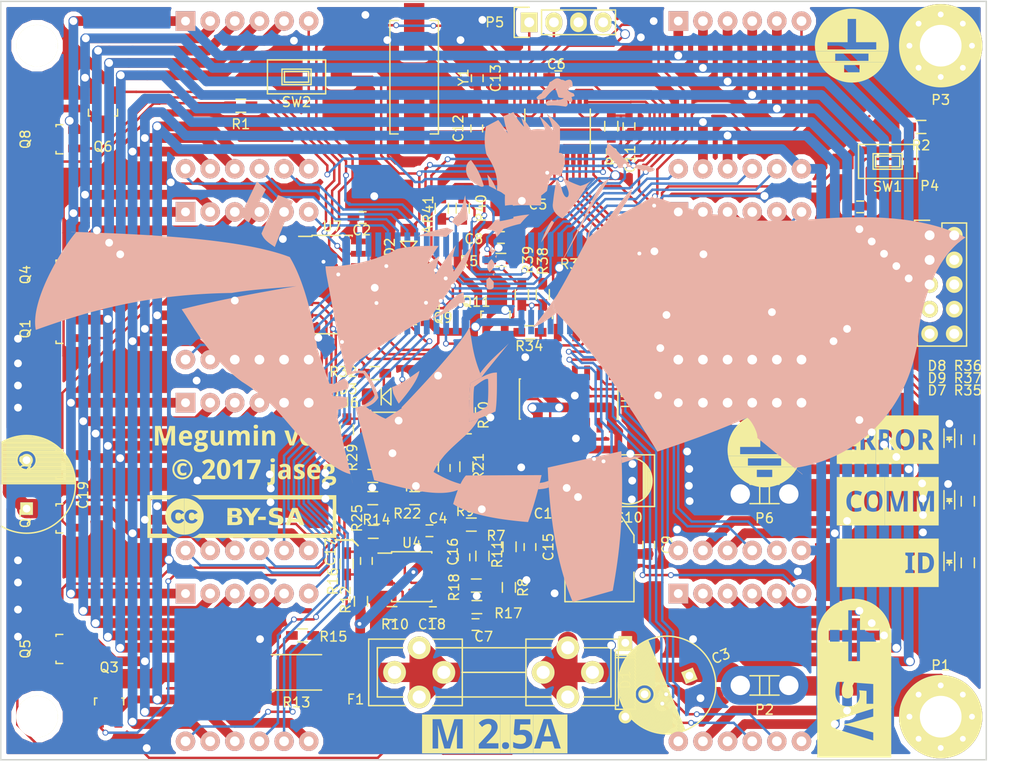
<source format=kicad_pcb>
(kicad_pcb (version 4) (host pcbnew 4.0.4-1.fc24-product)
  (layers (0 F.Cu signal hide) (31 B.Cu signal) (34 B.Paste user hide) (35 F.Paste user hide) (36 B.SilkS user) (37 F.SilkS user hide) (38 B.Mask user) (39 F.Mask user hide) (44 Edge.Cuts user))
  (net 0 "")
  (net 1 "Net-(C1-Pad1)")
  (net 2 /USER_BTN)
  (net 3 GND)
  (net 4 VDD)
  (net 5 +3V3)
  (net 6 /RST)
  (net 7 /XT1)
  (net 8 /XT2)
  (net 9 "Net-(C14-Pad2)")
  (net 10 "Net-(C15-Pad2)")
  (net 11 "Net-(C16-Pad1)")
  (net 12 /CM_STAGE2_FB)
  (net 13 /CM_STAGE1)
  (net 14 /CM_STAGE1_FB)
  (net 15 "Net-(C18-Pad2)")
  (net 16 /SEG_COM_MEAS)
  (net 17 /~WD_RST)
  (net 18 /WD_COMP)
  (net 19 /LED_ID)
  (net 20 /LED_ERROR)
  (net 21 /LED_COMM)
  (net 22 "Net-(D10-Pad6)")
  (net 23 "Net-(D10-Pad9)")
  (net 24 "Net-(D10-Pad8)")
  (net 25 "Net-(D10-Pad12)")
  (net 26 "Net-(D11-Pad6)")
  (net 27 "Net-(D11-Pad9)")
  (net 28 "Net-(D11-Pad8)")
  (net 29 "Net-(D11-Pad12)")
  (net 30 "Net-(D12-Pad6)")
  (net 31 "Net-(D12-Pad9)")
  (net 32 "Net-(D12-Pad8)")
  (net 33 "Net-(D12-Pad12)")
  (net 34 "Net-(D13-Pad6)")
  (net 35 "Net-(D13-Pad9)")
  (net 36 "Net-(D13-Pad8)")
  (net 37 "Net-(D13-Pad12)")
  (net 38 /SEG_E_COM)
  (net 39 /SEG_D_COM)
  (net 40 /SEG_DP_COM)
  (net 41 /SEG_C_COM)
  (net 42 /SEG_G_COM)
  (net 43 "Net-(D14-Pad6)")
  (net 44 "Net-(D14-Pad9)")
  (net 45 "Net-(D14-Pad8)")
  (net 46 "Net-(D14-Pad12)")
  (net 47 /SEG_A_COM)
  (net 48 /SEG_B_COM)
  (net 49 /SEG_F_COM)
  (net 50 "Net-(D15-Pad6)")
  (net 51 "Net-(D15-Pad9)")
  (net 52 "Net-(D15-Pad8)")
  (net 53 "Net-(D15-Pad12)")
  (net 54 "Net-(D16-Pad6)")
  (net 55 "Net-(D16-Pad9)")
  (net 56 "Net-(D16-Pad8)")
  (net 57 "Net-(D16-Pad12)")
  (net 58 "Net-(D17-Pad6)")
  (net 59 "Net-(D17-Pad9)")
  (net 60 "Net-(D17-Pad8)")
  (net 61 "Net-(D17-Pad12)")
  (net 62 /RS485_A)
  (net 63 /RS485_B)
  (net 64 /SWDIO)
  (net 65 /SWCLK)
  (net 66 /SEG_A_CTRL)
  (net 67 /SEG_B_CTRL)
  (net 68 /SEG_C_CTRL)
  (net 69 /SEG_D_CTRL)
  (net 70 /SEG_E_CTRL)
  (net 71 /SEG_F_CTRL)
  (net 72 /SEG_G_CTLR)
  (net 73 /SEG_DP_CTRL)
  (net 74 /~OE)
  (net 75 "Net-(Q9-Pad2)")
  (net 76 "Net-(Q10-Pad2)")
  (net 77 "Net-(Q11-Pad2)")
  (net 78 /RS485_DE)
  (net 79 /CMEAS_OFFX_COMP)
  (net 80 /CMEAS_OUT)
  (net 81 "Net-(R10-Pad2)")
  (net 82 /R_SET_CTRL0)
  (net 83 /R_SET_CTRL1)
  (net 84 "Net-(R38-Pad2)")
  (net 85 /mux_mod_left/R_SET_0)
  (net 86 "Net-(R40-Pad2)")
  (net 87 /mux_mod_left/R_SET_1)
  (net 88 /RS485_RX)
  (net 89 /RS485_TX)
  (net 90 /SCK)
  (net 91 /MOSI_C0)
  (net 92 /STROBE)
  (net 93 /AUX_STROBE)
  (net 94 "Net-(U5-Pad4)")
  (net 95 /MOSI_C3)
  (net 96 "Net-(U5-Pad14)")
  (net 97 /MOSI_C2)
  (net 98 /MOSI_C1)
  (net 99 /mux_mod_left/VDD)
  (net 100 /VDD_PRE_FUSE)
  (net 101 /~WD_RST1)
  (net 102 /~WD_RST2)
  (net 103 /WD_REF2)
  (net 104 /WD_REF1)
  (net 105 "Net-(D7-Pad2)")
  (net 106 "Net-(D8-Pad2)")
  (net 107 "Net-(D9-Pad2)")
  (net 108 "Net-(U5-Pad5)")
  (net 109 "Net-(U5-Pad15)")
  (module footprints:label_gnd_04 (layer F.Cu) (at 127 90)
    (fp_text reference svg2mod hide)
    (fp_text value G*** hide)
  )
  (module Resistors_SMD:R_0603_HandSoldering (layer F.Cu) (at 147.955 101.6 270)
    (fp_text reference R35 (at -17.78 0 360) (layer F.SilkS))
    (fp_text value 100)
    (pad 1 smd rect (at -1.1 0 270) (size 1.2 0.9) (layers F.Cu F.Paste F.Mask) (net 19 /LED_ID))
    (pad 2 smd rect (at 1.1 0 270) (size 1.2 0.9) (layers F.Cu F.Paste F.Mask) (net 105 "Net-(D7-Pad2)"))
  )
  (module Capacitors_SMD:c_elec_5x5.8 (layer F.Cu) (at 112.9919 93.1291 180)
    (fp_text reference C10 (at 0 -3.81 180) (layer F.SilkS))
    (fp_text value 47u)
    (pad 1 smd rect (at 2.19964 0 180) (size 2.99974 1.6002) (layers F.Cu F.Paste F.Mask) (net 5 +3V3))
    (pad 2 smd rect (at -2.19964 0 180) (size 2.99974 1.6002) (layers F.Cu F.Paste F.Mask) (net 3 GND))
  )
  (module Crystals:Crystal_HC49-SD_SMD (layer F.Cu) (at 90.8812 51.5112 270)
    (fp_text reference Y1 (at 0 -5.08 270) (layer F.SilkS))
    (fp_text value 8MHz)
    (pad 1 smd rect (at -4.84886 0 270) (size 5.6007 2.10058) (layers F.Cu F.Paste F.Mask) (net 8 /XT2))
    (pad 2 smd rect (at 4.84886 0 270) (size 5.6007 2.10058) (layers F.Cu F.Paste F.Mask) (net 7 /XT1))
  )
  (module Diodes_SMD:MiniMELF_Standard (layer F.Cu) (at 90.3224 69.0372 90)
    (fp_text reference D2 (at 0 -1.95 90) (layer F.SilkS))
    (fp_text value D_Small)
    (fp_text user K (at -1.8 1.95 90) (layer F.SilkS))
    (fp_text user A (at 1.8 1.95 90) (layer F.SilkS))
    (pad 1 smd rect (at -1.75006 0 90) (size 1.30048 1.69926) (layers F.Cu F.Paste F.Mask) (net 17 /~WD_RST))
    (pad 2 smd rect (at 1.75006 0 90) (size 1.30048 1.69926) (layers F.Cu F.Paste F.Mask) (net 6 /RST))
  )
  (module Diodes_SMD:MiniMELF_Standard (layer F.Cu) (at 94.361 86.233 90)
    (fp_text reference D4 (at 3.429 0.127 180) (layer F.SilkS))
    (fp_text value D_Small)
    (fp_text user K (at -1.8 1.95 90) (layer F.SilkS))
    (fp_text user A (at 1.8 1.95 90) (layer F.SilkS))
    (pad 1 smd rect (at -1.75006 0 90) (size 1.30048 1.69926) (layers F.Cu F.Paste F.Mask) (net 102 /~WD_RST2))
    (pad 2 smd rect (at 1.75006 0 90) (size 1.30048 1.69926) (layers F.Cu F.Paste F.Mask) (net 17 /~WD_RST))
  )
  (module Diodes_SMD:MiniMELF_Standard (layer F.Cu) (at 87.884 84.455)
    (fp_text reference D3 (at -3.81 -0.762) (layer F.SilkS))
    (fp_text value D_Small)
    (fp_text user K (at -1.8 1.95) (layer F.SilkS))
    (fp_text user A (at 1.8 1.95) (layer F.SilkS))
    (pad 1 smd rect (at -1.75006 0) (size 1.30048 1.69926) (layers F.Cu F.Paste F.Mask) (net 101 /~WD_RST1))
    (pad 2 smd rect (at 1.75006 0) (size 1.30048 1.69926) (layers F.Cu F.Paste F.Mask) (net 17 /~WD_RST))
  )
  (module Resistors_SMD:R_2512_HandSoldering (layer F.Cu) (at 78.74 112.903 180)
    (fp_text reference R13 (at 0 -3.1 180) (layer F.SilkS))
    (fp_text value 0.1)
    (pad 1 smd rect (at -3.95 0 180) (size 2.7 3.2) (layers F.Cu F.Paste F.Mask) (net 4 VDD))
    (pad 2 smd rect (at 3.95 0 180) (size 2.7 3.2) (layers F.Cu F.Paste F.Mask) (net 16 /SEG_COM_MEAS))
  )
  (module Capacitors_SMD:C_0603_HandSoldering (layer F.Cu) (at 136.8552 64.8843 180)
    (fp_text reference C1 (at 0 -1.9 180) (layer F.SilkS))
    (fp_text value 100n)
    (pad 1 smd rect (at -0.95 0 180) (size 1.2 0.75) (layers F.Cu F.Paste F.Mask) (net 1 "Net-(C1-Pad1)"))
    (pad 2 smd rect (at 0.95 0 180) (size 1.2 0.75) (layers F.Cu F.Paste F.Mask) (net 2 /USER_BTN))
  )
  (module Capacitors_SMD:C_0603_HandSoldering (layer F.Cu) (at 85.5726 65.9892 180)
    (fp_text reference C2 (at 0.1016 -1.3208 180) (layer F.SilkS))
    (fp_text value 100n)
    (pad 1 smd rect (at -0.95 0 180) (size 1.2 0.75) (layers F.Cu F.Paste F.Mask) (net 3 GND))
    (pad 2 smd rect (at 0.95 0 180) (size 1.2 0.75) (layers F.Cu F.Paste F.Mask) (net 4 VDD))
  )
  (module Capacitors_SMD:C_0603_HandSoldering (layer F.Cu) (at 92.456 98.298)
    (fp_text reference C4 (at 0.889 -1.27) (layer F.SilkS))
    (fp_text value 100n)
    (pad 1 smd rect (at -0.95 0) (size 1.2 0.75) (layers F.Cu F.Paste F.Mask) (net 3 GND))
    (pad 2 smd rect (at 0.95 0) (size 1.2 0.75) (layers F.Cu F.Paste F.Mask) (net 4 VDD))
  )
  (module Capacitors_SMD:C_0603_HandSoldering (layer F.Cu) (at 102.87 63.0428)
    (fp_text reference C5 (at 0.762 1.6002) (layer F.SilkS))
    (fp_text value 100n)
    (pad 1 smd rect (at -0.95 0) (size 1.2 0.75) (layers F.Cu F.Paste F.Mask) (net 3 GND))
    (pad 2 smd rect (at 0.95 0) (size 1.2 0.75) (layers F.Cu F.Paste F.Mask) (net 5 +3V3))
  )
  (module Capacitors_SMD:C_0603_HandSoldering (layer F.Cu) (at 105.7402 51.4604 180)
    (fp_text reference C6 (at 0.2032 1.2954 180) (layer F.SilkS))
    (fp_text value 100n)
    (pad 1 smd rect (at -0.95 0 180) (size 1.2 0.75) (layers F.Cu F.Paste F.Mask) (net 3 GND))
    (pad 2 smd rect (at 0.95 0 180) (size 1.2 0.75) (layers F.Cu F.Paste F.Mask) (net 5 +3V3))
  )
  (module Capacitors_SMD:C_0603_HandSoldering (layer F.Cu) (at 97.2058 107.9754)
    (fp_text reference C7 (at 0.8382 1.2446) (layer F.SilkS))
    (fp_text value 100n)
    (pad 1 smd rect (at -0.95 0) (size 1.2 0.75) (layers F.Cu F.Paste F.Mask) (net 3 GND))
    (pad 2 smd rect (at 0.95 0) (size 1.2 0.75) (layers F.Cu F.Paste F.Mask) (net 5 +3V3))
  )
  (module Capacitors_SMD:C_0603_HandSoldering (layer F.Cu) (at 99.822 68.0466)
    (fp_text reference C8 (at -2.794 0.1524) (layer F.SilkS))
    (fp_text value 100n)
    (pad 1 smd rect (at -0.95 0) (size 1.2 0.75) (layers F.Cu F.Paste F.Mask) (net 3 GND))
    (pad 2 smd rect (at 0.95 0) (size 1.2 0.75) (layers F.Cu F.Paste F.Mask) (net 5 +3V3))
  )
  (module Capacitors_SMD:C_0603_HandSoldering (layer F.Cu) (at 115.062 99.7458 270)
    (fp_text reference C9 (at 0 -1.9 270) (layer F.SilkS))
    (fp_text value 100n)
    (pad 1 smd rect (at -0.95 0 270) (size 1.2 0.75) (layers F.Cu F.Paste F.Mask) (net 3 GND))
    (pad 2 smd rect (at 0.95 0 270) (size 1.2 0.75) (layers F.Cu F.Paste F.Mask) (net 5 +3V3))
  )
  (module Capacitors_SMD:C_0603_HandSoldering (layer F.Cu) (at 113.03 56.5658 270)
    (fp_text reference C11 (at 3.3782 -0.127 270) (layer F.SilkS))
    (fp_text value 10n)
    (pad 1 smd rect (at -0.95 0 270) (size 1.2 0.75) (layers F.Cu F.Paste F.Mask) (net 6 /RST))
    (pad 2 smd rect (at 0.95 0 270) (size 1.2 0.75) (layers F.Cu F.Paste F.Mask) (net 3 GND))
  )
  (module Capacitors_SMD:C_0603_HandSoldering (layer F.Cu) (at 97.3328 56.7944 90)
    (fp_text reference C12 (at 0 -1.9 90) (layer F.SilkS))
    (fp_text value 22p)
    (pad 1 smd rect (at -0.95 0 90) (size 1.2 0.75) (layers F.Cu F.Paste F.Mask) (net 3 GND))
    (pad 2 smd rect (at 0.95 0 90) (size 1.2 0.75) (layers F.Cu F.Paste F.Mask) (net 7 /XT1))
  )
  (module Capacitors_SMD:C_0603_HandSoldering (layer F.Cu) (at 97.3836 51.6128 270)
    (fp_text reference C13 (at 0 -1.9 270) (layer F.SilkS))
    (fp_text value 22p)
    (pad 1 smd rect (at -0.95 0 270) (size 1.2 0.75) (layers F.Cu F.Paste F.Mask) (net 3 GND))
    (pad 2 smd rect (at 0.95 0 270) (size 1.2 0.75) (layers F.Cu F.Paste F.Mask) (net 8 /XT2))
  )
  (module Capacitors_SMD:C_0603_HandSoldering (layer F.Cu) (at 101.5365 96.52 180)
    (fp_text reference C14 (at -3.1115 0 180) (layer F.SilkS))
    (fp_text value 220n)
    (pad 1 smd rect (at -0.95 0 180) (size 1.2 0.75) (layers F.Cu F.Paste F.Mask) (net 3 GND))
    (pad 2 smd rect (at 0.95 0 180) (size 1.2 0.75) (layers F.Cu F.Paste F.Mask) (net 9 "Net-(C14-Pad2)"))
  )
  (module Capacitors_SMD:C_0603_HandSoldering (layer F.Cu) (at 102.8192 99.9744 270)
    (fp_text reference C15 (at 0 -1.9 270) (layer F.SilkS))
    (fp_text value 220n)
    (pad 1 smd rect (at -0.95 0 270) (size 1.2 0.75) (layers F.Cu F.Paste F.Mask) (net 3 GND))
    (pad 2 smd rect (at 0.95 0 270) (size 1.2 0.75) (layers F.Cu F.Paste F.Mask) (net 10 "Net-(C15-Pad2)"))
  )
  (module Capacitors_SMD:C_0603_HandSoldering (layer F.Cu) (at 96.012 101.0285 270)
    (fp_text reference C16 (at -0.5715 1.143 270) (layer F.SilkS))
    (fp_text value comp)
    (pad 1 smd rect (at -0.95 0 270) (size 1.2 0.75) (layers F.Cu F.Paste F.Mask) (net 11 "Net-(C16-Pad1)"))
    (pad 2 smd rect (at 0.95 0 270) (size 1.2 0.75) (layers F.Cu F.Paste F.Mask) (net 12 /CM_STAGE2_FB))
  )
  (module Capacitors_SMD:C_0603_HandSoldering (layer F.Cu) (at 85.9536 101.4095 270)
    (fp_text reference C17 (at -0.9095 3.7036 450) (layer F.SilkS))
    (fp_text value comp)
    (pad 1 smd rect (at -0.95 0 270) (size 1.2 0.75) (layers F.Cu F.Paste F.Mask) (net 13 /CM_STAGE1))
    (pad 2 smd rect (at 0.95 0 270) (size 1.2 0.75) (layers F.Cu F.Paste F.Mask) (net 14 /CM_STAGE1_FB))
  )
  (module Capacitors_SMD:C_0603_HandSoldering (layer F.Cu) (at 92.8116 106.7435)
    (fp_text reference C18 (at -0.1016 1.2065) (layer F.SilkS))
    (fp_text value 100n)
    (pad 1 smd rect (at -0.95 0) (size 1.2 0.75) (layers F.Cu F.Paste F.Mask) (net 3 GND))
    (pad 2 smd rect (at 0.95 0) (size 1.2 0.75) (layers F.Cu F.Paste F.Mask) (net 15 "Net-(C18-Pad2)"))
  )
  (module Capacitors_SMD:C_0603_HandSoldering (layer F.Cu) (at 93.98 91.821 270)
    (fp_text reference C20 (at -1.524 1.016 270) (layer F.SilkS))
    (fp_text value 100n)
    (pad 1 smd rect (at -0.95 0 270) (size 1.2 0.75) (layers F.Cu F.Paste F.Mask) (net 18 /WD_COMP))
    (pad 2 smd rect (at 0.95 0 270) (size 1.2 0.75) (layers F.Cu F.Paste F.Mask) (net 3 GND))
  )
  (module LEDs:LED_0603 (layer F.Cu) (at 146.05 101.6 270)
    (fp_text reference D7 (at -17.78 1.27 360) (layer F.SilkS))
    (fp_text value ID)
    (pad 2 smd rect (at 0.7493 0 90) (size 0.79756 0.79756) (layers F.Cu F.Paste F.Mask) (net 105 "Net-(D7-Pad2)"))
    (pad 1 smd rect (at -0.7493 0 90) (size 0.79756 0.79756) (layers F.Cu F.Paste F.Mask) (net 3 GND))
  )
  (module LEDs:LED_0603 (layer F.Cu) (at 146.05 88.9 270)
    (fp_text reference D8 (at -7.62 1.27 360) (layer F.SilkS))
    (fp_text value ERROR)
    (pad 2 smd rect (at 0.7493 0 90) (size 0.79756 0.79756) (layers F.Cu F.Paste F.Mask) (net 106 "Net-(D8-Pad2)"))
    (pad 1 smd rect (at -0.7493 0 90) (size 0.79756 0.79756) (layers F.Cu F.Paste F.Mask) (net 3 GND))
  )
  (module LEDs:LED_0603 (layer F.Cu) (at 146.05 95.25 270)
    (fp_text reference D9 (at -12.7 1.27 360) (layer F.SilkS))
    (fp_text value COMM)
    (pad 2 smd rect (at 0.7493 0 90) (size 0.79756 0.79756) (layers F.Cu F.Paste F.Mask) (net 107 "Net-(D9-Pad2)"))
    (pad 1 smd rect (at -0.7493 0 90) (size 0.79756 0.79756) (layers F.Cu F.Paste F.Mask) (net 3 GND))
  )
  (module Fuse_Holders_and_Fuses:Fuseholder5x20_horiz_open_universal_Type-III (layer F.Cu) (at 99.06 112.903 180)
    (fp_text reference F1 (at 14.224 -2.794 180) (layer F.SilkS))
    (fp_text value "2.5A MT")
    (pad 2 thru_hole circle (at 5.12064 0 180) (size 2.3495 2.3495) (drill 1.34874) (layers *.Cu *.Mask F.SilkS) (net 4 VDD))
    (pad 2 thru_hole circle (at 10.20064 0 180) (size 2.3495 2.3495) (drill 1.34874) (layers *.Cu *.Mask F.SilkS) (net 4 VDD))
    (pad 1 thru_hole circle (at -5.1181 0 180) (size 2.3495 2.3495) (drill 1.34874) (layers *.Cu *.Mask F.SilkS) (net 100 /VDD_PRE_FUSE))
    (pad 1 thru_hole circle (at -10.1981 0 180) (size 2.3495 2.3495) (drill 1.34874) (layers *.Cu *.Mask F.SilkS) (net 100 /VDD_PRE_FUSE))
    (pad 2 thru_hole circle (at 7.66064 -2.54 180) (size 2.3495 2.3495) (drill 1.34874) (layers *.Cu *.Mask F.SilkS) (net 4 VDD))
    (pad 2 thru_hole circle (at 7.66064 2.54 180) (size 2.3495 2.3495) (drill 1.34874) (layers *.Cu *.Mask F.SilkS) (net 4 VDD))
    (pad 1 thru_hole circle (at -7.6581 -2.54 180) (size 2.3495 2.3495) (drill 1.34874) (layers *.Cu *.Mask F.SilkS) (net 100 /VDD_PRE_FUSE))
    (pad 1 thru_hole circle (at -7.6581 2.54 180) (size 2.3495 2.3495) (drill 1.34874) (layers *.Cu *.Mask F.SilkS) (net 100 /VDD_PRE_FUSE))
  )
  (module Mounting_Holes:MountingHole_4.3mm_M4_Pad_Via (layer F.Cu) (at 145.161 117.475)
    (fp_text reference P1 (at 0 -5.3) (layer F.SilkS))
    (fp_text value VIN)
    (pad 1 thru_hole circle (at 0 0) (size 8.6 8.6) (drill 4.3) (layers *.Cu *.Mask F.SilkS) (net 100 /VDD_PRE_FUSE))
    (pad "" thru_hole circle (at 3.225 0) (size 0.7 0.7) (drill 0.6) (layers *.Cu *.Mask))
    (pad "" thru_hole circle (at 2.280419 2.280419) (size 0.7 0.7) (drill 0.6) (layers *.Cu *.Mask))
    (pad "" thru_hole circle (at 0 3.225) (size 0.7 0.7) (drill 0.6) (layers *.Cu *.Mask))
    (pad "" thru_hole circle (at -2.280419 2.280419) (size 0.7 0.7) (drill 0.6) (layers *.Cu *.Mask))
    (pad "" thru_hole circle (at -3.225 0) (size 0.7 0.7) (drill 0.6) (layers *.Cu *.Mask))
    (pad "" thru_hole circle (at -2.280419 -2.280419) (size 0.7 0.7) (drill 0.6) (layers *.Cu *.Mask))
    (pad "" thru_hole circle (at 0 -3.225) (size 0.7 0.7) (drill 0.6) (layers *.Cu *.Mask))
    (pad "" thru_hole circle (at 2.280419 -2.280419) (size 0.7 0.7) (drill 0.6) (layers *.Cu *.Mask))
  )
  (module Mounting_Holes:MountingHole_4.3mm_M4_Pad_Via (layer F.Cu) (at 145.161 48.26)
    (fp_text reference P3 (at 0 5.588) (layer F.SilkS))
    (fp_text value GND)
    (pad 1 thru_hole circle (at 0 0) (size 8.6 8.6) (drill 4.3) (layers *.Cu *.Mask F.SilkS) (net 3 GND))
    (pad "" thru_hole circle (at 3.225 0) (size 0.7 0.7) (drill 0.6) (layers *.Cu *.Mask))
    (pad "" thru_hole circle (at 2.280419 2.280419) (size 0.7 0.7) (drill 0.6) (layers *.Cu *.Mask))
    (pad "" thru_hole circle (at 0 3.225) (size 0.7 0.7) (drill 0.6) (layers *.Cu *.Mask))
    (pad "" thru_hole circle (at -2.280419 2.280419) (size 0.7 0.7) (drill 0.6) (layers *.Cu *.Mask))
    (pad "" thru_hole circle (at -3.225 0) (size 0.7 0.7) (drill 0.6) (layers *.Cu *.Mask))
    (pad "" thru_hole circle (at -2.280419 -2.280419) (size 0.7 0.7) (drill 0.6) (layers *.Cu *.Mask))
    (pad "" thru_hole circle (at 0 -3.225) (size 0.7 0.7) (drill 0.6) (layers *.Cu *.Mask))
    (pad "" thru_hole circle (at 2.280419 -2.280419) (size 0.7 0.7) (drill 0.6) (layers *.Cu *.Mask))
  )
  (module Pin_Headers:Pin_Header_Straight_2x05 (layer F.Cu) (at 144.018 67.818)
    (fp_text reference P4 (at 0 -5.1) (layer F.SilkS))
    (fp_text value CONN_02X05)
    (pad 1 thru_hole rect (at 0 0) (size 1.7272 1.7272) (drill 1.016) (layers *.Cu *.Mask F.SilkS) (net 3 GND))
    (pad 2 thru_hole oval (at 2.54 0) (size 1.7272 1.7272) (drill 1.016) (layers *.Cu *.Mask F.SilkS) (net 3 GND))
    (pad 3 thru_hole oval (at 0 2.54) (size 1.7272 1.7272) (drill 1.016) (layers *.Cu *.Mask F.SilkS) (net 3 GND))
    (pad 4 thru_hole oval (at 2.54 2.54) (size 1.7272 1.7272) (drill 1.016) (layers *.Cu *.Mask F.SilkS) (net 3 GND))
    (pad 5 thru_hole oval (at 0 5.08) (size 1.7272 1.7272) (drill 1.016) (layers *.Cu *.Mask F.SilkS) (net 63 /RS485_B))
    (pad 6 thru_hole oval (at 2.54 5.08) (size 1.7272 1.7272) (drill 1.016) (layers *.Cu *.Mask F.SilkS) (net 3 GND))
    (pad 7 thru_hole oval (at 0 7.62) (size 1.7272 1.7272) (drill 1.016) (layers *.Cu *.Mask F.SilkS) (net 62 /RS485_A))
    (pad 8 thru_hole oval (at 2.54 7.62) (size 1.7272 1.7272) (drill 1.016) (layers *.Cu *.Mask F.SilkS) (net 3 GND))
    (pad 9 thru_hole oval (at 0 10.16) (size 1.7272 1.7272) (drill 1.016) (layers *.Cu *.Mask F.SilkS) (net 3 GND))
    (pad 10 thru_hole oval (at 2.54 10.16) (size 1.7272 1.7272) (drill 1.016) (layers *.Cu *.Mask F.SilkS) (net 3 GND))
  )
  (module Socket_Strips:Socket_Strip_Straight_1x04 (layer F.Cu) (at 102.743 45.847)
    (fp_text reference P5 (at -3.556 0) (layer F.SilkS))
    (fp_text value SWD)
    (pad 1 thru_hole rect (at 0 0) (size 1.7272 2.032) (drill 1.016) (layers *.Cu *.Mask F.SilkS) (net 64 /SWDIO))
    (pad 2 thru_hole oval (at 2.54 0) (size 1.7272 2.032) (drill 1.016) (layers *.Cu *.Mask F.SilkS) (net 65 /SWCLK))
    (pad 3 thru_hole oval (at 5.08 0) (size 1.7272 2.032) (drill 1.016) (layers *.Cu *.Mask F.SilkS) (net 3 GND))
    (pad 4 thru_hole oval (at 7.62 0) (size 1.7272 2.032) (drill 1.016) (layers *.Cu *.Mask F.SilkS) (net 5 +3V3))
  )
  (module TO_SOT_Packages_SMD:SOT-23_Handsoldering (layer F.Cu) (at 54.61 77.47 90)
    (fp_text reference Q1 (at 0 -3.81 90) (layer F.SilkS))
    (fp_text value AO3415A)
    (pad 1 smd rect (at -0.95 1.50114 90) (size 0.8001 1.80086) (layers F.Cu F.Paste F.Mask) (net 68 /SEG_C_CTRL))
    (pad 2 smd rect (at 0.95 1.50114 90) (size 0.8001 1.80086) (layers F.Cu F.Paste F.Mask) (net 41 /SEG_C_COM))
    (pad 3 smd rect (at 0 -1.50114 90) (size 0.8001 1.80086) (layers F.Cu F.Paste F.Mask) (net 16 /SEG_COM_MEAS))
  )
  (module TO_SOT_Packages_SMD:SOT-23_Handsoldering (layer F.Cu) (at 54.61 91.44 90)
    (fp_text reference Q2 (at 0 -3.81 90) (layer F.SilkS))
    (fp_text value AO3415A)
    (pad 1 smd rect (at -0.95 1.50114 90) (size 0.8001 1.80086) (layers F.Cu F.Paste F.Mask) (net 72 /SEG_G_CTLR))
    (pad 2 smd rect (at 0.95 1.50114 90) (size 0.8001 1.80086) (layers F.Cu F.Paste F.Mask) (net 42 /SEG_G_COM))
    (pad 3 smd rect (at 0 -1.50114 90) (size 0.8001 1.80086) (layers F.Cu F.Paste F.Mask) (net 16 /SEG_COM_MEAS))
  )
  (module TO_SOT_Packages_SMD:SOT-23_Handsoldering (layer F.Cu) (at 59.436 116.205)
    (fp_text reference Q3 (at 0 -3.81) (layer F.SilkS))
    (fp_text value AO3415A)
    (pad 1 smd rect (at -0.95 1.50114) (size 0.8001 1.80086) (layers F.Cu F.Paste F.Mask) (net 67 /SEG_B_CTRL))
    (pad 2 smd rect (at 0.95 1.50114) (size 0.8001 1.80086) (layers F.Cu F.Paste F.Mask) (net 48 /SEG_B_COM))
    (pad 3 smd rect (at 0 -1.50114) (size 0.8001 1.80086) (layers F.Cu F.Paste F.Mask) (net 16 /SEG_COM_MEAS))
  )
  (module TO_SOT_Packages_SMD:SOT-23_Handsoldering (layer F.Cu) (at 54.61 71.882 90)
    (fp_text reference Q4 (at 0 -3.81 90) (layer F.SilkS))
    (fp_text value AO3415A)
    (pad 1 smd rect (at -0.95 1.50114 90) (size 0.8001 1.80086) (layers F.Cu F.Paste F.Mask) (net 73 /SEG_DP_CTRL))
    (pad 2 smd rect (at 0.95 1.50114 90) (size 0.8001 1.80086) (layers F.Cu F.Paste F.Mask) (net 40 /SEG_DP_COM))
    (pad 3 smd rect (at 0 -1.50114 90) (size 0.8001 1.80086) (layers F.Cu F.Paste F.Mask) (net 16 /SEG_COM_MEAS))
  )
  (module TO_SOT_Packages_SMD:SOT-23_Handsoldering (layer F.Cu) (at 54.61 110.49 90)
    (fp_text reference Q5 (at 0 -3.81 90) (layer F.SilkS))
    (fp_text value AO3415A)
    (pad 1 smd rect (at -0.95 1.50114 90) (size 0.8001 1.80086) (layers F.Cu F.Paste F.Mask) (net 71 /SEG_F_CTRL))
    (pad 2 smd rect (at 0.95 1.50114 90) (size 0.8001 1.80086) (layers F.Cu F.Paste F.Mask) (net 49 /SEG_F_COM))
    (pad 3 smd rect (at 0 -1.50114 90) (size 0.8001 1.80086) (layers F.Cu F.Paste F.Mask) (net 16 /SEG_COM_MEAS))
  )
  (module TO_SOT_Packages_SMD:SOT-23_Handsoldering (layer F.Cu) (at 58.801 54.864 180)
    (fp_text reference Q6 (at 0 -3.81 180) (layer F.SilkS))
    (fp_text value AO3415A)
    (pad 1 smd rect (at -0.95 1.50114 180) (size 0.8001 1.80086) (layers F.Cu F.Paste F.Mask) (net 69 /SEG_D_CTRL))
    (pad 2 smd rect (at 0.95 1.50114 180) (size 0.8001 1.80086) (layers F.Cu F.Paste F.Mask) (net 39 /SEG_D_COM))
    (pad 3 smd rect (at 0 -1.50114 180) (size 0.8001 1.80086) (layers F.Cu F.Paste F.Mask) (net 16 /SEG_COM_MEAS))
  )
  (module TO_SOT_Packages_SMD:SOT-23_Handsoldering (layer F.Cu) (at 54.61 97.028 90)
    (fp_text reference Q7 (at 0 -3.81 90) (layer F.SilkS))
    (fp_text value AO3415A)
    (pad 1 smd rect (at -0.95 1.50114 90) (size 0.8001 1.80086) (layers F.Cu F.Paste F.Mask) (net 66 /SEG_A_CTRL))
    (pad 2 smd rect (at 0.95 1.50114 90) (size 0.8001 1.80086) (layers F.Cu F.Paste F.Mask) (net 47 /SEG_A_COM))
    (pad 3 smd rect (at 0 -1.50114 90) (size 0.8001 1.80086) (layers F.Cu F.Paste F.Mask) (net 16 /SEG_COM_MEAS))
  )
  (module TO_SOT_Packages_SMD:SOT-23_Handsoldering (layer F.Cu) (at 54.61 57.912 90)
    (fp_text reference Q8 (at 0 -3.81 90) (layer F.SilkS))
    (fp_text value AO3415A)
    (pad 1 smd rect (at -0.95 1.50114 90) (size 0.8001 1.80086) (layers F.Cu F.Paste F.Mask) (net 70 /SEG_E_CTRL))
    (pad 2 smd rect (at 0.95 1.50114 90) (size 0.8001 1.80086) (layers F.Cu F.Paste F.Mask) (net 38 /SEG_E_COM))
    (pad 3 smd rect (at 0 -1.50114 90) (size 0.8001 1.80086) (layers F.Cu F.Paste F.Mask) (net 16 /SEG_COM_MEAS))
  )
  (module TO_SOT_Packages_SMD:SOT-23_Handsoldering (layer F.Cu) (at 91.948 74.7776 180)
    (fp_text reference Q9 (at -1.905 -1.5494 180) (layer F.SilkS))
    (fp_text value Q_PNP_CBE)
    (pad 1 smd rect (at -0.95 1.50114 180) (size 0.8001 1.80086) (layers F.Cu F.Paste F.Mask) (net 74 /~OE))
    (pad 2 smd rect (at 0.95 1.50114 180) (size 0.8001 1.80086) (layers F.Cu F.Paste F.Mask) (net 75 "Net-(Q9-Pad2)"))
    (pad 3 smd rect (at 0 -1.50114 180) (size 0.8001 1.80086) (layers F.Cu F.Paste F.Mask) (net 5 +3V3))
  )
  (module TO_SOT_Packages_SMD:SOT-23_Handsoldering (layer F.Cu) (at 106.6292 76.3524)
    (fp_text reference Q10 (at 2.8448 -0.2794) (layer F.SilkS))
    (fp_text value Q_NPN_CBE)
    (pad 1 smd rect (at -0.95 1.50114) (size 0.8001 1.80086) (layers F.Cu F.Paste F.Mask) (net 85 /mux_mod_left/R_SET_0))
    (pad 2 smd rect (at 0.95 1.50114) (size 0.8001 1.80086) (layers F.Cu F.Paste F.Mask) (net 76 "Net-(Q10-Pad2)"))
    (pad 3 smd rect (at 0 -1.50114) (size 0.8001 1.80086) (layers F.Cu F.Paste F.Mask) (net 3 GND))
  )
  (module TO_SOT_Packages_SMD:SOT-23_Handsoldering (layer F.Cu) (at 99.2632 76.3016)
    (fp_text reference Q11 (at -1.9812 -1.6256) (layer F.SilkS))
    (fp_text value Q_NPN_CBE)
    (pad 1 smd rect (at -0.95 1.50114) (size 0.8001 1.80086) (layers F.Cu F.Paste F.Mask) (net 87 /mux_mod_left/R_SET_1))
    (pad 2 smd rect (at 0.95 1.50114) (size 0.8001 1.80086) (layers F.Cu F.Paste F.Mask) (net 77 "Net-(Q11-Pad2)"))
    (pad 3 smd rect (at 0 -1.50114) (size 0.8001 1.80086) (layers F.Cu F.Paste F.Mask) (net 3 GND))
  )
  (module Resistors_SMD:R_0603_HandSoldering (layer F.Cu) (at 73.0123 54.4576 180)
    (fp_text reference R1 (at 0 -1.9 180) (layer F.SilkS))
    (fp_text value 10k)
    (pad 1 smd rect (at -1.1 0 180) (size 1.2 0.9) (layers F.Cu F.Paste F.Mask) (net 2 /USER_BTN))
    (pad 2 smd rect (at 1.1 0 180) (size 1.2 0.9) (layers F.Cu F.Paste F.Mask) (net 16 /SEG_COM_MEAS))
  )
  (module Resistors_SMD:R_0603_HandSoldering (layer F.Cu) (at 143.129 56.642 180)
    (fp_text reference R2 (at 0 -1.9 180) (layer F.SilkS))
    (fp_text value 10k)
    (pad 1 smd rect (at -1.1 0 180) (size 1.2 0.9) (layers F.Cu F.Paste F.Mask) (net 1 "Net-(C1-Pad1)"))
    (pad 2 smd rect (at 1.1 0 180) (size 1.2 0.9) (layers F.Cu F.Paste F.Mask) (net 2 /USER_BTN))
  )
  (module Resistors_SMD:R_0603_HandSoldering (layer F.Cu) (at 111.2012 56.5658 90)
    (fp_text reference R3 (at -3.1242 0.0508 90) (layer F.SilkS))
    (fp_text value 47k)
    (pad 1 smd rect (at -1.1 0 90) (size 1.2 0.9) (layers F.Cu F.Paste F.Mask) (net 5 +3V3))
    (pad 2 smd rect (at 1.1 0 90) (size 1.2 0.9) (layers F.Cu F.Paste F.Mask) (net 6 /RST))
  )
  (module Resistors_SMD:R_0603_HandSoldering (layer F.Cu) (at 113.157 74.676 270)
    (fp_text reference R4 (at 0 1.524 270) (layer F.SilkS))
    (fp_text value 100k)
    (pad 1 smd rect (at -1.1 0 270) (size 1.2 0.9) (layers F.Cu F.Paste F.Mask) (net 78 /RS485_DE))
    (pad 2 smd rect (at 1.1 0 270) (size 1.2 0.9) (layers F.Cu F.Paste F.Mask) (net 3 GND))
  )
  (module Resistors_SMD:R_0603_HandSoldering (layer F.Cu) (at 99.822 70.358)
    (fp_text reference R5 (at -3.302 0.127) (layer F.SilkS))
    (fp_text value 10k)
    (pad 1 smd rect (at -1.1 0) (size 1.2 0.9) (layers F.Cu F.Paste F.Mask) (net 74 /~OE))
    (pad 2 smd rect (at 1.1 0) (size 1.2 0.9) (layers F.Cu F.Paste F.Mask) (net 5 +3V3))
  )
  (module Resistors_SMD:R_0603_HandSoldering (layer F.Cu) (at 101.473 94.615 180)
    (fp_text reference R6 (at 0.127 1.27 180) (layer F.SilkS))
    (fp_text value 4k7)
    (pad 1 smd rect (at -1.1 0 180) (size 1.2 0.9) (layers F.Cu F.Paste F.Mask) (net 79 /CMEAS_OFFX_COMP))
    (pad 2 smd rect (at 1.1 0 180) (size 1.2 0.9) (layers F.Cu F.Paste F.Mask) (net 9 "Net-(C14-Pad2)"))
  )
  (module Resistors_SMD:R_0603_HandSoldering (layer F.Cu) (at 100.711 99.949 270)
    (fp_text reference R7 (at -1.143 1.397 540) (layer F.SilkS))
    (fp_text value 4k7)
    (pad 1 smd rect (at -1.1 0 270) (size 1.2 0.9) (layers F.Cu F.Paste F.Mask) (net 9 "Net-(C14-Pad2)"))
    (pad 2 smd rect (at 1.1 0 270) (size 1.2 0.9) (layers F.Cu F.Paste F.Mask) (net 10 "Net-(C15-Pad2)"))
  )
  (module Resistors_SMD:R_0603_HandSoldering (layer F.Cu) (at 100.6475 104.14 90)
    (fp_text reference R8 (at 0 1.4605 90) (layer F.SilkS))
    (fp_text value 4k7)
    (pad 1 smd rect (at -1.1 0 90) (size 1.2 0.9) (layers F.Cu F.Paste F.Mask) (net 12 /CM_STAGE2_FB))
    (pad 2 smd rect (at 1.1 0 90) (size 1.2 0.9) (layers F.Cu F.Paste F.Mask) (net 10 "Net-(C15-Pad2)"))
  )
  (module Resistors_SMD:R_0603_HandSoldering (layer F.Cu) (at 96.774 97.663)
    (fp_text reference R9 (at -0.635 -1.397) (layer F.SilkS))
    (fp_text value 1k)
    (pad 1 smd rect (at -1.1 0) (size 1.2 0.9) (layers F.Cu F.Paste F.Mask) (net 11 "Net-(C16-Pad1)"))
    (pad 2 smd rect (at 1.1 0) (size 1.2 0.9) (layers F.Cu F.Paste F.Mask) (net 80 /CMEAS_OUT))
  )
  (module Resistors_SMD:R_0603_HandSoldering (layer F.Cu) (at 88.5952 106.7943)
    (fp_text reference R10 (at 0.3048 1.1557) (layer F.SilkS))
    (fp_text value 47k)
    (pad 1 smd rect (at -1.1 0) (size 1.2 0.9) (layers F.Cu F.Paste F.Mask) (net 3 GND))
    (pad 2 smd rect (at 1.1 0) (size 1.2 0.9) (layers F.Cu F.Paste F.Mask) (net 81 "Net-(R10-Pad2)"))
  )
  (module Resistors_SMD:R_0603_HandSoldering (layer F.Cu) (at 97.917 100.9015 270)
    (fp_text reference R11 (at -0.1905 -1.524 270) (layer F.SilkS))
    (fp_text value 100k)
    (pad 1 smd rect (at -1.1 0 270) (size 1.2 0.9) (layers F.Cu F.Paste F.Mask) (net 11 "Net-(C16-Pad1)"))
    (pad 2 smd rect (at 1.1 0 270) (size 1.2 0.9) (layers F.Cu F.Paste F.Mask) (net 12 /CM_STAGE2_FB))
  )
  (module Resistors_SMD:R_0603_HandSoldering (layer F.Cu) (at 85.3948 105.5751 270)
    (fp_text reference R12 (at -0.1651 1.5748 270) (layer F.SilkS))
    (fp_text value 10k)
    (pad 1 smd rect (at -1.1 0 270) (size 1.2 0.9) (layers F.Cu F.Paste F.Mask) (net 81 "Net-(R10-Pad2)"))
    (pad 2 smd rect (at 1.1 0 270) (size 1.2 0.9) (layers F.Cu F.Paste F.Mask) (net 4 VDD))
  )
  (module Resistors_SMD:R_0603_HandSoldering (layer F.Cu) (at 86.6648 98.3996 180)
    (fp_text reference R14 (at -0.3302 1.2446 180) (layer F.SilkS))
    (fp_text value 10k)
    (pad 1 smd rect (at -1.1 0 180) (size 1.2 0.9) (layers F.Cu F.Paste F.Mask) (net 12 /CM_STAGE2_FB))
    (pad 2 smd rect (at 1.1 0 180) (size 1.2 0.9) (layers F.Cu F.Paste F.Mask) (net 13 /CM_STAGE1))
  )
  (module Resistors_SMD:R_0603_HandSoldering (layer F.Cu) (at 79.375 109.093 180)
    (fp_text reference R15 (at -3.175 -0.127 180) (layer F.SilkS))
    (fp_text value 10k)
    (pad 1 smd rect (at -1.1 0 180) (size 1.2 0.9) (layers F.Cu F.Paste F.Mask) (net 14 /CM_STAGE1_FB))
    (pad 2 smd rect (at 1.1 0 180) (size 1.2 0.9) (layers F.Cu F.Paste F.Mask) (net 16 /SEG_COM_MEAS))
  )
  (module Resistors_SMD:R_0603_HandSoldering (layer F.Cu) (at 83.9216 101.7016 270)
    (fp_text reference R16 (at 1.7984 1.4216 270) (layer F.SilkS))
    (fp_text value 47k)
    (pad 1 smd rect (at -1.1 0 270) (size 1.2 0.9) (layers F.Cu F.Paste F.Mask) (net 13 /CM_STAGE1))
    (pad 2 smd rect (at 1.1 0 270) (size 1.2 0.9) (layers F.Cu F.Paste F.Mask) (net 14 /CM_STAGE1_FB))
  )
  (module Resistors_SMD:R_0603_HandSoldering (layer F.Cu) (at 97.3455 106.172 180)
    (fp_text reference R17 (at -3.2385 -0.635 360) (layer F.SilkS))
    (fp_text value 4k7)
    (pad 1 smd rect (at -1.1 0 180) (size 1.2 0.9) (layers F.Cu F.Paste F.Mask) (net 5 +3V3))
    (pad 2 smd rect (at 1.1 0 180) (size 1.2 0.9) (layers F.Cu F.Paste F.Mask) (net 15 "Net-(C18-Pad2)"))
  )
  (module Resistors_SMD:R_0603_HandSoldering (layer F.Cu) (at 97.282 103.9495)
    (fp_text reference R18 (at -2.286 0.1905 90) (layer F.SilkS))
    (fp_text value 4k7)
    (pad 1 smd rect (at -1.1 0) (size 1.2 0.9) (layers F.Cu F.Paste F.Mask) (net 15 "Net-(C18-Pad2)"))
    (pad 2 smd rect (at 1.1 0) (size 1.2 0.9) (layers F.Cu F.Paste F.Mask) (net 3 GND))
  )
  (module Resistors_SMD:R_0603_HandSoldering (layer F.Cu) (at 89.2048 74.7776 270)
    (fp_text reference R19 (at 1.0414 -1.4732 270) (layer F.SilkS))
    (fp_text value 10k)
    (pad 1 smd rect (at -1.1 0 270) (size 1.2 0.9) (layers F.Cu F.Paste F.Mask) (net 75 "Net-(Q9-Pad2)"))
    (pad 2 smd rect (at 1.1 0 270) (size 1.2 0.9) (layers F.Cu F.Paste F.Mask) (net 17 /~WD_RST))
  )
  (module Resistors_SMD:R_0603_HandSoldering (layer F.Cu) (at 96.52 86.106 90)
    (fp_text reference R20 (at -0.254 1.524 90) (layer F.SilkS))
    (fp_text value 47k)
    (pad 1 smd rect (at -1.1 0 90) (size 1.2 0.9) (layers F.Cu F.Paste F.Mask) (net 5 +3V3))
    (pad 2 smd rect (at 1.1 0 90) (size 1.2 0.9) (layers F.Cu F.Paste F.Mask) (net 17 /~WD_RST))
  )
  (module Resistors_SMD:R_0603_HandSoldering (layer F.Cu) (at 83.947 87.884 90)
    (fp_text reference R23 (at 2.884 -1.447 90) (layer F.SilkS))
    (fp_text value 470k)
    (pad 1 smd rect (at -1.1 0 90) (size 1.2 0.9) (layers F.Cu F.Paste F.Mask) (net 104 /WD_REF1))
    (pad 2 smd rect (at 1.1 0 90) (size 1.2 0.9) (layers F.Cu F.Paste F.Mask) (net 101 /~WD_RST1))
  )
  (module Resistors_SMD:R_0603_HandSoldering (layer F.Cu) (at 147.955 88.9 270)
    (fp_text reference R36 (at -7.62 0 360) (layer F.SilkS))
    (fp_text value 140)
    (pad 1 smd rect (at -1.1 0 270) (size 1.2 0.9) (layers F.Cu F.Paste F.Mask) (net 20 /LED_ERROR))
    (pad 2 smd rect (at 1.1 0 270) (size 1.2 0.9) (layers F.Cu F.Paste F.Mask) (net 106 "Net-(D8-Pad2)"))
  )
  (module Resistors_SMD:R_0603_HandSoldering (layer F.Cu) (at 147.955 95.25 270)
    (fp_text reference R37 (at -12.7 0 540) (layer F.SilkS))
    (fp_text value 100)
    (pad 1 smd rect (at -1.1 0 270) (size 1.2 0.9) (layers F.Cu F.Paste F.Mask) (net 21 /LED_COMM))
    (pad 2 smd rect (at 1.1 0 270) (size 1.2 0.9) (layers F.Cu F.Paste F.Mask) (net 107 "Net-(D9-Pad2)"))
  )
  (module Resistors_SMD:R_0603_HandSoldering (layer F.Cu) (at 104.14 73.914 270)
    (fp_text reference R38 (at -3.429 0 270) (layer F.SilkS))
    (fp_text value R)
    (pad 1 smd rect (at -1.1 0 270) (size 1.2 0.9) (layers F.Cu F.Paste F.Mask) (net 85 /mux_mod_left/R_SET_0))
    (pad 2 smd rect (at 1.1 0 270) (size 1.2 0.9) (layers F.Cu F.Paste F.Mask) (net 84 "Net-(R38-Pad2)"))
  )
  (module Resistors_SMD:R_0603_HandSoldering (layer F.Cu) (at 101.981 73.914 270)
    (fp_text reference R39 (at -3.556 -0.635 270) (layer F.SilkS))
    (fp_text value R)
    (pad 1 smd rect (at -1.1 0 270) (size 1.2 0.9) (layers F.Cu F.Paste F.Mask) (net 87 /mux_mod_left/R_SET_1))
    (pad 2 smd rect (at 1.1 0 270) (size 1.2 0.9) (layers F.Cu F.Paste F.Mask) (net 84 "Net-(R38-Pad2)"))
  )
  (module Resistors_SMD:R_0603_HandSoldering (layer F.Cu) (at 95.885 65.024 270)
    (fp_text reference R40 (at 0 -1.9 270) (layer F.SilkS))
    (fp_text value R)
    (pad 1 smd rect (at -1.1 0 270) (size 1.2 0.9) (layers F.Cu F.Paste F.Mask) (net 85 /mux_mod_left/R_SET_0))
    (pad 2 smd rect (at 1.1 0 270) (size 1.2 0.9) (layers F.Cu F.Paste F.Mask) (net 86 "Net-(R40-Pad2)"))
  )
  (module Resistors_SMD:R_0603_HandSoldering (layer F.Cu) (at 93.726 65.024 270)
    (fp_text reference R41 (at 0.127 1.397 270) (layer F.SilkS))
    (fp_text value R)
    (pad 1 smd rect (at -1.1 0 270) (size 1.2 0.9) (layers F.Cu F.Paste F.Mask) (net 87 /mux_mod_left/R_SET_1))
    (pad 2 smd rect (at 1.1 0 270) (size 1.2 0.9) (layers F.Cu F.Paste F.Mask) (net 86 "Net-(R40-Pad2)"))
  )
  (module TO_SOT_Packages_SMD:SOT-223 (layer F.Cu) (at 109.982 101.0412)
    (fp_text reference U1 (at 0 -0.762) (layer F.SilkS))
    (fp_text value LD1117S33CTR)
    (pad 4 smd rect (at 0 -3.302) (size 3.6576 2.032) (layers F.Cu F.Paste F.Mask))
    (pad 2 smd rect (at 0 3.302) (size 1.016 2.032) (layers F.Cu F.Paste F.Mask) (net 5 +3V3))
    (pad 3 smd rect (at 2.286 3.302) (size 1.016 2.032) (layers F.Cu F.Paste F.Mask) (net 4 VDD))
    (pad 1 smd rect (at -2.286 3.302) (size 1.016 2.032) (layers F.Cu F.Paste F.Mask) (net 3 GND))
  )
  (module Housings_SOIC:SOIC-8_3.9x4.9mm_Pitch1.27mm (layer F.Cu) (at 117.983 73.914)
    (fp_text reference U2 (at 0 -3.5) (layer F.SilkS))
    (fp_text value SP3485CN)
    (pad 1 smd rect (at -2.7 -1.905) (size 1.55 0.6) (layers F.Cu F.Paste F.Mask) (net 88 /RS485_RX))
    (pad 2 smd rect (at -2.7 -0.635) (size 1.55 0.6) (layers F.Cu F.Paste F.Mask) (net 78 /RS485_DE))
    (pad 3 smd rect (at -2.7 0.635) (size 1.55 0.6) (layers F.Cu F.Paste F.Mask) (net 78 /RS485_DE))
    (pad 4 smd rect (at -2.7 1.905) (size 1.55 0.6) (layers F.Cu F.Paste F.Mask) (net 89 /RS485_TX))
    (pad 5 smd rect (at 2.7 1.905) (size 1.55 0.6) (layers F.Cu F.Paste F.Mask) (net 3 GND))
    (pad 6 smd rect (at 2.7 0.635) (size 1.55 0.6) (layers F.Cu F.Paste F.Mask) (net 62 /RS485_A))
    (pad 7 smd rect (at 2.7 -0.635) (size 1.55 0.6) (layers F.Cu F.Paste F.Mask) (net 63 /RS485_B))
    (pad 8 smd rect (at 2.7 -1.905) (size 1.55 0.6) (layers F.Cu F.Paste F.Mask) (net 5 +3V3))
  )
  (module Housings_SSOP:TSSOP-20_4.4x6.5mm_Pitch0.65mm (layer F.Cu) (at 105.664 57.023 90)
    (fp_text reference U3 (at 0 -4.3 90) (layer F.SilkS))
    (fp_text value STM32F030F4Px)
    (pad 1 smd rect (at -2.95 -2.925 90) (size 1.45 0.45) (layers F.Cu F.Paste F.Mask) (net 5 +3V3))
    (pad 2 smd rect (at -2.95 -2.275 90) (size 1.45 0.45) (layers F.Cu F.Paste F.Mask) (net 7 /XT1))
    (pad 3 smd rect (at -2.95 -1.625 90) (size 1.45 0.45) (layers F.Cu F.Paste F.Mask) (net 8 /XT2))
    (pad 4 smd rect (at -2.95 -0.975 90) (size 1.45 0.45) (layers F.Cu F.Paste F.Mask) (net 6 /RST))
    (pad 5 smd rect (at -2.95 -0.325 90) (size 1.45 0.45) (layers F.Cu F.Paste F.Mask) (net 5 +3V3))
    (pad 6 smd rect (at -2.95 0.325 90) (size 1.45 0.45) (layers F.Cu F.Paste F.Mask) (net 2 /USER_BTN))
    (pad 7 smd rect (at -2.95 0.975 90) (size 1.45 0.45) (layers F.Cu F.Paste F.Mask) (net 78 /RS485_DE))
    (pad 8 smd rect (at -2.95 1.625 90) (size 1.45 0.45) (layers F.Cu F.Paste F.Mask) (net 89 /RS485_TX))
    (pad 9 smd rect (at -2.95 2.275 90) (size 1.45 0.45) (layers F.Cu F.Paste F.Mask) (net 88 /RS485_RX))
    (pad 10 smd rect (at -2.95 2.925 90) (size 1.45 0.45) (layers F.Cu F.Paste F.Mask) (net 80 /CMEAS_OUT))
    (pad 11 smd rect (at 2.95 2.925 90) (size 1.45 0.45) (layers F.Cu F.Paste F.Mask) (net 90 /SCK))
    (pad 12 smd rect (at 2.95 2.275 90) (size 1.45 0.45) (layers F.Cu F.Paste F.Mask) (net 74 /~OE))
    (pad 13 smd rect (at 2.95 1.625 90) (size 1.45 0.45) (layers F.Cu F.Paste F.Mask) (net 91 /MOSI_C0))
    (pad 14 smd rect (at 2.95 0.975 90) (size 1.45 0.45) (layers F.Cu F.Paste F.Mask) (net 79 /CMEAS_OFFX_COMP))
    (pad 15 smd rect (at 2.95 0.325 90) (size 1.45 0.45) (layers F.Cu F.Paste F.Mask) (net 3 GND))
    (pad 16 smd rect (at 2.95 -0.325 90) (size 1.45 0.45) (layers F.Cu F.Paste F.Mask) (net 5 +3V3))
    (pad 17 smd rect (at 2.95 -0.975 90) (size 1.45 0.45) (layers F.Cu F.Paste F.Mask) (net 92 /STROBE))
    (pad 18 smd rect (at 2.95 -1.625 90) (size 1.45 0.45) (layers F.Cu F.Paste F.Mask) (net 93 /AUX_STROBE))
    (pad 19 smd rect (at 2.95 -2.275 90) (size 1.45 0.45) (layers F.Cu F.Paste F.Mask) (net 64 /SWDIO))
    (pad 20 smd rect (at 2.95 -2.925 90) (size 1.45 0.45) (layers F.Cu F.Paste F.Mask) (net 65 /SWCLK))
  )
  (module Housings_SOIC:SOIC-8_3.9x4.9mm_Pitch1.27mm (layer F.Cu) (at 90.6272 103.0351)
    (fp_text reference U4 (at 0 -3.5) (layer F.SilkS))
    (fp_text value LM358)
    (pad 1 smd rect (at -2.7 -1.905) (size 1.55 0.6) (layers F.Cu F.Paste F.Mask) (net 13 /CM_STAGE1))
    (pad 2 smd rect (at -2.7 -0.635) (size 1.55 0.6) (layers F.Cu F.Paste F.Mask) (net 14 /CM_STAGE1_FB))
    (pad 3 smd rect (at -2.7 0.635) (size 1.55 0.6) (layers F.Cu F.Paste F.Mask) (net 81 "Net-(R10-Pad2)"))
    (pad 4 smd rect (at -2.7 1.905) (size 1.55 0.6) (layers F.Cu F.Paste F.Mask) (net 3 GND))
    (pad 5 smd rect (at 2.7 1.905) (size 1.55 0.6) (layers F.Cu F.Paste F.Mask) (net 15 "Net-(C18-Pad2)"))
    (pad 6 smd rect (at 2.7 0.635) (size 1.55 0.6) (layers F.Cu F.Paste F.Mask) (net 12 /CM_STAGE2_FB))
    (pad 7 smd rect (at 2.7 -0.635) (size 1.55 0.6) (layers F.Cu F.Paste F.Mask) (net 11 "Net-(C16-Pad1)"))
    (pad 8 smd rect (at 2.7 -1.905) (size 1.55 0.6) (layers F.Cu F.Paste F.Mask) (net 4 VDD))
  )
  (module Housings_SOIC:SOIC-16_3.9x9.9mm_Pitch1.27mm (layer F.Cu) (at 106.807 84.709 270)
    (fp_text reference U5 (at 0 -6 270) (layer F.SilkS))
    (fp_text value 74HC595_mine)
    (pad 1 smd rect (at -2.7 -4.445 270) (size 1.5 0.6) (layers F.Cu F.Paste F.Mask) (net 20 /LED_ERROR))
    (pad 2 smd rect (at -2.7 -3.175 270) (size 1.5 0.6) (layers F.Cu F.Paste F.Mask) (net 21 /LED_COMM))
    (pad 3 smd rect (at -2.7 -1.905 270) (size 1.5 0.6) (layers F.Cu F.Paste F.Mask) (net 19 /LED_ID))
    (pad 4 smd rect (at -2.7 -0.635 270) (size 1.5 0.6) (layers F.Cu F.Paste F.Mask) (net 94 "Net-(U5-Pad4)"))
    (pad 5 smd rect (at -2.7 0.635 270) (size 1.5 0.6) (layers F.Cu F.Paste F.Mask) (net 108 "Net-(U5-Pad5)"))
    (pad 6 smd rect (at -2.7 1.905 270) (size 1.5 0.6) (layers F.Cu F.Paste F.Mask) (net 82 /R_SET_CTRL0))
    (pad 7 smd rect (at -2.7 3.175 270) (size 1.5 0.6) (layers F.Cu F.Paste F.Mask) (net 83 /R_SET_CTRL1))
    (pad 8 smd rect (at -2.7 4.445 270) (size 1.5 0.6) (layers F.Cu F.Paste F.Mask) (net 3 GND))
    (pad 9 smd rect (at 2.7 4.445 270) (size 1.5 0.6) (layers F.Cu F.Paste F.Mask) (net 95 /MOSI_C3))
    (pad 10 smd rect (at 2.7 3.175 270) (size 1.5 0.6) (layers F.Cu F.Paste F.Mask) (net 5 +3V3))
    (pad 11 smd rect (at 2.7 1.905 270) (size 1.5 0.6) (layers F.Cu F.Paste F.Mask) (net 90 /SCK))
    (pad 12 smd rect (at 2.7 0.635 270) (size 1.5 0.6) (layers F.Cu F.Paste F.Mask) (net 93 /AUX_STROBE))
    (pad 13 smd rect (at 2.7 -0.635 270) (size 1.5 0.6) (layers F.Cu F.Paste F.Mask) (net 3 GND))
    (pad 14 smd rect (at 2.7 -1.905 270) (size 1.5 0.6) (layers F.Cu F.Paste F.Mask) (net 96 "Net-(U5-Pad14)"))
    (pad 15 smd rect (at 2.7 -3.175 270) (size 1.5 0.6) (layers F.Cu F.Paste F.Mask) (net 109 "Net-(U5-Pad15)"))
    (pad 16 smd rect (at 2.7 -4.445 270) (size 1.5 0.6) (layers F.Cu F.Paste F.Mask) (net 5 +3V3))
  )
  (module Housings_SOIC:SOIC-8_3.9x4.9mm_Pitch1.27mm (layer F.Cu) (at 88.773 88.646)
    (fp_text reference U6 (at -4.572 -3.556) (layer F.SilkS))
    (fp_text value LM393)
    (pad 1 smd rect (at -2.7 -1.905) (size 1.55 0.6) (layers F.Cu F.Paste F.Mask) (net 101 /~WD_RST1))
    (pad 2 smd rect (at -2.7 -0.635) (size 1.55 0.6) (layers F.Cu F.Paste F.Mask) (net 18 /WD_COMP))
    (pad 3 smd rect (at -2.7 0.635) (size 1.55 0.6) (layers F.Cu F.Paste F.Mask) (net 104 /WD_REF1))
    (pad 4 smd rect (at -2.7 1.905) (size 1.55 0.6) (layers F.Cu F.Paste F.Mask) (net 3 GND))
    (pad 5 smd rect (at 2.7 1.905) (size 1.55 0.6) (layers F.Cu F.Paste F.Mask) (net 103 /WD_REF2))
    (pad 6 smd rect (at 2.7 0.635) (size 1.55 0.6) (layers F.Cu F.Paste F.Mask) (net 18 /WD_COMP))
    (pad 7 smd rect (at 2.7 -0.635) (size 1.55 0.6) (layers F.Cu F.Paste F.Mask) (net 102 /~WD_RST2))
    (pad 8 smd rect (at 2.7 -1.905) (size 1.55 0.6) (layers F.Cu F.Paste F.Mask) (net 5 +3V3))
  )
  (module Housings_SOIC:SOIC-16_3.9x9.9mm_Pitch1.27mm (layer F.Cu) (at 82.423 72.898)
    (fp_text reference U7 (at 0 -6) (layer F.SilkS))
    (fp_text value 74HC595_mine)
    (pad 1 smd rect (at -2.7 -4.445) (size 1.5 0.6) (layers F.Cu F.Paste F.Mask) (net 70 /SEG_E_CTRL))
    (pad 2 smd rect (at -2.7 -3.175) (size 1.5 0.6) (layers F.Cu F.Paste F.Mask) (net 73 /SEG_DP_CTRL))
    (pad 3 smd rect (at -2.7 -1.905) (size 1.5 0.6) (layers F.Cu F.Paste F.Mask) (net 68 /SEG_C_CTRL))
    (pad 4 smd rect (at -2.7 -0.635) (size 1.5 0.6) (layers F.Cu F.Paste F.Mask) (net 72 /SEG_G_CTLR))
    (pad 5 smd rect (at -2.7 0.635) (size 1.5 0.6) (layers F.Cu F.Paste F.Mask) (net 66 /SEG_A_CTRL))
    (pad 6 smd rect (at -2.7 1.905) (size 1.5 0.6) (layers F.Cu F.Paste F.Mask) (net 67 /SEG_B_CTRL))
    (pad 7 smd rect (at -2.7 3.175) (size 1.5 0.6) (layers F.Cu F.Paste F.Mask) (net 71 /SEG_F_CTRL))
    (pad 8 smd rect (at -2.7 4.445) (size 1.5 0.6) (layers F.Cu F.Paste F.Mask) (net 3 GND))
    (pad 9 smd rect (at 2.7 4.445) (size 1.5 0.6) (layers F.Cu F.Paste F.Mask) (net 95 /MOSI_C3))
    (pad 10 smd rect (at 2.7 3.175) (size 1.5 0.6) (layers F.Cu F.Paste F.Mask) (net 5 +3V3))
    (pad 11 smd rect (at 2.7 1.905) (size 1.5 0.6) (layers F.Cu F.Paste F.Mask) (net 90 /SCK))
    (pad 12 smd rect (at 2.7 0.635) (size 1.5 0.6) (layers F.Cu F.Paste F.Mask) (net 93 /AUX_STROBE))
    (pad 13 smd rect (at 2.7 -0.635) (size 1.5 0.6) (layers F.Cu F.Paste F.Mask) (net 3 GND))
    (pad 14 smd rect (at 2.7 -1.905) (size 1.5 0.6) (layers F.Cu F.Paste F.Mask) (net 97 /MOSI_C2))
    (pad 15 smd rect (at 2.7 -3.175) (size 1.5 0.6) (layers F.Cu F.Paste F.Mask) (net 69 /SEG_D_CTRL))
    (pad 16 smd rect (at 2.7 -4.445) (size 1.5 0.6) (layers F.Cu F.Paste F.Mask) (net 4 VDD))
  )
  (module Resistors_SMD:R_0603_HandSoldering (layer F.Cu) (at 96.266 91.694 90)
    (fp_text reference R21 (at 0 1.27 90) (layer F.SilkS))
    (fp_text value 470k)
    (pad 1 smd rect (at -1.1 0 90) (size 1.2 0.9) (layers F.Cu F.Paste F.Mask) (net 103 /WD_REF2))
    (pad 2 smd rect (at 1.1 0 90) (size 1.2 0.9) (layers F.Cu F.Paste F.Mask) (net 102 /~WD_RST2))
  )
  (module Resistors_SMD:R_0603_HandSoldering (layer F.Cu) (at 90.932 94.9325)
    (fp_text reference R22 (at -0.762 1.5875) (layer F.SilkS))
    (fp_text value 100k)
    (pad 1 smd rect (at -1.1 0) (size 1.2 0.9) (layers F.Cu F.Paste F.Mask) (net 103 /WD_REF2))
    (pad 2 smd rect (at 1.1 0) (size 1.2 0.9) (layers F.Cu F.Paste F.Mask) (net 5 +3V3))
  )
  (module Resistors_SMD:R_0603_HandSoldering (layer F.Cu) (at 90.932 92.6465 180)
    (fp_text reference R24 (at -0.381 -1.0795 180) (layer F.SilkS))
    (fp_text value 10k)
    (pad 1 smd rect (at -1.1 0 180) (size 1.2 0.9) (layers F.Cu F.Paste F.Mask) (net 3 GND))
    (pad 2 smd rect (at 1.1 0 180) (size 1.2 0.9) (layers F.Cu F.Paste F.Mask) (net 103 /WD_REF2))
  )
  (module Resistors_SMD:R_0603_HandSoldering (layer F.Cu) (at 86.614 94.9325 180)
    (fp_text reference R25 (at 1.614 -2.0675 450) (layer F.SilkS))
    (fp_text value 47k)
    (pad 1 smd rect (at -1.1 0 180) (size 1.2 0.9) (layers F.Cu F.Paste F.Mask) (net 104 /WD_REF1))
    (pad 2 smd rect (at 1.1 0 180) (size 1.2 0.9) (layers F.Cu F.Paste F.Mask) (net 5 +3V3))
  )
  (module Resistors_SMD:R_0603_HandSoldering (layer F.Cu) (at 86.614 92.6465)
    (fp_text reference R29 (at -2.114 -1.8965 90) (layer F.SilkS))
    (fp_text value 47k)
    (pad 1 smd rect (at -1.1 0) (size 1.2 0.9) (layers F.Cu F.Paste F.Mask) (net 3 GND))
    (pad 2 smd rect (at 1.1 0) (size 1.2 0.9) (layers F.Cu F.Paste F.Mask) (net 104 /WD_REF1))
  )
  (module Resistors_SMD:R_0603_HandSoldering (layer F.Cu) (at 86.8045 82.042 180)
    (fp_text reference R32 (at 3.2385 0.127 180) (layer F.SilkS))
    (fp_text value 100k)
    (pad 1 smd rect (at -1.1 0 180) (size 1.2 0.9) (layers F.Cu F.Paste F.Mask) (net 18 /WD_COMP))
    (pad 2 smd rect (at 1.1 0 180) (size 1.2 0.9) (layers F.Cu F.Paste F.Mask) (net 67 /SEG_B_CTRL))
  )
  (module Resistors_SMD:R_0603_HandSoldering (layer F.Cu) (at 107.3404 72.6948)
    (fp_text reference R33 (at 0 -1.9) (layer F.SilkS))
    (fp_text value 100k)
    (pad 1 smd rect (at -1.1 0) (size 1.2 0.9) (layers F.Cu F.Paste F.Mask) (net 76 "Net-(Q10-Pad2)"))
    (pad 2 smd rect (at 1.1 0) (size 1.2 0.9) (layers F.Cu F.Paste F.Mask) (net 82 /R_SET_CTRL0))
  )
  (module Resistors_SMD:R_0603_HandSoldering (layer F.Cu) (at 102.8192 77.8256)
    (fp_text reference R34 (at -0.0762 1.4224) (layer F.SilkS))
    (fp_text value 100k)
    (pad 1 smd rect (at -1.1 0) (size 1.2 0.9) (layers F.Cu F.Paste F.Mask) (net 77 "Net-(Q11-Pad2)"))
    (pad 2 smd rect (at 1.1 0) (size 1.2 0.9) (layers F.Cu F.Paste F.Mask) (net 83 /R_SET_CTRL1))
  )
  (module Capacitors_ThroughHole:C_Radial_D10_L20_P5 (layer F.Cu) (at 119.25 113.25 202.5)
    (fp_text reference C3 (at -3.767975 0.604038 382.5) (layer F.SilkS))
    (fp_text value 1000u)
    (pad 1 thru_hole rect (at 0 0 202.5) (size 1.3 1.3) (drill 0.8) (layers *.Cu *.Mask F.SilkS) (net 100 /VDD_PRE_FUSE))
    (pad 2 thru_hole circle (at 5 0 202.5) (size 1.3 1.3) (drill 0.8) (layers *.Cu *.Mask F.SilkS) (net 3 GND))
  )
  (module Capacitors_ThroughHole:C_Radial_D10_L20_P5 (layer F.Cu) (at 50.927 96.012 90)
    (fp_text reference C19 (at 1.397 5.842 90) (layer F.SilkS))
    (fp_text value 1000u)
    (pad 1 thru_hole rect (at 0 0 90) (size 1.3 1.3) (drill 0.8) (layers *.Cu *.Mask F.SilkS) (net 16 /SEG_COM_MEAS))
    (pad 2 thru_hole circle (at 5 0 90) (size 1.3 1.3) (drill 0.8) (layers *.Cu *.Mask F.SilkS) (net 3 GND))
  )
  (module Discret:D3 (layer F.Cu) (at 112.649 113.665 90)
    (fp_text reference D1 (at 0 0 90) (layer F.SilkS))
    (fp_text value "6.4V 1.3W")
    (pad 1 thru_hole rect (at 3.81 0 90) (size 1.397 1.397) (drill 0.8128) (layers *.Cu *.Mask F.SilkS) (net 4 VDD))
    (pad 2 thru_hole circle (at -3.81 0 90) (size 1.397 1.397) (drill 0.8128) (layers *.Cu *.Mask F.SilkS) (net 3 GND))
  )
  (module Buttons_Switches_SMD:SW_SPST_FSMSM (layer F.Cu) (at 139.7 60.198 180)
    (fp_text reference SW1 (at 0.01011 -2.60022 180) (layer F.SilkS))
    (fp_text value USER)
    (pad 1 smd rect (at -4.60243 -0.00232 180) (size 2.18 1.6) (layers F.Cu F.Paste F.Mask) (net 1 "Net-(C1-Pad1)"))
    (pad 2 smd rect (at 4.60243 0.00232 180) (size 2.18 1.6) (layers F.Cu F.Paste F.Mask) (net 2 /USER_BTN))
  )
  (module Buttons_Switches_SMD:SW_SPST_FSMSM (layer F.Cu) (at 78.7654 51.4731 180)
    (fp_text reference SW2 (at 0.01011 -2.60022 180) (layer F.SilkS))
    (fp_text value RESET)
    (pad 1 smd rect (at -4.60243 -0.00232 180) (size 2.18 1.6) (layers F.Cu F.Paste F.Mask) (net 6 /RST))
    (pad 2 smd rect (at 4.60243 0.00232 180) (size 2.18 1.6) (layers F.Cu F.Paste F.Mask) (net 3 GND))
  )
  (module footprints:label_comm_04 (layer F.Cu) (at 139.7 95.25)
    (fp_text reference svg2mod hide)
    (fp_text value G*** hide)
  )
  (module footprints:label_error_04 (layer F.Cu) (at 139.7 88.9)
    (fp_text reference svg2mod hide)
    (fp_text value G*** hide)
  )
  (module footprints:label_id_04 (layer F.Cu) (at 139.7 101.6)
    (fp_text reference svg2mod hide)
    (fp_text value G*** hide)
  )
  (module Mounting_Holes:MountingHole_4.3mm_M4 (layer F.Cu) (at 51.562 47.117)
    (fp_text reference REF** hide)
    (fp_text value MountingHole_4.3mm_M4)
    (pad "" np_thru_hole circle (at 0.438 1.143) (size 4.3 4.3) (drill 4.3) (layers *.Cu *.Mask F.SilkS))
  )
  (module Mounting_Holes:MountingHole_4.3mm_M4 (layer F.Cu) (at 52 117.475)
    (fp_text reference REF** hide)
    (fp_text value MountingHole_4.3mm_M4)
    (pad 1 np_thru_hole circle (at 0 0) (size 4.3 4.3) (drill 4.3) (layers *.Cu *.Mask F.SilkS))
  )
  (module footprints:label_plus_04 (layer F.Cu) (at 136.25 113.5 270)
    (fp_text reference svg2mod hide)
    (fp_text value G*** hide)
  )
  (module footprints:label_gnd_04 (layer F.Cu) (at 136 48.25)
    (fp_text reference svg2mod hide)
    (fp_text value G*** hide)
  )
  (module footprints:label_fuse_04 (layer F.Cu) (at 99.187 119.253)
    (fp_text reference svg2mod hide)
    (fp_text value G*** hide)
  )
  (module footprints:spade_6.35mm (layer F.Cu) (at 127 114.25)
    (fp_text reference P2 (at 0 2.5) (layer F.SilkS))
    (fp_text value VIN)
    (pad 1 thru_hole circle (at -2.5 0) (size 3 3) (drill 2) (layers *.Cu *.Mask) (net 100 /VDD_PRE_FUSE))
    (pad 1 thru_hole circle (at 2.5 0) (size 3 3) (drill 2) (layers *.Cu *.Mask) (net 100 /VDD_PRE_FUSE))
  )
  (module footprints:spade_6.35mm (layer F.Cu) (at 127 94.5)
    (fp_text reference P6 (at 0 2.5) (layer F.SilkS))
    (fp_text value GND)
    (pad 1 thru_hole circle (at -2.5 0) (size 3 3) (drill 2) (layers *.Cu *.Mask) (net 3 GND))
    (pad 1 thru_hole circle (at 2.5 0) (size 3 3) (drill 2) (layers *.Cu *.Mask) (net 3 GND))
  )
  (module footprints:label_data_v01 (layer F.Cu) (at 71.75 93)
    (fp_text reference svg2mod hide)
    (fp_text value G*** hide)
  )
  (module footprints:7seg_4digit_cc_modified (layer B.Cu) (at 67.31 45.72)
    (fp_text reference D14 hide)
    (fp_text value 7seg_4digit_cc)
    (pad 1 thru_hole rect (at 0 0) (size 2.032 2.032) (drill 0.9144) (layers *.Cu *.Mask B.SilkS) (net 38 /SEG_E_COM))
    (pad 2 thru_hole circle (at 2.54 0) (size 2 2) (drill 1) (layers *.Cu *.Mask B.SilkS) (net 39 /SEG_D_COM))
    (pad 3 thru_hole circle (at 5.08 0) (size 2 2) (drill 1) (layers *.Cu *.Mask B.SilkS) (net 40 /SEG_DP_COM))
    (pad 4 thru_hole circle (at 7.62 0) (size 2 2) (drill 1) (layers *.Cu *.Mask B.SilkS) (net 41 /SEG_C_COM))
    (pad 5 thru_hole circle (at 10.16 0) (size 2 2) (drill 1) (layers *.Cu *.Mask B.SilkS) (net 42 /SEG_G_COM))
    (pad 6 thru_hole circle (at 12.7 0) (size 2 2) (drill 1) (layers *.Cu *.Mask B.SilkS) (net 43 "Net-(D14-Pad6)"))
    (pad 9 thru_hole circle (at 7.62 15.24) (size 2 2) (drill 1) (layers *.Cu *.Mask B.SilkS) (net 44 "Net-(D14-Pad9)"))
    (pad 8 thru_hole circle (at 10.16 15.24) (size 2 2) (drill 1) (layers *.Cu *.Mask B.SilkS) (net 45 "Net-(D14-Pad8)"))
    (pad 12 thru_hole circle (at 0 15.24) (size 2 2) (drill 1) (layers *.Cu *.Mask B.SilkS) (net 46 "Net-(D14-Pad12)"))
    (pad 11 thru_hole circle (at 2.54 15.24) (size 2 2) (drill 1) (layers *.Cu *.Mask B.SilkS) (net 47 /SEG_A_COM))
    (pad 7 thru_hole circle (at 12.7 15.24) (size 2 2) (drill 1) (layers *.Cu *.Mask B.SilkS) (net 48 /SEG_B_COM))
    (pad 10 thru_hole circle (at 5.08 15.24) (size 2 2) (drill 1) (layers *.Cu *.Mask B.SilkS) (net 49 /SEG_F_COM))
  )
  (module footprints:7seg_4digit_cc_modified (layer B.Cu) (at 118.11 65.405)
    (fp_text reference D12 hide)
    (fp_text value 7seg_4digit_cc)
    (pad 1 thru_hole rect (at 0 0) (size 2.032 2.032) (drill 0.9144) (layers *.Cu *.Mask B.SilkS) (net 38 /SEG_E_COM))
    (pad 2 thru_hole circle (at 2.54 0) (size 2 2) (drill 1) (layers *.Cu *.Mask B.SilkS) (net 39 /SEG_D_COM))
    (pad 3 thru_hole circle (at 5.08 0) (size 2 2) (drill 1) (layers *.Cu *.Mask B.SilkS) (net 40 /SEG_DP_COM))
    (pad 4 thru_hole circle (at 7.62 0) (size 2 2) (drill 1) (layers *.Cu *.Mask B.SilkS) (net 41 /SEG_C_COM))
    (pad 5 thru_hole circle (at 10.16 0) (size 2 2) (drill 1) (layers *.Cu *.Mask B.SilkS) (net 42 /SEG_G_COM))
    (pad 6 thru_hole circle (at 12.7 0) (size 2 2) (drill 1) (layers *.Cu *.Mask B.SilkS) (net 30 "Net-(D12-Pad6)"))
    (pad 9 thru_hole circle (at 7.62 15.24) (size 2 2) (drill 1) (layers *.Cu *.Mask B.SilkS) (net 31 "Net-(D12-Pad9)"))
    (pad 8 thru_hole circle (at 10.16 15.24) (size 2 2) (drill 1) (layers *.Cu *.Mask B.SilkS) (net 32 "Net-(D12-Pad8)"))
    (pad 12 thru_hole circle (at 0 15.24) (size 2 2) (drill 1) (layers *.Cu *.Mask B.SilkS) (net 33 "Net-(D12-Pad12)"))
    (pad 11 thru_hole circle (at 2.54 15.24) (size 2 2) (drill 1) (layers *.Cu *.Mask B.SilkS) (net 47 /SEG_A_COM))
    (pad 7 thru_hole circle (at 12.7 15.24) (size 2 2) (drill 1) (layers *.Cu *.Mask B.SilkS) (net 48 /SEG_B_COM))
    (pad 10 thru_hole circle (at 5.08 15.24) (size 2 2) (drill 1) (layers *.Cu *.Mask B.SilkS) (net 49 /SEG_F_COM))
  )
  (module footprints:7seg_4digit_cc_modified (layer B.Cu) (at 118.11 104.775)
    (fp_text reference D10 hide)
    (fp_text value 7seg_4digit_cc)
    (pad 1 thru_hole rect (at 0 0) (size 2.032 2.032) (drill 0.9144) (layers *.Cu *.Mask B.SilkS) (net 38 /SEG_E_COM))
    (pad 2 thru_hole circle (at 2.54 0) (size 2 2) (drill 1) (layers *.Cu *.Mask B.SilkS) (net 39 /SEG_D_COM))
    (pad 3 thru_hole circle (at 5.08 0) (size 2 2) (drill 1) (layers *.Cu *.Mask B.SilkS) (net 40 /SEG_DP_COM))
    (pad 4 thru_hole circle (at 7.62 0) (size 2 2) (drill 1) (layers *.Cu *.Mask B.SilkS) (net 41 /SEG_C_COM))
    (pad 5 thru_hole circle (at 10.16 0) (size 2 2) (drill 1) (layers *.Cu *.Mask B.SilkS) (net 42 /SEG_G_COM))
    (pad 6 thru_hole circle (at 12.7 0) (size 2 2) (drill 1) (layers *.Cu *.Mask B.SilkS) (net 22 "Net-(D10-Pad6)"))
    (pad 9 thru_hole circle (at 7.62 15.24) (size 2 2) (drill 1) (layers *.Cu *.Mask B.SilkS) (net 23 "Net-(D10-Pad9)"))
    (pad 8 thru_hole circle (at 10.16 15.24) (size 2 2) (drill 1) (layers *.Cu *.Mask B.SilkS) (net 24 "Net-(D10-Pad8)"))
    (pad 12 thru_hole circle (at 0 15.24) (size 2 2) (drill 1) (layers *.Cu *.Mask B.SilkS) (net 25 "Net-(D10-Pad12)"))
    (pad 11 thru_hole circle (at 2.54 15.24) (size 2 2) (drill 1) (layers *.Cu *.Mask B.SilkS) (net 47 /SEG_A_COM))
    (pad 7 thru_hole circle (at 12.7 15.24) (size 2 2) (drill 1) (layers *.Cu *.Mask B.SilkS) (net 48 /SEG_B_COM))
    (pad 10 thru_hole circle (at 5.08 15.24) (size 2 2) (drill 1) (layers *.Cu *.Mask B.SilkS) (net 49 /SEG_F_COM))
  )
  (module footprints:7seg_4digit_cc_modified (layer B.Cu) (at 67.31 85.09)
    (fp_text reference D16 hide)
    (fp_text value 7seg_4digit_cc)
    (pad 1 thru_hole rect (at 0 0) (size 2.032 2.032) (drill 0.9144) (layers *.Cu *.Mask B.SilkS) (net 38 /SEG_E_COM))
    (pad 2 thru_hole circle (at 2.54 0) (size 2 2) (drill 1) (layers *.Cu *.Mask B.SilkS) (net 39 /SEG_D_COM))
    (pad 3 thru_hole circle (at 5.08 0) (size 2 2) (drill 1) (layers *.Cu *.Mask B.SilkS) (net 40 /SEG_DP_COM))
    (pad 4 thru_hole circle (at 7.62 0) (size 2 2) (drill 1) (layers *.Cu *.Mask B.SilkS) (net 41 /SEG_C_COM))
    (pad 5 thru_hole circle (at 10.16 0) (size 2 2) (drill 1) (layers *.Cu *.Mask B.SilkS) (net 42 /SEG_G_COM))
    (pad 6 thru_hole circle (at 12.7 0) (size 2 2) (drill 1) (layers *.Cu *.Mask B.SilkS) (net 54 "Net-(D16-Pad6)"))
    (pad 9 thru_hole circle (at 7.62 15.24) (size 2 2) (drill 1) (layers *.Cu *.Mask B.SilkS) (net 55 "Net-(D16-Pad9)"))
    (pad 8 thru_hole circle (at 10.16 15.24) (size 2 2) (drill 1) (layers *.Cu *.Mask B.SilkS) (net 56 "Net-(D16-Pad8)"))
    (pad 12 thru_hole circle (at 0 15.24) (size 2 2) (drill 1) (layers *.Cu *.Mask B.SilkS) (net 57 "Net-(D16-Pad12)"))
    (pad 11 thru_hole circle (at 2.54 15.24) (size 2 2) (drill 1) (layers *.Cu *.Mask B.SilkS) (net 47 /SEG_A_COM))
    (pad 7 thru_hole circle (at 12.7 15.24) (size 2 2) (drill 1) (layers *.Cu *.Mask B.SilkS) (net 48 /SEG_B_COM))
    (pad 10 thru_hole circle (at 5.08 15.24) (size 2 2) (drill 1) (layers *.Cu *.Mask B.SilkS) (net 49 /SEG_F_COM))
  )
  (module footprints:7seg_4digit_cc_modified (layer B.Cu) (at 67.31 65.405)
    (fp_text reference D15 hide)
    (fp_text value 7seg_4digit_cc)
    (pad 1 thru_hole rect (at 0 0) (size 2.032 2.032) (drill 0.9144) (layers *.Cu *.Mask B.SilkS) (net 38 /SEG_E_COM))
    (pad 2 thru_hole circle (at 2.54 0) (size 2 2) (drill 1) (layers *.Cu *.Mask B.SilkS) (net 39 /SEG_D_COM))
    (pad 3 thru_hole circle (at 5.08 0) (size 2 2) (drill 1) (layers *.Cu *.Mask B.SilkS) (net 40 /SEG_DP_COM))
    (pad 4 thru_hole circle (at 7.62 0) (size 2 2) (drill 1) (layers *.Cu *.Mask B.SilkS) (net 41 /SEG_C_COM))
    (pad 5 thru_hole circle (at 10.16 0) (size 2 2) (drill 1) (layers *.Cu *.Mask B.SilkS) (net 42 /SEG_G_COM))
    (pad 6 thru_hole circle (at 12.7 0) (size 2 2) (drill 1) (layers *.Cu *.Mask B.SilkS) (net 50 "Net-(D15-Pad6)"))
    (pad 9 thru_hole circle (at 7.62 15.24) (size 2 2) (drill 1) (layers *.Cu *.Mask B.SilkS) (net 51 "Net-(D15-Pad9)"))
    (pad 8 thru_hole circle (at 10.16 15.24) (size 2 2) (drill 1) (layers *.Cu *.Mask B.SilkS) (net 52 "Net-(D15-Pad8)"))
    (pad 12 thru_hole circle (at 0 15.24) (size 2 2) (drill 1) (layers *.Cu *.Mask B.SilkS) (net 53 "Net-(D15-Pad12)"))
    (pad 11 thru_hole circle (at 2.54 15.24) (size 2 2) (drill 1) (layers *.Cu *.Mask B.SilkS) (net 47 /SEG_A_COM))
    (pad 7 thru_hole circle (at 12.7 15.24) (size 2 2) (drill 1) (layers *.Cu *.Mask B.SilkS) (net 48 /SEG_B_COM))
    (pad 10 thru_hole circle (at 5.08 15.24) (size 2 2) (drill 1) (layers *.Cu *.Mask B.SilkS) (net 49 /SEG_F_COM))
  )
  (module footprints:7seg_4digit_cc_modified (layer B.Cu) (at 67.31 104.775)
    (fp_text reference D17 hide)
    (fp_text value 7seg_4digit_cc)
    (pad 1 thru_hole rect (at 0 0) (size 2.032 2.032) (drill 0.9144) (layers *.Cu *.Mask B.SilkS) (net 38 /SEG_E_COM))
    (pad 2 thru_hole circle (at 2.54 0) (size 2 2) (drill 1) (layers *.Cu *.Mask B.SilkS) (net 39 /SEG_D_COM))
    (pad 3 thru_hole circle (at 5.08 0) (size 2 2) (drill 1) (layers *.Cu *.Mask B.SilkS) (net 40 /SEG_DP_COM))
    (pad 4 thru_hole circle (at 7.62 0) (size 2 2) (drill 1) (layers *.Cu *.Mask B.SilkS) (net 41 /SEG_C_COM))
    (pad 5 thru_hole circle (at 10.16 0) (size 2 2) (drill 1) (layers *.Cu *.Mask B.SilkS) (net 42 /SEG_G_COM))
    (pad 6 thru_hole circle (at 12.7 0) (size 2 2) (drill 1) (layers *.Cu *.Mask B.SilkS) (net 58 "Net-(D17-Pad6)"))
    (pad 9 thru_hole circle (at 7.62 15.24) (size 2 2) (drill 1) (layers *.Cu *.Mask B.SilkS) (net 59 "Net-(D17-Pad9)"))
    (pad 8 thru_hole circle (at 10.16 15.24) (size 2 2) (drill 1) (layers *.Cu *.Mask B.SilkS) (net 60 "Net-(D17-Pad8)"))
    (pad 12 thru_hole circle (at 0 15.24) (size 2 2) (drill 1) (layers *.Cu *.Mask B.SilkS) (net 61 "Net-(D17-Pad12)"))
    (pad 11 thru_hole circle (at 2.54 15.24) (size 2 2) (drill 1) (layers *.Cu *.Mask B.SilkS) (net 47 /SEG_A_COM))
    (pad 7 thru_hole circle (at 12.7 15.24) (size 2 2) (drill 1) (layers *.Cu *.Mask B.SilkS) (net 48 /SEG_B_COM))
    (pad 10 thru_hole circle (at 5.08 15.24) (size 2 2) (drill 1) (layers *.Cu *.Mask B.SilkS) (net 49 /SEG_F_COM))
  )
  (module footprints:7seg_4digit_cc_modified (layer B.Cu) (at 118.11 85.09)
    (fp_text reference D11 hide)
    (fp_text value 7seg_4digit_cc)
    (pad 1 thru_hole rect (at 0 0) (size 2.032 2.032) (drill 0.9144) (layers *.Cu *.Mask B.SilkS) (net 38 /SEG_E_COM))
    (pad 2 thru_hole circle (at 2.54 0) (size 2 2) (drill 1) (layers *.Cu *.Mask B.SilkS) (net 39 /SEG_D_COM))
    (pad 3 thru_hole circle (at 5.08 0) (size 2 2) (drill 1) (layers *.Cu *.Mask B.SilkS) (net 40 /SEG_DP_COM))
    (pad 4 thru_hole circle (at 7.62 0) (size 2 2) (drill 1) (layers *.Cu *.Mask B.SilkS) (net 41 /SEG_C_COM))
    (pad 5 thru_hole circle (at 10.16 0) (size 2 2) (drill 1) (layers *.Cu *.Mask B.SilkS) (net 42 /SEG_G_COM))
    (pad 6 thru_hole circle (at 12.7 0) (size 2 2) (drill 1) (layers *.Cu *.Mask B.SilkS) (net 26 "Net-(D11-Pad6)"))
    (pad 9 thru_hole circle (at 7.62 15.24) (size 2 2) (drill 1) (layers *.Cu *.Mask B.SilkS) (net 27 "Net-(D11-Pad9)"))
    (pad 8 thru_hole circle (at 10.16 15.24) (size 2 2) (drill 1) (layers *.Cu *.Mask B.SilkS) (net 28 "Net-(D11-Pad8)"))
    (pad 12 thru_hole circle (at 0 15.24) (size 2 2) (drill 1) (layers *.Cu *.Mask B.SilkS) (net 29 "Net-(D11-Pad12)"))
    (pad 11 thru_hole circle (at 2.54 15.24) (size 2 2) (drill 1) (layers *.Cu *.Mask B.SilkS) (net 47 /SEG_A_COM))
    (pad 7 thru_hole circle (at 12.7 15.24) (size 2 2) (drill 1) (layers *.Cu *.Mask B.SilkS) (net 48 /SEG_B_COM))
    (pad 10 thru_hole circle (at 5.08 15.24) (size 2 2) (drill 1) (layers *.Cu *.Mask B.SilkS) (net 49 /SEG_F_COM))
  )
  (module footprints:7seg_4digit_cc_modified (layer B.Cu) (at 118.11 45.72)
    (fp_text reference D13 hide)
    (fp_text value 7seg_4digit_cc)
    (pad 1 thru_hole rect (at 0 0) (size 2.032 2.032) (drill 0.9144) (layers *.Cu *.Mask B.SilkS) (net 38 /SEG_E_COM))
    (pad 2 thru_hole circle (at 2.54 0) (size 2 2) (drill 1) (layers *.Cu *.Mask B.SilkS) (net 39 /SEG_D_COM))
    (pad 3 thru_hole circle (at 5.08 0) (size 2 2) (drill 1) (layers *.Cu *.Mask B.SilkS) (net 40 /SEG_DP_COM))
    (pad 4 thru_hole circle (at 7.62 0) (size 2 2) (drill 1) (layers *.Cu *.Mask B.SilkS) (net 41 /SEG_C_COM))
    (pad 5 thru_hole circle (at 10.16 0) (size 2 2) (drill 1) (layers *.Cu *.Mask B.SilkS) (net 42 /SEG_G_COM))
    (pad 6 thru_hole circle (at 12.7 0) (size 2 2) (drill 1) (layers *.Cu *.Mask B.SilkS) (net 34 "Net-(D13-Pad6)"))
    (pad 9 thru_hole circle (at 7.62 15.24) (size 2 2) (drill 1) (layers *.Cu *.Mask B.SilkS) (net 35 "Net-(D13-Pad9)"))
    (pad 8 thru_hole circle (at 10.16 15.24) (size 2 2) (drill 1) (layers *.Cu *.Mask B.SilkS) (net 36 "Net-(D13-Pad8)"))
    (pad 12 thru_hole circle (at 0 15.24) (size 2 2) (drill 1) (layers *.Cu *.Mask B.SilkS) (net 37 "Net-(D13-Pad12)"))
    (pad 11 thru_hole circle (at 2.54 15.24) (size 2 2) (drill 1) (layers *.Cu *.Mask B.SilkS) (net 47 /SEG_A_COM))
    (pad 7 thru_hole circle (at 12.7 15.24) (size 2 2) (drill 1) (layers *.Cu *.Mask B.SilkS) (net 48 /SEG_B_COM))
    (pad 10 thru_hole circle (at 5.08 15.24) (size 2 2) (drill 1) (layers *.Cu *.Mask B.SilkS) (net 49 /SEG_F_COM))
  )
  (module footprints:SSOP24-1.0-nosilk (layer B.Cu) (at 90.678 72.771 180)
    (fp_text reference U9 hide)
    (fp_text value MBI5026)
    (pad 1 smd rect (at -5.5 -4 180) (size 0.6 2.5) (layers B.Cu B.Paste B.Mask) (net 3 GND))
    (pad 2 smd rect (at -4.5 -4 180) (size 0.6 2.5) (layers B.Cu B.Paste B.Mask) (net 91 /MOSI_C0))
    (pad 3 smd rect (at -3.5 -4 180) (size 0.6 2.5) (layers B.Cu B.Paste B.Mask) (net 90 /SCK))
    (pad 4 smd rect (at -2.5 -4 180) (size 0.6 2.5) (layers B.Cu B.Paste B.Mask) (net 92 /STROBE))
    (pad 5 smd rect (at -1.5 -4 180) (size 0.6 2.5) (layers B.Cu B.Paste B.Mask) (net 61 "Net-(D17-Pad12)"))
    (pad 6 smd rect (at -0.5 -4 180) (size 0.6 2.5) (layers B.Cu B.Paste B.Mask) (net 59 "Net-(D17-Pad9)"))
    (pad 7 smd rect (at 0.5 -4 180) (size 0.6 2.5) (layers B.Cu B.Paste B.Mask) (net 60 "Net-(D17-Pad8)"))
    (pad 8 smd rect (at 1.5 -4 180) (size 0.6 2.5) (layers B.Cu B.Paste B.Mask) (net 58 "Net-(D17-Pad6)"))
    (pad 9 smd rect (at 2.5 -4 180) (size 0.6 2.5) (layers B.Cu B.Paste B.Mask) (net 57 "Net-(D16-Pad12)"))
    (pad 10 smd rect (at 3.5 -4 180) (size 0.6 2.5) (layers B.Cu B.Paste B.Mask) (net 55 "Net-(D16-Pad9)"))
    (pad 11 smd rect (at 4.5 -4 180) (size 0.6 2.5) (layers B.Cu B.Paste B.Mask) (net 56 "Net-(D16-Pad8)"))
    (pad 12 smd rect (at 5.5 -4 180) (size 0.6 2.5) (layers B.Cu B.Paste B.Mask) (net 54 "Net-(D16-Pad6)"))
    (pad 13 smd rect (at 5.5 4 180) (size 0.6 2.5) (layers B.Cu B.Paste B.Mask) (net 53 "Net-(D15-Pad12)"))
    (pad 14 smd rect (at 4.5 4 180) (size 0.6 2.5) (layers B.Cu B.Paste B.Mask) (net 51 "Net-(D15-Pad9)"))
    (pad 15 smd rect (at 3.5 4 180) (size 0.6 2.5) (layers B.Cu B.Paste B.Mask) (net 52 "Net-(D15-Pad8)"))
    (pad 16 smd rect (at 2.5 4 180) (size 0.6 2.5) (layers B.Cu B.Paste B.Mask) (net 50 "Net-(D15-Pad6)"))
    (pad 17 smd rect (at 1.5 4 180) (size 0.6 2.5) (layers B.Cu B.Paste B.Mask) (net 46 "Net-(D14-Pad12)"))
    (pad 18 smd rect (at 0.5 4 180) (size 0.6 2.5) (layers B.Cu B.Paste B.Mask) (net 44 "Net-(D14-Pad9)"))
    (pad 19 smd rect (at -0.5 4 180) (size 0.6 2.5) (layers B.Cu B.Paste B.Mask) (net 45 "Net-(D14-Pad8)"))
    (pad 20 smd rect (at -1.5 4 180) (size 0.6 2.5) (layers B.Cu B.Paste B.Mask) (net 43 "Net-(D14-Pad6)"))
    (pad 21 smd rect (at -2.5 4 180) (size 0.6 2.5) (layers B.Cu B.Paste B.Mask) (net 74 /~OE))
    (pad 22 smd rect (at -3.5 4 180) (size 0.6 2.5) (layers B.Cu B.Paste B.Mask) (net 98 /MOSI_C1))
    (pad 23 smd rect (at -4.5 4 180) (size 0.6 2.5) (layers B.Cu B.Paste B.Mask) (net 86 "Net-(R40-Pad2)"))
    (pad 24 smd rect (at -5.5 4 180) (size 0.6 2.5) (layers B.Cu B.Paste B.Mask) (net 99 /mux_mod_left/VDD))
  )
  (module footprints:SSOP24-1.0-nosilk (layer B.Cu) (at 107.442 72.771)
    (fp_text reference U8 hide)
    (fp_text value MBI5026)
    (pad 1 smd rect (at -5.5 -4) (size 0.6 2.5) (layers B.Cu B.Paste B.Mask) (net 3 GND))
    (pad 2 smd rect (at -4.5 -4) (size 0.6 2.5) (layers B.Cu B.Paste B.Mask) (net 98 /MOSI_C1))
    (pad 3 smd rect (at -3.5 -4) (size 0.6 2.5) (layers B.Cu B.Paste B.Mask) (net 90 /SCK))
    (pad 4 smd rect (at -2.5 -4) (size 0.6 2.5) (layers B.Cu B.Paste B.Mask) (net 92 /STROBE))
    (pad 5 smd rect (at -1.5 -4) (size 0.6 2.5) (layers B.Cu B.Paste B.Mask) (net 37 "Net-(D13-Pad12)"))
    (pad 6 smd rect (at -0.5 -4) (size 0.6 2.5) (layers B.Cu B.Paste B.Mask) (net 35 "Net-(D13-Pad9)"))
    (pad 7 smd rect (at 0.5 -4) (size 0.6 2.5) (layers B.Cu B.Paste B.Mask) (net 36 "Net-(D13-Pad8)"))
    (pad 8 smd rect (at 1.5 -4) (size 0.6 2.5) (layers B.Cu B.Paste B.Mask) (net 34 "Net-(D13-Pad6)"))
    (pad 9 smd rect (at 2.5 -4) (size 0.6 2.5) (layers B.Cu B.Paste B.Mask) (net 33 "Net-(D12-Pad12)"))
    (pad 10 smd rect (at 3.5 -4) (size 0.6 2.5) (layers B.Cu B.Paste B.Mask) (net 31 "Net-(D12-Pad9)"))
    (pad 11 smd rect (at 4.5 -4) (size 0.6 2.5) (layers B.Cu B.Paste B.Mask) (net 32 "Net-(D12-Pad8)"))
    (pad 12 smd rect (at 5.5 -4) (size 0.6 2.5) (layers B.Cu B.Paste B.Mask) (net 30 "Net-(D12-Pad6)"))
    (pad 13 smd rect (at 5.5 4) (size 0.6 2.5) (layers B.Cu B.Paste B.Mask) (net 29 "Net-(D11-Pad12)"))
    (pad 14 smd rect (at 4.5 4) (size 0.6 2.5) (layers B.Cu B.Paste B.Mask) (net 27 "Net-(D11-Pad9)"))
    (pad 15 smd rect (at 3.5 4) (size 0.6 2.5) (layers B.Cu B.Paste B.Mask) (net 28 "Net-(D11-Pad8)"))
    (pad 16 smd rect (at 2.5 4) (size 0.6 2.5) (layers B.Cu B.Paste B.Mask) (net 26 "Net-(D11-Pad6)"))
    (pad 17 smd rect (at 1.5 4) (size 0.6 2.5) (layers B.Cu B.Paste B.Mask) (net 25 "Net-(D10-Pad12)"))
    (pad 18 smd rect (at 0.5 4) (size 0.6 2.5) (layers B.Cu B.Paste B.Mask) (net 23 "Net-(D10-Pad9)"))
    (pad 19 smd rect (at -0.5 4) (size 0.6 2.5) (layers B.Cu B.Paste B.Mask) (net 24 "Net-(D10-Pad8)"))
    (pad 20 smd rect (at -1.5 4) (size 0.6 2.5) (layers B.Cu B.Paste B.Mask) (net 22 "Net-(D10-Pad6)"))
    (pad 21 smd rect (at -2.5 4) (size 0.6 2.5) (layers B.Cu B.Paste B.Mask) (net 74 /~OE))
    (pad 22 smd rect (at -3.5 4) (size 0.6 2.5) (layers B.Cu B.Paste B.Mask) (net 97 /MOSI_C2))
    (pad 23 smd rect (at -4.5 4) (size 0.6 2.5) (layers B.Cu B.Paste B.Mask) (net 84 "Net-(R38-Pad2)"))
    (pad 24 smd rect (at -5.5 4) (size 0.6 2.5) (layers B.Cu B.Paste B.Mask) (net 5 +3V3))
  )
  (module footprints:megumin (layer B.Cu) (at 100.75 77 180)
    (fp_text reference svg2mod hide)
    (fp_text value G*** hide)
  )
  (gr_line (start 84.5 99.25) (end 82.75 99.25) (angle 90) (layer F.SilkS) (width 0.2))
  (gr_line (start 48.26 121.92) (end 48.26 43.688) (angle 90) (layer Edge.Cuts) (width 0.15))
  (gr_line (start 149.86 121.92) (end 48.26 121.92) (angle 90) (layer Edge.Cuts) (width 0.15))
  (gr_line (start 149.86 43.688) (end 149.86 121.92) (angle 90) (layer Edge.Cuts) (width 0.15))
  (gr_line (start 48.26 43.688) (end 149.86 43.688) (angle 90) (layer Edge.Cuts) (width 0.15))
  (gr_line (start 84.455 99.187) (end 85.09 99.822) (angle 90) (layer F.SilkS) (width 0.2))
  (segment (start 137.8028 55.5117) (end 137.8052 55.5141) (width 0.254) (layer F.Cu) (net 0))
  (segment (start 137.8052 64.8843) (end 136.779 63.8581) (width 0.254) (layer F.Cu) (net 1))
  (segment (start 137.414 59.944) (end 144.04611 59.944) (width 0.254) (layer F.Cu) (net 1))
  (segment (start 136.779 60.579) (end 137.414 59.944) (width 0.254) (layer F.Cu) (net 1))
  (segment (start 136.779 63.8581) (end 136.779 60.579) (width 0.254) (layer F.Cu) (net 1))
  (segment (start 144.04611 59.944) (end 144.30243 60.20032) (width 0.254) (layer F.Cu) (net 1))
  (segment (start 144.229 56.642) (end 144.229 60.12689) (width 0.8) (layer F.Cu) (net 1))
  (segment (start 144.229 60.12689) (end 144.30243 60.20032) (width 0.8) (layer F.Cu) (net 1))
  (segment (start 144.30243 60.20032) (end 144.19045 60.3123) (width 0.254) (layer F.Cu) (net 1))
  (segment (start 142.029 56.642) (end 142.029 57.742) (width 0.8) (layer F.Cu) (net 2))
  (segment (start 136.23825 59.055) (end 135.09757 60.19568) (width 0.8) (layer F.Cu) (net 2))
  (segment (start 140.716 59.055) (end 136.23825 59.055) (width 0.8) (layer F.Cu) (net 2))
  (segment (start 142.029 57.742) (end 140.716 59.055) (width 0.8) (layer F.Cu) (net 2))
  (segment (start 90.4875 61.8363) (end 90.9701 62.3189) (width 0.254) (layer B.Cu) (net 2))
  (segment (start 90.9701 62.3189) (end 91.7067 62.3189) (width 0.254) (layer B.Cu) (net 2))
  (segment (start 74.1123 54.4576) (end 75.7682 54.4576) (width 0.254) (layer F.Cu) (net 2))
  (segment (start 88.5698 59.9186) (end 90.0557 61.4045) (width 0.254) (layer B.Cu) (net 2))
  (segment (start 83.5533 59.9186) (end 88.5698 59.9186) (width 0.254) (layer B.Cu) (net 2))
  (segment (start 81.9277 61.5442) (end 83.5533 59.9186) (width 0.254) (layer B.Cu) (net 2))
  (via (at 81.9277 61.5442) (size 0.6) (drill 0.4) (layers F.Cu B.Cu) (net 2))
  (segment (start 81.9277 60.6171) (end 81.9277 61.5442) (width 0.254) (layer F.Cu) (net 2))
  (segment (start 75.7682 54.4576) (end 81.9277 60.6171) (width 0.254) (layer F.Cu) (net 2))
  (segment (start 92.0115 62.0141) (end 91.7067 62.3189) (width 0.254) (layer B.Cu) (net 2))
  (segment (start 90.4875 61.8363) (end 90.0557 61.4045) (width 0.254) (layer B.Cu) (net 2))
  (segment (start 90.0557 61.4045) (end 89.9414 61.2902) (width 0.254) (layer B.Cu) (net 2))
  (segment (start 105.989 59.973) (end 105.9942 59.9782) (width 0.254) (layer F.Cu) (net 2))
  (segment (start 105.9942 59.9782) (end 105.9942 62.0141) (width 0.254) (layer F.Cu) (net 2))
  (segment (start 105.9942 62.0141) (end 92.0115 62.0141) (width 0.254) (layer B.Cu) (net 2))
  (via (at 105.9942 62.0141) (size 0.6) (drill 0.4) (layers F.Cu B.Cu) (net 2))
  (segment (start 111.2266 62.7507) (end 110.5408 62.7507) (width 0.254) (layer F.Cu) (net 2))
  (segment (start 105.989 58.857) (end 105.989 59.973) (width 0.254) (layer F.Cu) (net 2))
  (segment (start 106.3117 58.5343) (end 105.989 58.857) (width 0.254) (layer F.Cu) (net 2))
  (segment (start 109.0422 58.5343) (end 106.3117 58.5343) (width 0.254) (layer F.Cu) (net 2))
  (segment (start 109.3724 58.8645) (end 109.0422 58.5343) (width 0.254) (layer F.Cu) (net 2))
  (segment (start 109.3724 61.5823) (end 109.3724 58.8645) (width 0.254) (layer F.Cu) (net 2))
  (segment (start 110.5408 62.7507) (end 109.3724 61.5823) (width 0.254) (layer F.Cu) (net 2))
  (segment (start 117.1067 62.7761) (end 116.4336 63.4492) (width 0.254) (layer F.Cu) (net 2))
  (segment (start 112.0902 62.7507) (end 111.2266 62.7507) (width 0.254) (layer F.Cu) (net 2))
  (segment (start 114.7953 65.4558) (end 112.0902 62.7507) (width 0.254) (layer F.Cu) (net 2))
  (segment (start 115.9891 65.4558) (end 114.7953 65.4558) (width 0.254) (layer F.Cu) (net 2))
  (segment (start 116.4336 65.0113) (end 115.9891 65.4558) (width 0.254) (layer F.Cu) (net 2))
  (segment (start 116.4336 63.4492) (end 116.4336 65.0113) (width 0.254) (layer F.Cu) (net 2))
  (segment (start 135.09757 60.19568) (end 132.51715 62.7761) (width 0.254) (layer F.Cu) (net 2))
  (segment (start 132.51715 62.7761) (end 117.1067 62.7761) (width 0.254) (layer F.Cu) (net 2))
  (segment (start 117.1067 62.7761) (end 117.094 62.7761) (width 0.254) (layer F.Cu) (net 2))
  (segment (start 135.09757 60.19568) (end 135.6028 59.69045) (width 0.254) (layer F.Cu) (net 2))
  (segment (start 135.9052 64.8843) (end 135.9052 61.00331) (width 0.254) (layer F.Cu) (net 2))
  (segment (start 135.9052 61.00331) (end 135.09757 60.19568) (width 0.254) (layer F.Cu) (net 2))
  (segment (start 50.038 85.598) (end 50.927 86.487) (width 0.25) (layer B.Cu) (net 3))
  (segment (start 50.927 86.487) (end 50.927 91.012) (width 0.25) (layer B.Cu) (net 3))
  (segment (start 117.75 114.3) (end 119.02 115.57) (width 0.25) (layer F.Cu) (net 3))
  (segment (start 119.02 115.57) (end 120.396 115.57) (width 0.25) (layer F.Cu) (net 3))
  (segment (start 120.25 110.09) (end 121.5 111.34) (width 0.25) (layer B.Cu) (net 3))
  (via (at 119.634 109.474) (size 1) (drill 0.8) (layers F.Cu B.Cu) (net 3))
  (segment (start 120.25 110.09) (end 119.634 109.474) (width 0.254) (layer B.Cu) (net 3))
  (via (at 120.396 115.57) (size 1) (drill 0.8) (layers F.Cu B.Cu) (net 3))
  (segment (start 121.5 111.34) (end 121.5 114.466) (width 0.25) (layer B.Cu) (net 3))
  (segment (start 121.5 114.466) (end 120.396 115.57) (width 0.25) (layer B.Cu) (net 3))
  (segment (start 100.9142 121.285) (end 102.87 119.3292) (width 0.254) (layer F.Cu) (net 3))
  (segment (start 93.853 121.285) (end 100.9142 121.285) (width 0.254) (layer F.Cu) (net 3))
  (segment (start 92.837 120.269) (end 93.853 121.285) (width 0.254) (layer F.Cu) (net 3))
  (segment (start 88.5825 120.269) (end 92.837 120.269) (width 0.254) (layer F.Cu) (net 3))
  (segment (start 87.122 121.7295) (end 88.5825 120.269) (width 0.254) (layer F.Cu) (net 3))
  (segment (start 63.5635 121.7295) (end 87.122 121.7295) (width 0.254) (layer F.Cu) (net 3))
  (segment (start 62.6745 120.8405) (end 63.5635 121.7295) (width 0.254) (layer F.Cu) (net 3))
  (segment (start 57.658 120.8405) (end 62.6745 120.8405) (width 0.254) (layer F.Cu) (net 3))
  (segment (start 115.2906 115.109) (end 116.0996 114.3) (width 0.254) (layer F.Cu) (net 3))
  (segment (start 116.0996 114.3) (end 117.75 114.3) (width 0.254) (layer F.Cu) (net 3))
  (segment (start 102.87 119.3292) (end 102.9208 119.38) (width 0.8) (layer F.Cu) (net 3))
  (segment (start 102.9208 119.38) (end 111.0196 119.38) (width 0.8) (layer F.Cu) (net 3))
  (segment (start 111.0196 119.38) (end 115.2906 115.109) (width 0.8) (layer F.Cu) (net 3))
  (via (at 74.9935 109.474) (size 1) (drill 0.8) (layers F.Cu B.Cu) (net 3))
  (segment (start 74.9935 109.474) (end 74.549 109.474) (width 0.8) (layer B.Cu) (net 3))
  (segment (start 63.3095 120.7135) (end 74.549 109.474) (width 0.8) (layer B.Cu) (net 3))
  (via (at 63.3095 120.7135) (size 1) (drill 0.8) (layers F.Cu B.Cu) (net 3))
  (segment (start 63.1825 120.8405) (end 63.3095 120.7135) (width 0.8) (layer F.Cu) (net 3))
  (segment (start 63.1825 120.8405) (end 57.658 120.8405) (width 0.8) (layer F.Cu) (net 3))
  (segment (start 50.038 109.22) (end 49.9745 109.2835) (width 0.254) (layer F.Cu) (net 3))
  (via (at 50.038 103.632) (size 1) (drill 0.8) (layers F.Cu B.Cu) (net 3))
  (segment (start 50.038 103.632) (end 50.038 106.426) (width 0.254) (layer B.Cu) (net 3))
  (via (at 50.038 106.426) (size 1) (drill 0.8) (layers F.Cu B.Cu) (net 3))
  (segment (start 50.038 106.426) (end 50.038 109.22) (width 0.254) (layer F.Cu) (net 3))
  (via (at 50.038 109.22) (size 1) (drill 0.8) (layers F.Cu B.Cu) (net 3))
  (segment (start 50.038 102.362) (end 50.038 101.346) (width 0.254) (layer F.Cu) (net 3))
  (via (at 50.038 78.486) (size 1) (drill 0.8) (layers F.Cu B.Cu) (net 3))
  (segment (start 50.038 78.486) (end 50.038 81.026) (width 0.254) (layer F.Cu) (net 3))
  (via (at 50.038 81.026) (size 1) (drill 0.8) (layers F.Cu B.Cu) (net 3))
  (segment (start 50.038 83.312) (end 50.038 81.026) (width 0.254) (layer B.Cu) (net 3))
  (via (at 50.038 83.312) (size 1) (drill 0.8) (layers F.Cu B.Cu) (net 3))
  (segment (start 50.038 85.598) (end 50.038 83.312) (width 0.254) (layer F.Cu) (net 3))
  (via (at 50.038 85.598) (size 1) (drill 0.8) (layers F.Cu B.Cu) (net 3))
  (segment (start 49.022 86.614) (end 50.038 85.598) (width 0.254) (layer B.Cu) (net 3))
  (segment (start 49.022 100.33) (end 49.022 86.614) (width 0.254) (layer B.Cu) (net 3))
  (segment (start 50.038 101.346) (end 49.022 100.33) (width 0.254) (layer B.Cu) (net 3))
  (via (at 50.038 101.346) (size 1) (drill 0.8) (layers F.Cu B.Cu) (net 3))
  (segment (start 50.038 102.362) (end 50.038 103.632) (width 0.254) (layer F.Cu) (net 3))
  (segment (start 52.5145 120.8405) (end 57.658 120.8405) (width 0.254) (layer F.Cu) (net 3))
  (segment (start 49.9745 118.3005) (end 52.5145 120.8405) (width 0.254) (layer F.Cu) (net 3))
  (segment (start 49.9745 109.2835) (end 49.9745 118.3005) (width 0.254) (layer F.Cu) (net 3))
  (segment (start 129.5 94.5) (end 124.5 94.5) (width 0.254) (layer F.Cu) (net 3))
  (segment (start 124.5 94.5) (end 125 95) (width 0.254) (layer F.Cu) (net 3))
  (segment (start 125 95) (end 127 95) (width 0.254) (layer F.Cu) (net 3))
  (segment (start 127 95) (end 127 94.9706) (width 0.254) (layer F.Cu) (net 3))
  (segment (start 65.786 62.357) (end 65.913 62.484) (width 0.254) (layer F.Cu) (net 3))
  (segment (start 70.104 62.484) (end 70.612 62.992) (width 0.254) (layer F.Cu) (net 3))
  (segment (start 65.913 62.484) (end 70.104 62.484) (width 0.254) (layer F.Cu) (net 3))
  (segment (start 119.2784 95.2373) (end 117.983 96.5327) (width 0.254) (layer F.Cu) (net 3))
  (via (at 119.2784 95.2373) (size 1) (drill 0.8) (layers F.Cu B.Cu) (net 3))
  (via (at 117.983 98.171) (size 1) (drill 0.8) (layers F.Cu B.Cu) (net 3))
  (segment (start 117.983 96.5327) (end 117.983 98.171) (width 0.254) (layer F.Cu) (net 3))
  (segment (start 143.3322 98.4631) (end 139.3063 102.489) (width 0.254) (layer F.Cu) (net 3))
  (via (at 130.429 102.489) (size 1) (drill 0.8) (layers F.Cu B.Cu) (net 3))
  (segment (start 139.3063 102.489) (end 130.429 102.489) (width 0.254) (layer F.Cu) (net 3))
  (segment (start 143.3322 98.4631) (end 143.3322 112.5982) (width 0.254) (layer B.Cu) (net 3))
  (segment (start 139.319 115.824) (end 139.319 120.523) (width 0.254) (layer B.Cu) (net 3))
  (segment (start 142.24 112.903) (end 139.319 115.824) (width 0.254) (layer B.Cu) (net 3))
  (segment (start 143.0274 112.903) (end 142.24 112.903) (width 0.254) (layer B.Cu) (net 3))
  (segment (start 143.3322 112.5982) (end 143.0274 112.903) (width 0.254) (layer B.Cu) (net 3))
  (via (at 85.852 45.085) (size 1) (drill 0.8) (layers F.Cu B.Cu) (net 3))
  (segment (start 85.852 45.085) (end 88.1126 47.3456) (width 0.8) (layer B.Cu) (net 3))
  (segment (start 88.1126 47.3456) (end 88.1126 47.6758) (width 0.8) (layer B.Cu) (net 3))
  (segment (start 95.6564 47.6758) (end 95.8342 47.6758) (width 0.8) (layer B.Cu) (net 3))
  (via (at 97.917 45.593) (size 1) (drill 0.8) (layers F.Cu B.Cu) (net 3))
  (segment (start 95.8342 47.6758) (end 97.917 45.593) (width 0.8) (layer B.Cu) (net 3))
  (segment (start 114.2492 47.3964) (end 114.2492 47.0408) (width 0.8) (layer B.Cu) (net 3))
  (via (at 115.57 45.72) (size 1) (drill 0.8) (layers F.Cu B.Cu) (net 3))
  (segment (start 114.2492 47.0408) (end 115.57 45.72) (width 0.8) (layer B.Cu) (net 3))
  (segment (start 59.944 62.4205) (end 59.944 59.309) (width 0.254) (layer F.Cu) (net 3))
  (segment (start 71.882 56.769) (end 75.184 56.769) (width 0.254) (layer F.Cu) (net 3))
  (segment (start 70.358 55.245) (end 71.882 56.769) (width 0.254) (layer F.Cu) (net 3))
  (segment (start 64.008 55.245) (end 70.358 55.245) (width 0.254) (layer F.Cu) (net 3))
  (segment (start 59.944 59.309) (end 64.008 55.245) (width 0.254) (layer F.Cu) (net 3))
  (segment (start 146.05 94.5007) (end 146.05 93.599) (width 0.8) (layer F.Cu) (net 3))
  (via (at 145.923 93.472) (size 1) (drill 0.8) (layers F.Cu B.Cu) (net 3))
  (segment (start 146.05 93.599) (end 145.923 93.472) (width 0.8) (layer F.Cu) (net 3))
  (segment (start 146.05 88.1507) (end 146.05 87.249) (width 0.8) (layer F.Cu) (net 3))
  (via (at 146.05 87.249) (size 1) (drill 0.8) (layers F.Cu B.Cu) (net 3))
  (segment (start 96.178 76.771) (end 96.178 79.6045) (width 0.8) (layer B.Cu) (net 3))
  (segment (start 96.178 79.6045) (end 96.774 80.2005) (width 0.8) (layer B.Cu) (net 3))
  (segment (start 105.3592 104.7496) (end 105.8291 104.7496) (width 0.8) (layer B.Cu) (net 3))
  (via (at 111.1885 110.109) (size 1) (drill 0.8) (layers F.Cu B.Cu) (net 3))
  (segment (start 105.8291 104.7496) (end 111.1885 110.109) (width 0.8) (layer B.Cu) (net 3))
  (segment (start 91.059 93.6752) (end 91.059 92.71) (width 0.8) (layer B.Cu) (net 3))
  (via (at 88.646 90.297) (size 1) (drill 0.8) (layers F.Cu B.Cu) (net 3))
  (segment (start 91.059 92.71) (end 88.646 90.297) (width 0.8) (layer B.Cu) (net 3))
  (segment (start 91.059 85.725) (end 90.4875 85.725) (width 0.8) (layer B.Cu) (net 3))
  (via (at 89.281 86.9315) (size 1) (drill 0.8) (layers F.Cu B.Cu) (net 3))
  (segment (start 90.4875 85.725) (end 89.281 86.9315) (width 0.8) (layer B.Cu) (net 3))
  (segment (start 101.9175 91.7575) (end 101.9175 89.789) (width 0.8) (layer B.Cu) (net 3))
  (via (at 101.9175 91.7575) (size 1) (drill 0.8) (layers F.Cu B.Cu) (net 3))
  (segment (start 98.7425 86.614) (end 98.6155 86.614) (width 0.8) (layer F.Cu) (net 3))
  (via (at 98.7425 86.614) (size 1) (drill 0.8) (layers F.Cu B.Cu) (net 3))
  (segment (start 101.9175 89.789) (end 98.7425 86.614) (width 0.8) (layer B.Cu) (net 3))
  (segment (start 101.9175 91.7575) (end 101.9175 92.0115) (width 0.8) (layer B.Cu) (net 3))
  (segment (start 103.8225 93.6625) (end 101.9175 91.7575) (width 0.8) (layer B.Cu) (net 3))
  (segment (start 106.6038 93.6625) (end 103.8225 93.6625) (width 0.8) (layer B.Cu) (net 3))
  (segment (start 97.8535 96.0755) (end 97.79 96.0755) (width 0.8) (layer F.Cu) (net 3))
  (via (at 97.8535 96.0755) (size 1) (drill 0.8) (layers F.Cu B.Cu) (net 3))
  (segment (start 101.9175 92.0115) (end 97.8535 96.0755) (width 0.8) (layer B.Cu) (net 3))
  (segment (start 93.345 82.296) (end 91.059 84.582) (width 0.254) (layer B.Cu) (net 3))
  (segment (start 93.726 82.677) (end 93.345 82.296) (width 0.254) (layer B.Cu) (net 3))
  (via (at 93.345 82.296) (size 1) (drill 0.8) (layers F.Cu B.Cu) (net 3))
  (segment (start 94.996 82.677) (end 93.726 82.677) (width 0.254) (layer B.Cu) (net 3))
  (segment (start 91.059 84.582) (end 91.059 85.725) (width 0.254) (layer B.Cu) (net 3))
  (segment (start 91.059 85.725) (end 91.059 93.6752) (width 0.254) (layer B.Cu) (net 3))
  (segment (start 77.343 68.199) (end 79.6925 70.5485) (width 0.254) (layer B.Cu) (net 3))
  (via (at 77.343 68.199) (size 1) (drill 0.8) (layers F.Cu B.Cu) (net 3))
  (segment (start 72.39 73.152) (end 77.343 68.199) (width 0.254) (layer B.Cu) (net 3))
  (segment (start 72.39 73.2155) (end 72.39 73.152) (width 0.254) (layer B.Cu) (net 3))
  (via (at 81.534 70.5485) (size 0.6) (drill 0.4) (layers F.Cu B.Cu) (net 3))
  (segment (start 79.6925 70.5485) (end 81.534 70.5485) (width 0.254) (layer B.Cu) (net 3))
  (segment (start 55.21325 63.15075) (end 55.9435 62.4205) (width 0.254) (layer F.Cu) (net 3))
  (segment (start 65.786 68.8975) (end 70.104 73.2155) (width 0.254) (layer B.Cu) (net 3))
  (segment (start 70.104 73.2155) (end 72.39 73.2155) (width 0.254) (layer B.Cu) (net 3))
  (via (at 65.786 62.357) (size 1) (drill 0.8) (layers F.Cu B.Cu) (net 3))
  (segment (start 60.452 62.23) (end 65.659 62.23) (width 0.254) (layer F.Cu) (net 3))
  (segment (start 65.659 62.23) (end 65.786 62.357) (width 0.254) (layer F.Cu) (net 3))
  (segment (start 65.786 62.357) (end 65.786 68.8975) (width 0.254) (layer B.Cu) (net 3))
  (segment (start 60.2615 62.4205) (end 60.452 62.23) (width 0.254) (layer F.Cu) (net 3))
  (segment (start 55.9435 62.4205) (end 59.944 62.4205) (width 0.254) (layer F.Cu) (net 3))
  (segment (start 59.944 62.4205) (end 60.2615 62.4205) (width 0.254) (layer F.Cu) (net 3))
  (segment (start 68.453 82.804) (end 66.2305 82.804) (width 0.254) (layer B.Cu) (net 3))
  (segment (start 66.2305 82.804) (end 65.659 82.2325) (width 0.254) (layer B.Cu) (net 3))
  (segment (start 65.659 82.2325) (end 65.659 77.4065) (width 0.254) (layer B.Cu) (net 3))
  (segment (start 65.659 77.4065) (end 68.5165 74.549) (width 0.254) (layer B.Cu) (net 3))
  (segment (start 68.5165 74.549) (end 72.39 74.549) (width 0.254) (layer B.Cu) (net 3))
  (via (at 68.453 82.804) (size 1) (drill 0.8) (layers F.Cu B.Cu) (net 3))
  (segment (start 72.39 74.549) (end 72.39 73.2155) (width 0.254) (layer B.Cu) (net 3))
  (via (at 72.39 74.549) (size 1) (drill 0.8) (layers F.Cu B.Cu) (net 3))
  (segment (start 146.558 54.864) (end 139.8905 54.864) (width 0.254) (layer F.Cu) (net 3))
  (segment (start 136.652 54.356) (end 136.652 57.404) (width 0.254) (layer F.Cu) (net 3))
  (segment (start 139.3825 54.356) (end 136.652 54.356) (width 0.254) (layer F.Cu) (net 3))
  (segment (start 139.8905 54.864) (end 139.3825 54.356) (width 0.254) (layer F.Cu) (net 3))
  (segment (start 72.39 74.549) (end 68.707 74.549) (width 0.254) (layer B.Cu) (net 3))
  (segment (start 65.659 77.597) (end 68.707 74.549) (width 0.254) (layer B.Cu) (net 3))
  (segment (start 65.659 79.1845) (end 65.659 77.597) (width 0.254) (layer B.Cu) (net 3))
  (segment (start 65.659 90.2462) (end 65.659 79.1845) (width 0.254) (layer B.Cu) (net 3))
  (segment (start 65.659 90.2462) (end 68.5292 93.1164) (width 0.254) (layer B.Cu) (net 3))
  (segment (start 54.737 71.882) (end 57.023 71.882) (width 0.254) (layer F.Cu) (net 3))
  (segment (start 58.42 70.485) (end 58.42 70.104) (width 0.254) (layer F.Cu) (net 3))
  (segment (start 57.023 71.882) (end 58.42 70.485) (width 0.254) (layer F.Cu) (net 3))
  (segment (start 54.737 67.564) (end 55.88 67.564) (width 0.254) (layer F.Cu) (net 3))
  (segment (start 54.737 74.676) (end 54.864 74.549) (width 0.254) (layer F.Cu) (net 3))
  (segment (start 54.864 74.549) (end 58.928 74.549) (width 0.254) (layer F.Cu) (net 3))
  (segment (start 55.245 63.119) (end 55.21325 63.15075) (width 0.254) (layer F.Cu) (net 3))
  (segment (start 55.21325 63.15075) (end 54.737 63.627) (width 0.254) (layer F.Cu) (net 3))
  (segment (start 54.737 80.264) (end 55.118 80.645) (width 0.254) (layer F.Cu) (net 3))
  (segment (start 54.737 63.627) (end 54.737 67.564) (width 0.254) (layer F.Cu) (net 3))
  (segment (start 54.737 67.564) (end 54.737 71.882) (width 0.254) (layer F.Cu) (net 3))
  (segment (start 54.737 71.882) (end 54.737 74.676) (width 0.254) (layer F.Cu) (net 3))
  (segment (start 54.737 74.676) (end 54.737 80.264) (width 0.254) (layer F.Cu) (net 3))
  (segment (start 68.5292 93.1164) (end 65.5955 96.0501) (width 0.254) (layer B.Cu) (net 3))
  (via (at 68.5292 93.1164) (size 1) (drill 0.8) (layers F.Cu B.Cu) (net 3))
  (segment (start 63.881 101.2825) (end 63.4365 100.838) (width 0.254) (layer F.Cu) (net 3))
  (segment (start 65.5955 101.2825) (end 63.881 101.2825) (width 0.254) (layer F.Cu) (net 3))
  (via (at 65.5955 101.2825) (size 1) (drill 0.8) (layers F.Cu B.Cu) (net 3))
  (segment (start 65.5955 96.0501) (end 65.5955 101.2825) (width 0.254) (layer B.Cu) (net 3))
  (segment (start 144.018 67.818) (end 142.24 66.04) (width 0.254) (layer F.Cu) (net 3))
  (segment (start 121.92 68.58) (end 122.682 69.342) (width 0.254) (layer B.Cu) (net 3))
  (segment (start 117.348 68.58) (end 121.92 68.58) (width 0.254) (layer B.Cu) (net 3))
  (segment (start 116.332 67.564) (end 117.348 68.58) (width 0.254) (layer B.Cu) (net 3))
  (segment (start 116.332 64.008) (end 116.332 67.564) (width 0.254) (layer B.Cu) (net 3))
  (segment (start 116.586 63.754) (end 116.332 64.008) (width 0.254) (layer B.Cu) (net 3))
  (segment (start 117.094 63.754) (end 116.586 63.754) (width 0.254) (layer B.Cu) (net 3))
  (segment (start 127 63.754) (end 117.094 63.754) (width 0.254) (layer B.Cu) (net 3))
  (via (at 127 63.754) (size 1) (drill 0.8) (layers F.Cu B.Cu) (net 3))
  (segment (start 131.826 63.754) (end 127 63.754) (width 0.254) (layer F.Cu) (net 3))
  (segment (start 133.604 65.532) (end 131.826 63.754) (width 0.254) (layer F.Cu) (net 3))
  (segment (start 133.604 66.04) (end 133.604 65.532) (width 0.254) (layer F.Cu) (net 3))
  (segment (start 134.62 66.04) (end 133.604 66.04) (width 0.254) (layer F.Cu) (net 3))
  (segment (start 142.24 66.04) (end 134.62 66.04) (width 0.254) (layer F.Cu) (net 3))
  (via (at 127.762 75.7428) (size 1) (drill 0.8) (layers F.Cu B.Cu) (net 3))
  (segment (start 127.762 75.7428) (end 127.762 75.692) (width 0.254) (layer B.Cu) (net 3))
  (segment (start 111.6203 61.6204) (end 111.3028 61.9379) (width 0.254) (layer B.Cu) (net 3))
  (segment (start 111.3028 61.9379) (end 109.911444 61.9379) (width 0.254) (layer B.Cu) (net 3))
  (segment (start 109.286322 62.563022) (end 109.286322 62.531978) (width 0.254) (layer B.Cu) (net 3))
  (segment (start 109.911444 61.9379) (end 109.286322 62.563022) (width 0.254) (layer B.Cu) (net 3))
  (segment (start 110.8837 60.8076) (end 111.6203 61.5442) (width 0.254) (layer F.Cu) (net 3))
  (via (at 111.6203 61.6204) (size 1) (drill 0.8) (layers F.Cu B.Cu) (net 3))
  (segment (start 111.6203 61.5442) (end 111.6203 61.6204) (width 0.254) (layer F.Cu) (net 3))
  (segment (start 74.16297 51.47078) (end 74.75452 51.47078) (width 0.8) (layer F.Cu) (net 3))
  (segment (start 74.75452 51.47078) (end 78.486 47.7393) (width 0.8) (layer F.Cu) (net 3))
  (via (at 78.486 47.7393) (size 1) (drill 0.8) (layers F.Cu B.Cu) (net 3))
  (segment (start 78.486 47.7393) (end 78.5495 47.6758) (width 0.8) (layer B.Cu) (net 3))
  (segment (start 78.5495 47.6758) (end 88.1126 47.6758) (width 0.8) (layer B.Cu) (net 3))
  (segment (start 113.3856 91.4146) (end 113.157 91.186) (width 0.8) (layer F.Cu) (net 3))
  (segment (start 113.157 91.186) (end 113.157 90.3605) (width 0.8) (layer F.Cu) (net 3))
  (via (at 113.157 90.3605) (size 1) (drill 0.8) (layers F.Cu B.Cu) (net 3))
  (segment (start 113.157 90.3605) (end 113.157 91.186) (width 0.8) (layer B.Cu) (net 3))
  (segment (start 119.2784 95.2373) (end 119.5451 94.9706) (width 0.8) (layer F.Cu) (net 3))
  (segment (start 118.0338 93.1291) (end 119.2403 91.9226) (width 0.254) (layer F.Cu) (net 3))
  (via (at 119.2403 91.9226) (size 1) (drill 0.8) (layers F.Cu B.Cu) (net 3))
  (segment (start 119.2403 91.9226) (end 119.2022 91.9607) (width 0.254) (layer B.Cu) (net 3))
  (segment (start 119.2022 91.9607) (end 119.2022 93.6498) (width 0.254) (layer B.Cu) (net 3))
  (via (at 119.2022 93.6498) (size 1) (drill 0.8) (layers F.Cu B.Cu) (net 3))
  (segment (start 119.2022 93.6498) (end 119.2784 93.726) (width 0.254) (layer F.Cu) (net 3))
  (segment (start 119.2784 93.726) (end 119.2784 95.2373) (width 0.254) (layer F.Cu) (net 3))
  (segment (start 115.19154 93.1291) (end 118.0338 93.1291) (width 0.254) (layer F.Cu) (net 3))
  (segment (start 143.3322 98.4885) (end 143.383 98.5393) (width 0.8) (layer F.Cu) (net 3))
  (segment (start 143.3322 98.4631) (end 143.3322 98.4885) (width 0.8) (layer F.Cu) (net 3))
  (via (at 143.3322 98.4631) (size 1) (drill 0.8) (layers F.Cu B.Cu) (net 3))
  (segment (start 143.3322 96.6724) (end 143.3322 98.4631) (width 0.8) (layer B.Cu) (net 3))
  (via (at 143.3322 96.6724) (size 1) (drill 0.8) (layers F.Cu B.Cu) (net 3))
  (segment (start 143.2433 96.5835) (end 143.3322 96.6724) (width 0.8) (layer F.Cu) (net 3))
  (segment (start 143.2433 93.4085) (end 143.2433 96.5835) (width 0.8) (layer F.Cu) (net 3))
  (via (at 143.2433 93.4085) (size 1) (drill 0.8) (layers F.Cu B.Cu) (net 3))
  (segment (start 143.3068 93.472) (end 143.2433 93.4085) (width 0.8) (layer B.Cu) (net 3))
  (segment (start 143.3068 94.9706) (end 143.3068 93.472) (width 0.8) (layer B.Cu) (net 3))
  (via (at 143.3068 94.9706) (size 1) (drill 0.8) (layers F.Cu B.Cu) (net 3))
  (segment (start 119.5451 94.9706) (end 127 94.9706) (width 0.8) (layer F.Cu) (net 3))
  (segment (start 127 94.9706) (end 143.3068 94.9706) (width 0.8) (layer F.Cu) (net 3))
  (segment (start 115.19154 93.1291) (end 115.1001 93.1291) (width 0.254) (layer F.Cu) (net 3))
  (segment (start 115.1001 93.1291) (end 113.3856 91.4146) (width 0.254) (layer F.Cu) (net 3))
  (segment (start 113.3475 95.0849) (end 113.3475 95.0976) (width 0.254) (layer B.Cu) (net 3))
  (segment (start 113.3221 95.0595) (end 113.3475 95.0849) (width 0.254) (layer B.Cu) (net 3))
  (via (at 113.3221 95.0595) (size 1) (drill 0.8) (layers F.Cu B.Cu) (net 3))
  (segment (start 113.3221 93.1672) (end 113.3221 95.0595) (width 0.254) (layer F.Cu) (net 3))
  (segment (start 113.3602 93.1291) (end 113.3221 93.1672) (width 0.254) (layer F.Cu) (net 3))
  (via (at 113.3602 93.1291) (size 1) (drill 0.8) (layers F.Cu B.Cu) (net 3))
  (segment (start 113.3602 91.44) (end 113.3602 93.1291) (width 0.254) (layer B.Cu) (net 3))
  (segment (start 113.3856 91.4146) (end 113.3602 91.44) (width 0.254) (layer B.Cu) (net 3))
  (via (at 113.3856 91.4146) (size 1) (drill 0.8) (layers F.Cu B.Cu) (net 3))
  (segment (start 119.0244 90.1192) (end 118.20144 90.1192) (width 0.254) (layer F.Cu) (net 3))
  (segment (start 116.0272 87.122) (end 119.0244 90.1192) (width 0.254) (layer F.Cu) (net 3))
  (via (at 119.0244 90.1192) (size 1) (drill 0.8) (layers F.Cu B.Cu) (net 3))
  (segment (start 116.0272 84.328) (end 116.0272 87.122) (width 0.254) (layer F.Cu) (net 3))
  (segment (start 118.20144 90.1192) (end 115.19154 93.1291) (width 0.254) (layer F.Cu) (net 3))
  (segment (start 115.062 98.7958) (end 115.062 93.25864) (width 0.254) (layer F.Cu) (net 3))
  (segment (start 115.062 93.25864) (end 115.19154 93.1291) (width 0.254) (layer F.Cu) (net 3))
  (segment (start 102.4865 96.52) (end 106.0704 96.52) (width 0.254) (layer F.Cu) (net 3))
  (segment (start 106.6038 90.2716) (end 106.6038 93.6625) (width 0.254) (layer B.Cu) (net 3))
  (segment (start 106.6038 93.6625) (end 106.6038 93.8784) (width 0.254) (layer B.Cu) (net 3))
  (via (at 106.6038 93.8784) (size 1) (drill 0.8) (layers F.Cu B.Cu) (net 3))
  (segment (start 107.5436 94.8182) (end 107.7722 94.8182) (width 0.8) (layer F.Cu) (net 3))
  (via (at 107.7722 94.8182) (size 1) (drill 0.8) (layers F.Cu B.Cu) (net 3))
  (segment (start 106.6038 93.8784) (end 107.5436 94.8182) (width 0.8) (layer F.Cu) (net 3))
  (segment (start 106.6038 89.7255) (end 107.5563 88.773) (width 0.254) (layer B.Cu) (net 3))
  (segment (start 106.6038 89.7255) (end 106.6038 90.2716) (width 0.254) (layer B.Cu) (net 3))
  (segment (start 106.0704 96.52) (end 107.7722 94.8182) (width 0.254) (layer F.Cu) (net 3))
  (segment (start 113.03 57.5158) (end 113.03 58.1914) (width 0.254) (layer F.Cu) (net 3))
  (segment (start 110.8837 60.3377) (end 110.8837 60.8076) (width 0.254) (layer F.Cu) (net 3))
  (segment (start 113.03 58.1914) (end 110.8837 60.3377) (width 0.254) (layer F.Cu) (net 3))
  (segment (start 106.8197 64.262) (end 107.5563 64.262) (width 0.254) (layer B.Cu) (net 3))
  (segment (start 101.981 64.262) (end 106.8197 64.262) (width 0.254) (layer B.Cu) (net 3))
  (segment (start 107.5563 64.262) (end 109.286322 62.531978) (width 0.254) (layer B.Cu) (net 3))
  (segment (start 113.9278 76.5468) (end 116.3789 76.5468) (width 0.254) (layer F.Cu) (net 3))
  (segment (start 116.713 76.2127) (end 116.4082 76.2127) (width 0.254) (layer B.Cu) (net 3))
  (segment (start 116.8908 76.0349) (end 116.713 76.2127) (width 0.254) (layer B.Cu) (net 3))
  (via (at 116.8908 76.0349) (size 1) (drill 0.8) (layers F.Cu B.Cu) (net 3))
  (segment (start 116.3789 76.5468) (end 116.8908 76.0349) (width 0.254) (layer F.Cu) (net 3))
  (segment (start 107.5563 88.773) (end 107.5563 84.4677) (width 0.254) (layer B.Cu) (net 3))
  (segment (start 107.5563 84.4677) (end 107.442 84.3534) (width 0.254) (layer B.Cu) (net 3))
  (segment (start 107.442 87.409) (end 107.442 88.6587) (width 0.254) (layer F.Cu) (net 3))
  (segment (start 107.442 88.6587) (end 107.5563 88.773) (width 0.254) (layer F.Cu) (net 3))
  (via (at 107.5563 88.773) (size 1) (drill 0.8) (layers F.Cu B.Cu) (net 3))
  (segment (start 98.872 68.0466) (end 98.2472 68.0466) (width 0.8) (layer F.Cu) (net 3))
  (segment (start 99.2632 73.533) (end 99.2632 74.80046) (width 0.8) (layer F.Cu) (net 3))
  (segment (start 97.0915 71.3613) (end 99.2632 73.533) (width 0.8) (layer F.Cu) (net 3))
  (segment (start 97.0915 69.2023) (end 97.0915 71.3613) (width 0.8) (layer F.Cu) (net 3))
  (segment (start 98.2472 68.0466) (end 97.0915 69.2023) (width 0.8) (layer F.Cu) (net 3))
  (segment (start 96.178 76.771) (end 96.178 76.4404) (width 0.8) (layer B.Cu) (net 3))
  (segment (start 96.178 76.4404) (end 97.1042 75.5142) (width 0.8) (layer B.Cu) (net 3))
  (segment (start 100.2665 75.5142) (end 99.55276 74.80046) (width 0.8) (layer F.Cu) (net 3))
  (via (at 100.2665 75.5142) (size 1) (drill 0.8) (layers F.Cu B.Cu) (net 3))
  (segment (start 97.1042 75.5142) (end 100.2665 75.5142) (width 0.8) (layer B.Cu) (net 3))
  (segment (start 99.55276 74.80046) (end 99.2632 74.80046) (width 0.8) (layer F.Cu) (net 3))
  (segment (start 101.942 68.771) (end 101.942 64.301) (width 0.8) (layer B.Cu) (net 3))
  (segment (start 101.942 64.301) (end 101.981 64.262) (width 0.8) (layer B.Cu) (net 3))
  (segment (start 99.5934 69.1134) (end 101.5996 69.1134) (width 0.8) (layer B.Cu) (net 3))
  (segment (start 101.5996 69.1134) (end 101.942 68.771) (width 0.8) (layer B.Cu) (net 3))
  (segment (start 97.3328 57.7444) (end 94.1476 57.7444) (width 0.254) (layer F.Cu) (net 3))
  (segment (start 88.1126 47.6758) (end 95.6564 47.6758) (width 0.254) (layer B.Cu) (net 3))
  (via (at 88.1126 47.6758) (size 1) (drill 0.8) (layers F.Cu B.Cu) (net 3))
  (segment (start 88.1888 47.752) (end 88.1126 47.6758) (width 0.254) (layer F.Cu) (net 3))
  (segment (start 88.1888 59.6392) (end 88.1888 47.752) (width 0.254) (layer F.Cu) (net 3))
  (segment (start 88.9508 60.4012) (end 88.1888 59.6392) (width 0.254) (layer F.Cu) (net 3))
  (segment (start 91.4908 60.4012) (end 88.9508 60.4012) (width 0.254) (layer F.Cu) (net 3))
  (segment (start 94.1476 57.7444) (end 91.4908 60.4012) (width 0.254) (layer F.Cu) (net 3))
  (segment (start 116.2558 79.4512) (end 116.2558 82.4992) (width 0.254) (layer B.Cu) (net 3))
  (via (at 107.442 84.3534) (size 1) (drill 0.8) (layers F.Cu B.Cu) (net 3))
  (segment (start 116.0272 84.328) (end 115.951 84.4042) (width 0.254) (layer F.Cu) (net 3))
  (segment (start 115.951 84.4042) (end 107.4928 84.4042) (width 0.254) (layer F.Cu) (net 3))
  (segment (start 107.4928 84.4042) (end 107.442 84.3534) (width 0.254) (layer F.Cu) (net 3))
  (via (at 116.0272 84.328) (size 1) (drill 0.8) (layers F.Cu B.Cu) (net 3))
  (segment (start 116.0272 82.7278) (end 116.0272 84.328) (width 0.254) (layer B.Cu) (net 3))
  (segment (start 116.2558 82.4992) (end 116.0272 82.7278) (width 0.254) (layer B.Cu) (net 3))
  (segment (start 107.442 84.3534) (end 107.3912 84.4042) (width 0.254) (layer B.Cu) (net 3))
  (segment (start 107.3912 84.4042) (end 107.442 84.3534) (width 0.254) (layer B.Cu) (net 3))
  (segment (start 107.442 84.3534) (end 107.442 84.455) (width 0.254) (layer B.Cu) (net 3))
  (segment (start 107.442 84.455) (end 103.378 80.391) (width 0.254) (layer B.Cu) (net 3))
  (segment (start 103.378 80.391) (end 102.3366 80.391) (width 0.254) (layer B.Cu) (net 3))
  (segment (start 145.161 48.26) (end 146.558 49.657) (width 0.5) (layer F.Cu) (net 3))
  (segment (start 146.558 49.657) (end 146.558 54.864) (width 0.5) (layer F.Cu) (net 3))
  (segment (start 146.558 54.864) (end 146.558 67.818) (width 0.5) (layer F.Cu) (net 3))
  (segment (start 146.7358 78.1558) (end 146.558 77.978) (width 0.5) (layer F.Cu) (net 3))
  (segment (start 144.018 67.818) (end 146.558 67.818) (width 0.5) (layer F.Cu) (net 3))
  (segment (start 146.558 67.818) (end 146.558 70.358) (width 0.5) (layer F.Cu) (net 3))
  (segment (start 146.558 70.358) (end 144.018 70.358) (width 0.5) (layer F.Cu) (net 3))
  (segment (start 144.018 70.358) (end 146.558 70.358) (width 0.5) (layer F.Cu) (net 3))
  (segment (start 146.558 70.358) (end 146.558 72.898) (width 0.5) (layer F.Cu) (net 3))
  (segment (start 146.558 72.898) (end 146.558 76.0222) (width 0.5) (layer F.Cu) (net 3))
  (segment (start 146.558 76.0222) (end 146.558 75.438) (width 0.5) (layer F.Cu) (net 3))
  (segment (start 146.558 75.438) (end 146.558 77.978) (width 0.5) (layer F.Cu) (net 3))
  (segment (start 146.558 77.978) (end 144.018 77.978) (width 0.5) (layer F.Cu) (net 3))
  (segment (start 120.683 75.819) (end 120.7592 75.7428) (width 0.5) (layer F.Cu) (net 3))
  (segment (start 120.7592 75.7428) (end 127.762 75.7428) (width 0.5) (layer F.Cu) (net 3))
  (segment (start 127.762 75.7428) (end 141.7828 75.7428) (width 0.5) (layer F.Cu) (net 3))
  (segment (start 141.7828 75.7428) (end 144.018 77.978) (width 0.5) (layer F.Cu) (net 3))
  (segment (start 115.2906 115.109) (end 105.3592 105.1776) (width 0.8) (layer B.Cu) (net 3))
  (segment (start 105.3592 105.1776) (end 105.3592 104.7496) (width 0.8) (layer B.Cu) (net 3))
  (segment (start 81.0006 78.3844) (end 81.0006 78.0034) (width 0.254) (layer B.Cu) (net 3))
  (via (at 81.0006 78.3844) (size 1) (drill 0.8) (layers F.Cu B.Cu) (net 3))
  (segment (start 79.9592 77.343) (end 81.0006 78.3844) (width 0.254) (layer F.Cu) (net 3))
  (segment (start 86.7664 73.1774) (end 86.7664 72.263) (width 0.254) (layer F.Cu) (net 3))
  (segment (start 86.8172 73.2282) (end 86.7664 73.1774) (width 0.254) (layer F.Cu) (net 3))
  (via (at 86.8172 73.2282) (size 1) (drill 0.8) (layers F.Cu B.Cu) (net 3))
  (segment (start 85.7758 73.2282) (end 86.8172 73.2282) (width 0.254) (layer B.Cu) (net 3))
  (segment (start 81.0006 78.0034) (end 85.7758 73.2282) (width 0.254) (layer B.Cu) (net 3))
  (segment (start 79.723 77.343) (end 79.9592 77.343) (width 0.254) (layer F.Cu) (net 3))
  (segment (start 68.5292 93.1164) (end 75.2856 93.1164) (width 0.254) (layer F.Cu) (net 3))
  (segment (start 50.927 92.5322) (end 52.2986 93.9038) (width 1.5) (layer F.Cu) (net 3))
  (segment (start 52.2986 93.9038) (end 62.738 93.9038) (width 1.5) (layer F.Cu) (net 3))
  (segment (start 62.738 93.9038) (end 63.5254 93.1164) (width 1.5) (layer F.Cu) (net 3))
  (segment (start 63.5254 93.1164) (end 68.5292 93.1164) (width 1.5) (layer F.Cu) (net 3))
  (segment (start 50.927 91.012) (end 50.927 92.5322) (width 1.5) (layer F.Cu) (net 3))
  (segment (start 75.2856 93.1164) (end 76.0984 93.9292) (width 0.254) (layer F.Cu) (net 3))
  (segment (start 76.0984 93.9292) (end 76.0984 95.3262) (width 0.8) (layer F.Cu) (net 3))
  (via (at 76.073 95.3516) (size 1) (drill 0.8) (layers F.Cu B.Cu) (net 3))
  (segment (start 76.0984 95.3262) (end 76.073 95.3516) (width 0.8) (layer F.Cu) (net 3))
  (segment (start 76.0984 93.9292) (end 76.0984 92.583) (width 0.8) (layer B.Cu) (net 3))
  (segment (start 81.7626 93.6244) (end 81.4578 93.9292) (width 0.8) (layer F.Cu) (net 3))
  (segment (start 81.4578 93.9292) (end 76.0984 93.9292) (width 0.8) (layer F.Cu) (net 3))
  (via (at 76.0984 93.9292) (size 1) (drill 0.8) (layers F.Cu B.Cu) (net 3))
  (segment (start 75.9968 92.4814) (end 76.0222 92.5068) (width 0.8) (layer F.Cu) (net 3))
  (via (at 75.9968 92.4814) (size 1) (drill 0.8) (layers F.Cu B.Cu) (net 3))
  (segment (start 76.0984 92.583) (end 75.9968 92.4814) (width 0.8) (layer B.Cu) (net 3))
  (segment (start 81.7626 93.6244) (end 81.7626 94.9706) (width 0.8) (layer F.Cu) (net 3))
  (via (at 81.7372 94.996) (size 1) (drill 0.8) (layers F.Cu B.Cu) (net 3))
  (segment (start 81.7626 94.9706) (end 81.7372 94.996) (width 0.8) (layer F.Cu) (net 3))
  (segment (start 81.7626 93.6244) (end 81.7626 92.3798) (width 0.8) (layer B.Cu) (net 3))
  (via (at 81.7118 92.329) (size 1) (drill 0.8) (layers F.Cu B.Cu) (net 3))
  (segment (start 81.7626 92.3798) (end 81.7118 92.329) (width 0.8) (layer B.Cu) (net 3))
  (segment (start 86.5632 93.853) (end 81.9912 93.853) (width 0.8) (layer B.Cu) (net 3))
  (via (at 81.7626 93.6244) (size 1) (drill 0.8) (layers F.Cu B.Cu) (net 3))
  (segment (start 81.9912 93.853) (end 81.7626 93.6244) (width 0.8) (layer B.Cu) (net 3))
  (segment (start 106.6902 51.4604) (end 107.1372 51.4604) (width 0.254) (layer F.Cu) (net 3))
  (segment (start 107.1372 51.4604) (end 108.3056 50.292) (width 0.254) (layer F.Cu) (net 3))
  (segment (start 110.0836 48.1076) (end 107.823 45.847) (width 0.254) (layer B.Cu) (net 3))
  (segment (start 113.538 48.1076) (end 110.0836 48.1076) (width 0.254) (layer B.Cu) (net 3))
  (segment (start 114.2492 47.3964) (end 113.538 48.1076) (width 0.254) (layer B.Cu) (net 3))
  (via (at 114.2492 47.3964) (size 1) (drill 0.8) (layers F.Cu B.Cu) (net 3))
  (segment (start 111.3536 50.292) (end 114.2492 47.3964) (width 0.254) (layer F.Cu) (net 3))
  (segment (start 108.3056 50.292) (end 111.3536 50.292) (width 0.254) (layer F.Cu) (net 3))
  (segment (start 97.3836 50.6628) (end 97.3836 49.403) (width 0.254) (layer F.Cu) (net 3))
  (segment (start 97.3836 49.403) (end 95.6564 47.6758) (width 0.254) (layer F.Cu) (net 3))
  (via (at 95.6564 47.6758) (size 1) (drill 0.8) (layers F.Cu B.Cu) (net 3))
  (segment (start 105.8418 47.8282) (end 107.823 45.847) (width 0.254) (layer B.Cu) (net 3))
  (segment (start 95.6564 47.6758) (end 95.8088 47.8282) (width 0.254) (layer B.Cu) (net 3))
  (segment (start 95.8088 47.8282) (end 105.8418 47.8282) (width 0.254) (layer B.Cu) (net 3))
  (segment (start 86.7664 63.7794) (end 101.4984 63.7794) (width 0.254) (layer B.Cu) (net 3))
  (segment (start 86.5226 64.0232) (end 86.7664 63.7794) (width 0.8) (layer F.Cu) (net 3))
  (via (at 86.7664 63.7794) (size 1) (drill 0.8) (layers F.Cu B.Cu) (net 3))
  (segment (start 86.5226 65.9892) (end 86.5226 64.0232) (width 0.8) (layer F.Cu) (net 3))
  (segment (start 101.4984 63.7794) (end 101.981 64.262) (width 0.254) (layer B.Cu) (net 3))
  (segment (start 98.872 68.392) (end 99.5934 69.1134) (width 0.8) (layer F.Cu) (net 3))
  (via (at 99.5934 69.1134) (size 1) (drill 0.8) (layers F.Cu B.Cu) (net 3))
  (segment (start 101.942 64.301) (end 101.981 64.262) (width 0.254) (layer B.Cu) (net 3))
  (segment (start 101.92 64.201) (end 101.981 64.262) (width 0.8) (layer F.Cu) (net 3))
  (via (at 101.981 64.262) (size 1) (drill 0.8) (layers F.Cu B.Cu) (net 3))
  (segment (start 101.92 64.201) (end 101.92 63.0428) (width 0.8) (layer F.Cu) (net 3))
  (segment (start 97.3328 57.7444) (end 97.3328 58.2676) (width 0.254) (layer F.Cu) (net 3))
  (segment (start 97.3328 58.2676) (end 101.92 62.8548) (width 0.254) (layer F.Cu) (net 3))
  (segment (start 101.92 62.8548) (end 101.92 63.0428) (width 0.254) (layer F.Cu) (net 3))
  (segment (start 96.178 76.771) (end 96.178 77.8646) (width 0.254) (layer B.Cu) (net 3))
  (segment (start 96.178 77.8646) (end 98.7044 80.391) (width 0.254) (layer B.Cu) (net 3))
  (segment (start 98.7044 80.391) (end 102.3366 80.391) (width 0.254) (layer B.Cu) (net 3))
  (segment (start 96.178 75.7038) (end 96.178 76.771) (width 0.254) (layer B.Cu) (net 3))
  (segment (start 106.6292 74.85126) (end 106.6292 74.663972) (width 0.254) (layer F.Cu) (net 3))
  (segment (start 106.6292 74.663972) (end 105.2068 73.241572) (width 0.254) (layer F.Cu) (net 3))
  (segment (start 116.4082 74.9046) (end 116.4082 76.2127) (width 0.254) (layer B.Cu) (net 3))
  (segment (start 114.808 73.3044) (end 116.4082 74.9046) (width 0.254) (layer B.Cu) (net 3))
  (segment (start 107.9754 73.3044) (end 114.808 73.3044) (width 0.254) (layer B.Cu) (net 3))
  (segment (start 105.8418 71.1708) (end 107.9754 73.3044) (width 0.254) (layer B.Cu) (net 3))
  (via (at 105.8418 71.1708) (size 1) (drill 0.8) (layers F.Cu B.Cu) (net 3))
  (segment (start 105.2068 71.8058) (end 105.8418 71.1708) (width 0.254) (layer F.Cu) (net 3))
  (segment (start 105.2068 73.241572) (end 105.2068 71.8058) (width 0.254) (layer F.Cu) (net 3))
  (segment (start 116.4082 76.2127) (end 116.4082 77.2414) (width 0.254) (layer B.Cu) (net 3))
  (segment (start 102.362 80.4164) (end 102.362 82.009) (width 0.254) (layer F.Cu) (net 3))
  (segment (start 102.3366 80.391) (end 102.362 80.4164) (width 0.254) (layer F.Cu) (net 3))
  (via (at 102.3366 80.391) (size 1) (drill 0.8) (layers F.Cu B.Cu) (net 3))
  (segment (start 85.514 92.6465) (end 85.514 92.8038) (width 0.254) (layer F.Cu) (net 3))
  (segment (start 85.514 92.8038) (end 86.5632 93.853) (width 0.254) (layer F.Cu) (net 3))
  (via (at 86.5632 93.853) (size 1) (drill 0.8) (layers F.Cu B.Cu) (net 3))
  (segment (start 86.5632 93.853) (end 86.741 93.6752) (width 0.254) (layer B.Cu) (net 3))
  (segment (start 86.741 93.6752) (end 91.059 93.6752) (width 0.254) (layer B.Cu) (net 3))
  (segment (start 92.032 92.6465) (end 92.032 92.7022) (width 0.254) (layer F.Cu) (net 3))
  (segment (start 92.032 92.7022) (end 91.059 93.6752) (width 0.254) (layer F.Cu) (net 3))
  (via (at 91.059 93.6752) (size 1) (drill 0.8) (layers F.Cu B.Cu) (net 3))
  (segment (start 91.059 93.6752) (end 91.2368 93.853) (width 0.254) (layer B.Cu) (net 3))
  (segment (start 91.2368 93.853) (end 91.2368 100.076) (width 0.254) (layer B.Cu) (net 3))
  (segment (start 91.506 98.298) (end 91.506 99.8068) (width 0.254) (layer F.Cu) (net 3))
  (segment (start 96.166402 105.005602) (end 97.330798 105.005602) (width 0.254) (layer B.Cu) (net 3))
  (segment (start 91.2368 100.076) (end 96.166402 105.005602) (width 0.254) (layer B.Cu) (net 3))
  (via (at 91.2368 100.076) (size 1) (drill 0.8) (layers F.Cu B.Cu) (net 3))
  (segment (start 91.506 99.8068) (end 91.2368 100.076) (width 0.254) (layer F.Cu) (net 3))
  (segment (start 98.382 103.9495) (end 98.382 103.9544) (width 0.254) (layer F.Cu) (net 3))
  (segment (start 98.382 103.9544) (end 97.330798 105.005602) (width 0.254) (layer F.Cu) (net 3))
  (via (at 97.330798 105.005602) (size 1) (drill 0.8) (layers F.Cu B.Cu) (net 3))
  (segment (start 97.330798 105.005602) (end 97.582796 105.2576) (width 0.254) (layer B.Cu) (net 3))
  (segment (start 97.582796 105.2576) (end 100.584 105.2576) (width 0.254) (layer B.Cu) (net 3))
  (segment (start 100.584 105.2576) (end 102.4636 103.378) (width 0.254) (layer B.Cu) (net 3))
  (segment (start 107.696 104.3432) (end 105.7656 104.3432) (width 0.254) (layer F.Cu) (net 3))
  (segment (start 105.7656 104.3432) (end 105.3592 104.7496) (width 0.254) (layer F.Cu) (net 3))
  (via (at 105.3592 104.7496) (size 1) (drill 0.8) (layers F.Cu B.Cu) (net 3))
  (segment (start 103.3424 99.0244) (end 102.8192 99.0244) (width 0.254) (layer F.Cu) (net 3))
  (segment (start 103.9114 99.5934) (end 103.3424 99.0244) (width 0.254) (layer F.Cu) (net 3))
  (segment (start 103.9114 101.9302) (end 103.9114 99.5934) (width 0.254) (layer F.Cu) (net 3))
  (segment (start 102.4636 103.378) (end 103.9114 101.9302) (width 0.254) (layer F.Cu) (net 3))
  (via (at 102.4636 103.378) (size 1) (drill 0.8) (layers F.Cu B.Cu) (net 3))
  (segment (start 103.9876 103.378) (end 102.4636 103.378) (width 0.254) (layer B.Cu) (net 3))
  (segment (start 105.3592 104.7496) (end 103.9876 103.378) (width 0.254) (layer B.Cu) (net 3))
  (segment (start 102.8192 99.0244) (end 102.8192 96.8527) (width 0.254) (layer F.Cu) (net 3))
  (segment (start 102.8192 96.8527) (end 102.4865 96.52) (width 0.254) (layer F.Cu) (net 3))
  (segment (start 113.157 75.776) (end 113.9278 76.5468) (width 0.254) (layer F.Cu) (net 3))
  (segment (start 120.683 77.4116) (end 120.683 75.819) (width 0.254) (layer F.Cu) (net 3))
  (segment (start 119.126 78.9686) (end 120.683 77.4116) (width 0.254) (layer F.Cu) (net 3))
  (segment (start 116.7384 78.9686) (end 119.126 78.9686) (width 0.254) (layer F.Cu) (net 3))
  (segment (start 116.2558 79.4512) (end 116.7384 78.9686) (width 0.254) (layer F.Cu) (net 3))
  (via (at 116.2558 79.4512) (size 1) (drill 0.8) (layers F.Cu B.Cu) (net 3))
  (segment (start 116.4082 79.2988) (end 116.2558 79.4512) (width 0.254) (layer B.Cu) (net 3))
  (segment (start 116.4082 77.2414) (end 116.4082 79.2988) (width 0.254) (layer B.Cu) (net 3))
  (segment (start 85.123 72.263) (end 86.7664 72.263) (width 0.254) (layer F.Cu) (net 3))
  (segment (start 86.7664 72.263) (end 87.7824 72.263) (width 0.254) (layer F.Cu) (net 3))
  (segment (start 87.7824 72.263) (end 87.8332 72.263) (width 0.254) (layer F.Cu) (net 3))
  (segment (start 87.8332 72.263) (end 88.9 71.1962) (width 0.254) (layer F.Cu) (net 3))
  (segment (start 88.9 71.1962) (end 88.9 68.3666) (width 0.254) (layer F.Cu) (net 3))
  (segment (start 88.9 68.3666) (end 86.5226 65.9892) (width 0.254) (layer F.Cu) (net 3))
  (segment (start 98.872 68.0466) (end 98.872 68.392) (width 0.8) (layer F.Cu) (net 3))
  (segment (start 91.8616 106.7435) (end 93.0935 107.9754) (width 0.25) (layer F.Cu) (net 3))
  (segment (start 93.0935 107.9754) (end 96.2558 107.9754) (width 0.25) (layer F.Cu) (net 3))
  (segment (start 87.4952 106.7943) (end 88.3461 107.6452) (width 0.25) (layer F.Cu) (net 3))
  (segment (start 90.9599 107.6452) (end 91.8616 106.7435) (width 0.25) (layer F.Cu) (net 3))
  (segment (start 88.3461 107.6452) (end 90.9599 107.6452) (width 0.25) (layer F.Cu) (net 3))
  (segment (start 87.9272 104.9401) (end 87.9272 106.3623) (width 0.25) (layer F.Cu) (net 3))
  (segment (start 87.9272 106.3623) (end 87.4952 106.7943) (width 0.25) (layer F.Cu) (net 3))
  (segment (start 98.382 103.9544) (end 97.330798 105.005602) (width 0.25) (layer F.Cu) (net 3))
  (segment (start 97.330798 106.900402) (end 96.2558 107.9754) (width 0.25) (layer F.Cu) (net 3))
  (segment (start 97.330798 105.005602) (end 97.330798 106.900402) (width 0.25) (layer F.Cu) (net 3))
  (segment (start 105.989 54.073) (end 105.989 52.1616) (width 0.25) (layer F.Cu) (net 3))
  (segment (start 105.989 52.1616) (end 106.6902 51.4604) (width 0.25) (layer F.Cu) (net 3))
  (segment (start 91.882 92.6465) (end 92.0065 92.771) (width 0.25) (layer F.Cu) (net 3))
  (segment (start 92.0065 92.771) (end 93.98 92.771) (width 0.25) (layer F.Cu) (net 3))
  (segment (start 85.664 92.6465) (end 86.073 92.2375) (width 0.25) (layer F.Cu) (net 3))
  (segment (start 86.073 92.2375) (end 86.073 90.551) (width 0.25) (layer F.Cu) (net 3))
  (segment (start 93.3272 101.1301) (end 93.406 101.0513) (width 0.8) (layer F.Cu) (net 4))
  (segment (start 93.406 101.0513) (end 93.406 98.298) (width 0.8) (layer F.Cu) (net 4))
  (segment (start 85.123 68.453) (end 84.6226 67.9526) (width 0.8) (layer F.Cu) (net 4))
  (segment (start 93.3272 101.1301) (end 92.2401 101.1301) (width 1) (layer F.Cu) (net 4))
  (via (at 85.2424 107.8992) (size 0.6) (drill 0.4) (layers F.Cu B.Cu) (net 4))
  (segment (start 85.471 107.8992) (end 85.2424 107.8992) (width 1) (layer B.Cu) (net 4))
  (segment (start 90.805 102.5652) (end 85.471 107.8992) (width 1) (layer B.Cu) (net 4))
  (via (at 90.805 102.5652) (size 0.6) (drill 0.4) (layers F.Cu B.Cu) (net 4))
  (segment (start 92.2401 101.1301) (end 90.805 102.5652) (width 1) (layer F.Cu) (net 4))
  (segment (start 85.2424 107.8992) (end 85.3186 107.8992) (width 1) (layer F.Cu) (net 4))
  (segment (start 85.3186 107.8992) (end 85.2424 107.8992) (width 1) (layer F.Cu) (net 4))
  (segment (start 85.2424 107.8992) (end 85.3186 107.8992) (width 1) (layer F.Cu) (net 4))
  (segment (start 85.3948 106.6751) (end 85.3186 106.7513) (width 1) (layer F.Cu) (net 4))
  (segment (start 85.3186 106.7513) (end 85.3186 107.8992) (width 1) (layer F.Cu) (net 4))
  (segment (start 85.3186 107.8992) (end 85.3186 112.903) (width 1) (layer F.Cu) (net 4))
  (segment (start 85.3186 112.903) (end 82.69 112.903) (width 2) (layer F.Cu) (net 4))
  (segment (start 84.6226 67.9526) (end 84.6226 66.675) (width 0.8) (layer F.Cu) (net 4))
  (segment (start 84.6226 66.675) (end 84.6226 66.7614) (width 0.8) (layer F.Cu) (net 4))
  (segment (start 84.6226 66.7614) (end 83.4898 67.8942) (width 0.8) (layer F.Cu) (net 4))
  (via (at 83.4898 67.8942) (size 0.6) (drill 0.4) (layers F.Cu B.Cu) (net 4))
  (segment (start 112.649 109.855) (end 112.649 107.569) (width 0.8) (layer F.Cu) (net 4))
  (segment (start 112.649 107.569) (end 112.6998 107.5182) (width 0.8) (layer F.Cu) (net 4))
  (segment (start 84.1756 95.8342) (end 84.1756 96.52) (width 0.254) (layer F.Cu) (net 4))
  (segment (start 92.5297 97.4217) (end 93.406 98.298) (width 0.254) (layer F.Cu) (net 4))
  (segment (start 85.0773 97.4217) (end 92.5297 97.4217) (width 0.254) (layer F.Cu) (net 4))
  (segment (start 84.1756 96.52) (end 85.0773 97.4217) (width 0.254) (layer F.Cu) (net 4))
  (segment (start 91.39936 115.443) (end 93.93936 112.903) (width 2) (layer F.Cu) (net 4))
  (segment (start 93.93936 112.903) (end 91.39936 110.363) (width 2) (layer F.Cu) (net 4))
  (segment (start 82.800802 89.789) (end 84.1756 91.163798) (width 0.254) (layer F.Cu) (net 4))
  (segment (start 84.1756 91.163798) (end 84.1756 95.8342) (width 0.254) (layer F.Cu) (net 4))
  (segment (start 82.800802 78.108198) (end 82.800802 89.789) (width 0.254) (layer F.Cu) (net 4))
  (segment (start 83.2104 77.6986) (end 82.800802 78.108198) (width 0.254) (layer F.Cu) (net 4))
  (segment (start 83.2104 72.009) (end 83.2104 77.6986) (width 0.254) (layer F.Cu) (net 4))
  (segment (start 83.058 71.8566) (end 83.2104 72.009) (width 0.254) (layer F.Cu) (net 4))
  (via (at 83.058 71.8566) (size 0.6) (drill 0.4) (layers F.Cu B.Cu) (net 4))
  (segment (start 83.8708 71.0438) (end 83.058 71.8566) (width 0.8) (layer B.Cu) (net 4))
  (segment (start 83.8708 68.2752) (end 83.8708 71.0438) (width 0.8) (layer B.Cu) (net 4))
  (segment (start 83.4898 67.8942) (end 83.8708 68.2752) (width 0.8) (layer B.Cu) (net 4))
  (segment (start 84.6226 66.675) (end 84.6226 65.9892) (width 0.8) (layer F.Cu) (net 4))
  (segment (start 93.406 98.298) (end 93.3272 98.3768) (width 1) (layer F.Cu) (net 4))
  (segment (start 112.6998 107.5182) (end 112.6998 104.775) (width 2) (layer F.Cu) (net 4))
  (segment (start 112.6998 104.775) (end 112.268 104.3432) (width 2) (layer F.Cu) (net 4))
  (segment (start 93.93936 112.903) (end 98.6028 112.903) (width 2) (layer F.Cu) (net 4))
  (segment (start 98.6028 112.903) (end 103.9876 107.5182) (width 2) (layer F.Cu) (net 4))
  (segment (start 103.9876 107.5182) (end 112.6998 107.5182) (width 2) (layer F.Cu) (net 4))
  (segment (start 112.6998 107.5182) (end 115.2906 110.109) (width 2) (layer F.Cu) (net 4))
  (segment (start 93.93936 112.903) (end 88.85936 112.903) (width 2) (layer F.Cu) (net 4))
  (segment (start 91.39936 115.443) (end 91.39936 110.363) (width 2) (layer F.Cu) (net 4))
  (segment (start 88.85936 112.903) (end 85.3186 112.903) (width 2) (layer F.Cu) (net 4))
  (segment (start 110.79226 93.1291) (end 111.8235 94.16034) (width 0.8) (layer F.Cu) (net 5))
  (segment (start 113.0046 96.5708) (end 113.0046 100.6958) (width 0.8) (layer F.Cu) (net 5))
  (segment (start 111.9251 95.4913) (end 113.0046 96.5708) (width 0.8) (layer F.Cu) (net 5))
  (segment (start 111.8235 95.4913) (end 111.9251 95.4913) (width 0.8) (layer F.Cu) (net 5))
  (segment (start 111.8235 94.16034) (end 111.8235 95.4913) (width 0.8) (layer F.Cu) (net 5))
  (segment (start 111.9886 90.0938) (end 111.9251 90.0303) (width 0.8) (layer F.Cu) (net 5))
  (segment (start 111.9251 90.0303) (end 111.9251 88.0821) (width 0.8) (layer F.Cu) (net 5))
  (segment (start 110.79226 93.1291) (end 111.9886 91.93276) (width 0.8) (layer F.Cu) (net 5))
  (segment (start 111.9886 91.93276) (end 111.9886 90.0938) (width 0.8) (layer F.Cu) (net 5))
  (segment (start 111.9886 90.0938) (end 111.9886 89.916) (width 0.8) (layer F.Cu) (net 5))
  (segment (start 110.5662 93.32976) (end 110.77956 93.1164) (width 0.8) (layer F.Cu) (net 5))
  (segment (start 107.0483 56.9214) (end 105.339 56.9214) (width 0.254) (layer F.Cu) (net 5))
  (segment (start 105.3465 56.8706) (end 105.339 56.8706) (width 0.254) (layer F.Cu) (net 5))
  (segment (start 105.3465 56.9139) (end 105.3465 56.8706) (width 0.254) (layer F.Cu) (net 5))
  (segment (start 105.339 56.9214) (end 105.3465 56.9139) (width 0.254) (layer F.Cu) (net 5))
  (segment (start 105.339 54.073) (end 105.339 56.8706) (width 0.254) (layer F.Cu) (net 5))
  (segment (start 105.339 56.8706) (end 105.339 59.973) (width 0.254) (layer F.Cu) (net 5))
  (segment (start 103.82 63.0428) (end 103.82 63.0276) (width 0.254) (layer F.Cu) (net 5))
  (segment (start 103.82 63.0276) (end 102.739 61.9466) (width 0.254) (layer F.Cu) (net 5))
  (segment (start 102.739 61.9466) (end 102.739 59.973) (width 0.254) (layer F.Cu) (net 5))
  (segment (start 103.82 63.0428) (end 104.4702 63.0428) (width 0.254) (layer F.Cu) (net 5))
  (segment (start 104.4702 63.0428) (end 105.339 62.174) (width 0.254) (layer F.Cu) (net 5))
  (segment (start 105.339 62.174) (end 105.339 59.973) (width 0.254) (layer F.Cu) (net 5))
  (segment (start 99.23 89.916) (end 98.9584 89.6444) (width 0.8) (layer F.Cu) (net 5))
  (segment (start 111.9886 89.916) (end 99.23 89.916) (width 0.8) (layer F.Cu) (net 5))
  (segment (start 120.683 72.009) (end 120.683 69.7916) (width 0.254) (layer F.Cu) (net 5))
  (segment (start 120.65 69.723) (end 117.1702 69.723) (width 0.254) (layer B.Cu) (net 5))
  (segment (start 120.7008 69.7738) (end 120.65 69.723) (width 0.254) (layer B.Cu) (net 5))
  (via (at 120.7008 69.7738) (size 1) (drill 0.8) (layers F.Cu B.Cu) (net 5))
  (segment (start 120.683 69.7916) (end 120.7008 69.7738) (width 0.254) (layer F.Cu) (net 5))
  (segment (start 99.8982 76.771) (end 97.6762 76.771) (width 0.8) (layer B.Cu) (net 5))
  (segment (start 97.0534 77.089) (end 97.0534 76.4286) (width 0.8) (layer F.Cu) (net 5))
  (segment (start 97.2058 77.2414) (end 97.0534 77.089) (width 0.8) (layer F.Cu) (net 5))
  (via (at 97.2058 77.2414) (size 1) (drill 0.8) (layers F.Cu B.Cu) (net 5))
  (segment (start 97.6762 76.771) (end 97.2058 77.2414) (width 0.8) (layer B.Cu) (net 5))
  (segment (start 97.8154 66.7512) (end 102.0674 66.7512) (width 0.8) (layer F.Cu) (net 5))
  (segment (start 101.7397 66.675) (end 101.7397 67.0789) (width 0.8) (layer F.Cu) (net 5))
  (segment (start 101.9912 66.675) (end 101.7397 66.675) (width 0.8) (layer F.Cu) (net 5))
  (segment (start 102.0674 66.7512) (end 101.9912 66.675) (width 0.8) (layer F.Cu) (net 5))
  (segment (start 97.8154 66.7512) (end 97.8916 66.675) (width 0.8) (layer F.Cu) (net 5))
  (segment (start 115.1382 68.961) (end 110.3122 68.961) (width 0.254) (layer F.Cu) (net 5))
  (segment (start 109.982 68.6308) (end 109.982 68.6054) (width 0.254) (layer F.Cu) (net 5))
  (segment (start 110.3122 68.961) (end 109.982 68.6308) (width 0.254) (layer F.Cu) (net 5))
  (segment (start 115.9002 69.723) (end 117.1702 69.723) (width 0.254) (layer B.Cu) (net 5))
  (segment (start 115.6462 69.469) (end 115.9002 69.723) (width 0.254) (layer B.Cu) (net 5))
  (via (at 115.6462 69.469) (size 1) (drill 0.8) (layers F.Cu B.Cu) (net 5))
  (segment (start 115.1382 68.961) (end 115.6462 69.469) (width 0.254) (layer F.Cu) (net 5))
  (segment (start 120.8786 71.9836) (end 120.8786 72.3138) (width 0.254) (layer F.Cu) (net 5))
  (segment (start 103.82 64.7446) (end 106.1212 64.7446) (width 0.254) (layer F.Cu) (net 5))
  (segment (start 106.1212 64.7446) (end 109.982 68.6054) (width 0.254) (layer F.Cu) (net 5))
  (segment (start 104.7902 51.4604) (end 104.7902 50.2768) (width 0.254) (layer F.Cu) (net 5))
  (segment (start 111.4044 45.847) (end 110.363 45.847) (width 0.254) (layer B.Cu) (net 5))
  (segment (start 112.6236 47.0662) (end 111.4044 45.847) (width 0.254) (layer B.Cu) (net 5))
  (via (at 112.6236 47.0662) (size 1) (drill 0.8) (layers F.Cu B.Cu) (net 5))
  (segment (start 111.4298 48.26) (end 112.6236 47.0662) (width 0.254) (layer F.Cu) (net 5))
  (segment (start 106.807 48.26) (end 111.4298 48.26) (width 0.254) (layer F.Cu) (net 5))
  (segment (start 104.7902 50.2768) (end 106.807 48.26) (width 0.254) (layer F.Cu) (net 5))
  (segment (start 103.7844 63.0072) (end 103.82 63.0428) (width 0.254) (layer F.Cu) (net 5))
  (segment (start 111.2012 57.6658) (end 110.7264 57.6658) (width 0.254) (layer F.Cu) (net 5))
  (segment (start 109.982 56.9214) (end 107.0483 56.9214) (width 0.254) (layer F.Cu) (net 5))
  (segment (start 110.7264 57.6658) (end 109.982 56.9214) (width 0.254) (layer F.Cu) (net 5))
  (segment (start 97.0534 77.7748) (end 93.44406 77.7748) (width 0.8) (layer F.Cu) (net 5))
  (segment (start 93.44406 77.7748) (end 91.948 76.27874) (width 0.8) (layer F.Cu) (net 5))
  (segment (start 97.4852 75.9968) (end 97.0534 76.4286) (width 0.8) (layer F.Cu) (net 5))
  (segment (start 97.0534 76.4286) (end 97.0534 77.7748) (width 0.8) (layer F.Cu) (net 5))
  (segment (start 97.0534 77.7748) (end 97.0534 79.2226) (width 0.8) (layer F.Cu) (net 5))
  (segment (start 97.4852 75.9968) (end 97.4852 73.6092) (width 0.8) (layer F.Cu) (net 5))
  (segment (start 95.4024 70.0786) (end 95.4024 69.1642) (width 0.8) (layer F.Cu) (net 5))
  (segment (start 95.4024 69.1642) (end 97.8916 66.675) (width 0.8) (layer F.Cu) (net 5))
  (segment (start 97.4852 73.6092) (end 95.3516 71.4756) (width 0.8) (layer F.Cu) (net 5))
  (segment (start 95.3516 71.4756) (end 95.3516 70.0786) (width 0.8) (layer F.Cu) (net 5))
  (segment (start 95.3516 70.0786) (end 95.4024 70.0786) (width 0.8) (layer F.Cu) (net 5))
  (segment (start 101.942 76.771) (end 99.8982 76.771) (width 0.8) (layer B.Cu) (net 5))
  (segment (start 85.123 76.073) (end 85.6996 76.073) (width 0.254) (layer F.Cu) (net 5))
  (segment (start 85.6996 76.073) (end 89.258798 79.632198) (width 0.254) (layer F.Cu) (net 5))
  (segment (start 93.3704 77.70114) (end 91.948 76.27874) (width 0.254) (layer F.Cu) (net 5))
  (segment (start 93.3704 78.9178) (end 93.3704 77.70114) (width 0.254) (layer F.Cu) (net 5))
  (segment (start 92.656002 79.632198) (end 93.3704 78.9178) (width 0.254) (layer F.Cu) (net 5))
  (segment (start 89.258798 79.632198) (end 92.656002 79.632198) (width 0.254) (layer F.Cu) (net 5))
  (segment (start 97.0534 79.2226) (end 101.5492 83.7184) (width 1) (layer F.Cu) (net 5))
  (segment (start 103.9622 83.7184) (end 105.8164 85.5726) (width 1) (layer F.Cu) (net 5))
  (segment (start 101.5492 83.7184) (end 103.9622 83.7184) (width 1) (layer F.Cu) (net 5))
  (segment (start 103.82 63.0428) (end 103.82 64.7446) (width 1) (layer F.Cu) (net 5))
  (segment (start 103.82 64.7446) (end 103.82 64.9986) (width 1) (layer F.Cu) (net 5))
  (segment (start 103.82 64.9986) (end 103.2053 65.6133) (width 1) (layer F.Cu) (net 5))
  (segment (start 103.2053 65.6133) (end 101.7397 67.0789) (width 1) (layer F.Cu) (net 5))
  (segment (start 101.7397 67.0789) (end 101.4908 67.3278) (width 1) (layer F.Cu) (net 5))
  (segment (start 101.4908 67.3278) (end 100.772 68.0466) (width 1) (layer F.Cu) (net 5))
  (segment (start 100.922 70.358) (end 100.922 68.1966) (width 1) (layer F.Cu) (net 5))
  (segment (start 100.922 68.1966) (end 100.772 68.0466) (width 1) (layer F.Cu) (net 5))
  (segment (start 98.1558 107.061) (end 101.1682 107.061) (width 1) (layer F.Cu) (net 5))
  (segment (start 110.744 101.4984) (end 110.6424 101.6) (width 1) (layer F.Cu) (net 5))
  (segment (start 106.7308 101.4984) (end 110.744 101.4984) (width 1) (layer F.Cu) (net 5))
  (segment (start 101.1682 107.061) (end 106.7308 101.4984) (width 1) (layer F.Cu) (net 5))
  (segment (start 110.6424 101.6) (end 110.6424 101.7778) (width 1) (layer F.Cu) (net 5))
  (segment (start 110.6424 101.7778) (end 110.6424 101.6) (width 1) (layer F.Cu) (net 5))
  (segment (start 98.1558 107.9754) (end 98.1558 107.061) (width 1) (layer F.Cu) (net 5))
  (segment (start 98.1558 107.061) (end 98.1558 106.4617) (width 1) (layer F.Cu) (net 5))
  (segment (start 98.1558 106.4617) (end 98.4455 106.172) (width 1) (layer F.Cu) (net 5))
  (segment (start 92.032 94.9325) (end 92.0447 94.9198) (width 1) (layer F.Cu) (net 5))
  (segment (start 92.0447 94.9198) (end 97.1042 94.9198) (width 1) (layer F.Cu) (net 5))
  (segment (start 98.9584 93.0656) (end 98.9584 90.805) (width 1) (layer F.Cu) (net 5))
  (segment (start 97.1042 94.9198) (end 98.9584 93.0656) (width 1) (layer F.Cu) (net 5))
  (segment (start 98.9584 90.805) (end 98.9584 89.6444) (width 1) (layer F.Cu) (net 5))
  (segment (start 96.52 87.206) (end 98.9584 89.6444) (width 1) (layer F.Cu) (net 5))
  (segment (start 91.473 86.741) (end 91.9556 86.2584) (width 1) (layer F.Cu) (net 5))
  (segment (start 95.5724 86.2584) (end 96.52 87.206) (width 1) (layer F.Cu) (net 5))
  (segment (start 95.1992 86.2584) (end 95.5724 86.2584) (width 1) (layer F.Cu) (net 5))
  (segment (start 91.9556 86.2584) (end 95.1992 86.2584) (width 1) (layer F.Cu) (net 5))
  (segment (start 103.632 87.409) (end 103.632 86.1822) (width 1) (layer F.Cu) (net 5))
  (segment (start 103.632 86.1822) (end 103.0732 85.6234) (width 1) (layer F.Cu) (net 5))
  (via (at 103.0732 85.6234) (size 1) (drill 0.8) (layers F.Cu B.Cu) (net 5))
  (segment (start 103.0732 85.6234) (end 103.124 85.5726) (width 1) (layer B.Cu) (net 5))
  (segment (start 103.124 85.5726) (end 105.8164 85.5726) (width 1) (layer B.Cu) (net 5))
  (via (at 105.8164 85.5726) (size 1) (drill 0.8) (layers F.Cu B.Cu) (net 5))
  (segment (start 111.252 85.8266) (end 111.252 87.409) (width 1) (layer F.Cu) (net 5))
  (segment (start 105.8164 85.5726) (end 110.998 85.5726) (width 1) (layer F.Cu) (net 5))
  (segment (start 110.998 85.5726) (end 111.252 85.8266) (width 1) (layer F.Cu) (net 5))
  (segment (start 111.9251 88.0821) (end 111.252 87.409) (width 1) (layer F.Cu) (net 5))
  (segment (start 109.982 104.3432) (end 109.982 102.2604) (width 1) (layer F.Cu) (net 5))
  (segment (start 109.982 102.2604) (end 110.6424 101.6) (width 1) (layer F.Cu) (net 5))
  (segment (start 111.5466 100.6958) (end 111.8768 100.6958) (width 1) (layer F.Cu) (net 5))
  (segment (start 111.8768 100.6958) (end 113.0046 100.6958) (width 1) (layer F.Cu) (net 5))
  (segment (start 110.6424 101.6) (end 111.5466 100.6958) (width 1) (layer F.Cu) (net 5))
  (segment (start 113.0046 100.6958) (end 113.1316 100.6958) (width 1) (layer F.Cu) (net 5))
  (segment (start 113.1316 100.6958) (end 115.062 100.6958) (width 1) (layer F.Cu) (net 5))
  (segment (start 105.339 54.073) (end 105.339 52.0092) (width 0.25) (layer F.Cu) (net 5))
  (segment (start 105.339 52.0092) (end 104.7902 51.4604) (width 0.25) (layer F.Cu) (net 5))
  (segment (start 85.664 94.9325) (end 86.68 95.9485) (width 0.25) (layer F.Cu) (net 5))
  (segment (start 90.866 95.9485) (end 91.882 94.9325) (width 0.25) (layer F.Cu) (net 5))
  (segment (start 86.68 95.9485) (end 90.866 95.9485) (width 0.25) (layer F.Cu) (net 5))
  (segment (start 108.077 61.2394) (end 110.2995 61.2394) (width 0.254) (layer B.Cu) (net 6))
  (segment (start 110.2995 61.2394) (end 110.3503 61.2902) (width 0.254) (layer B.Cu) (net 6))
  (segment (start 111.98225 58.55335) (end 110.3503 60.1853) (width 0.254) (layer F.Cu) (net 6))
  (segment (start 110.3503 60.1853) (end 110.3503 61.2902) (width 0.254) (layer F.Cu) (net 6))
  (via (at 110.3503 61.2902) (size 0.6) (drill 0.4) (layers F.Cu B.Cu) (net 6))
  (segment (start 83.36783 51.47542) (end 86.56552 51.47542) (width 0.25) (layer F.Cu) (net 6))
  (segment (start 89.3318 61.4426) (end 91.4146 61.4426) (width 0.25) (layer F.Cu) (net 6))
  (segment (start 87.4776 59.5884) (end 89.3318 61.4426) (width 0.25) (layer F.Cu) (net 6))
  (segment (start 87.4776 52.3875) (end 87.4776 59.5884) (width 0.25) (layer F.Cu) (net 6))
  (segment (start 86.56552 51.47542) (end 87.4776 52.3875) (width 0.25) (layer F.Cu) (net 6))
  (segment (start 104.689 59.973) (end 104.689 61.2746) (width 0.254) (layer F.Cu) (net 6))
  (segment (start 104.5972 61.3664) (end 104.5972 61.2394) (width 0.254) (layer B.Cu) (net 6))
  (via (at 104.5972 61.3664) (size 0.6) (drill 0.4) (layers F.Cu B.Cu) (net 6))
  (segment (start 104.689 61.2746) (end 104.5972 61.3664) (width 0.254) (layer F.Cu) (net 6))
  (segment (start 104.5972 61.2394) (end 104.5972 61.2902) (width 0.254) (layer B.Cu) (net 6))
  (segment (start 104.5972 61.2902) (end 104.5972 61.2394) (width 0.254) (layer B.Cu) (net 6))
  (segment (start 112.1918 57.8104) (end 112.1918 58.3438) (width 0.254) (layer F.Cu) (net 6))
  (segment (start 112.1918 58.3438) (end 111.98225 58.55335) (width 0.254) (layer F.Cu) (net 6))
  (segment (start 95.0722 61.2394) (end 91.6178 61.2394) (width 0.254) (layer B.Cu) (net 6))
  (segment (start 91.4146 61.4426) (end 91.4146 61.8998) (width 0.254) (layer F.Cu) (net 6))
  (via (at 91.4146 61.4426) (size 0.6) (drill 0.4) (layers F.Cu B.Cu) (net 6))
  (segment (start 91.6178 61.2394) (end 91.4146 61.4426) (width 0.254) (layer B.Cu) (net 6))
  (segment (start 108.077 61.2394) (end 104.5972 61.2394) (width 0.254) (layer B.Cu) (net 6))
  (segment (start 112.1918 55.4658) (end 112.1918 57.8104) (width 0.254) (layer F.Cu) (net 6))
  (segment (start 91.4146 66.19494) (end 90.3224 67.28714) (width 0.254) (layer F.Cu) (net 6))
  (segment (start 91.4146 61.8998) (end 91.4146 66.19494) (width 0.254) (layer F.Cu) (net 6))
  (segment (start 104.5972 61.2394) (end 95.0722 61.2394) (width 0.254) (layer B.Cu) (net 6))
  (segment (start 111.2012 55.4658) (end 112.1918 55.4658) (width 0.254) (layer F.Cu) (net 6))
  (segment (start 112.1918 55.4658) (end 112.88 55.4658) (width 0.254) (layer F.Cu) (net 6))
  (segment (start 112.88 55.4658) (end 113.03 55.6158) (width 0.254) (layer F.Cu) (net 6))
  (segment (start 97.3328 55.8444) (end 98.5164 55.8444) (width 0.254) (layer F.Cu) (net 7))
  (segment (start 100.33 57.531) (end 100.33 57.5818) (width 0.254) (layer F.Cu) (net 7))
  (segment (start 100.2792 57.5818) (end 100.33 57.531) (width 0.254) (layer F.Cu) (net 7))
  (segment (start 100.2538 57.5818) (end 100.2792 57.5818) (width 0.254) (layer F.Cu) (net 7))
  (segment (start 98.5164 55.8444) (end 100.2538 57.5818) (width 0.254) (layer F.Cu) (net 7))
  (segment (start 103.389 59.973) (end 103.389 59.1168) (width 0.254) (layer F.Cu) (net 7))
  (segment (start 103.389 59.1168) (end 101.854 57.5818) (width 0.254) (layer F.Cu) (net 7))
  (segment (start 101.854 57.5818) (end 100.33 57.5818) (width 0.254) (layer F.Cu) (net 7))
  (segment (start 90.8812 56.36006) (end 96.81714 56.36006) (width 0.25) (layer F.Cu) (net 7))
  (segment (start 96.81714 56.36006) (end 97.3328 55.8444) (width 0.25) (layer F.Cu) (net 7))
  (segment (start 104.039 59.973) (end 104.039 58.9794) (width 0.254) (layer F.Cu) (net 8))
  (segment (start 98.552 53.7312) (end 97.3836 52.5628) (width 0.254) (layer F.Cu) (net 8))
  (segment (start 98.552 54.9656) (end 98.552 53.7312) (width 0.254) (layer F.Cu) (net 8))
  (segment (start 100.6094 57.023) (end 98.552 54.9656) (width 0.254) (layer F.Cu) (net 8))
  (segment (start 102.0826 57.023) (end 100.6094 57.023) (width 0.254) (layer F.Cu) (net 8))
  (segment (start 104.039 58.9794) (end 102.0826 57.023) (width 0.254) (layer F.Cu) (net 8))
  (segment (start 97.3836 52.5628) (end 96.78166 52.5628) (width 0.25) (layer F.Cu) (net 8))
  (segment (start 96.78166 52.5628) (end 90.8812 46.66234) (width 0.25) (layer F.Cu) (net 8))
  (segment (start 100.5865 96.52) (end 100.5865 94.8285) (width 0.25) (layer F.Cu) (net 9))
  (segment (start 100.5865 94.8285) (end 100.373 94.615) (width 0.25) (layer F.Cu) (net 9))
  (segment (start 100.5865 96.52) (end 100.5865 98.7245) (width 0.25) (layer F.Cu) (net 9))
  (segment (start 100.5865 98.7245) (end 100.711 98.849) (width 0.25) (layer F.Cu) (net 9))
  (segment (start 102.8192 100.9244) (end 100.8356 100.9244) (width 0.25) (layer F.Cu) (net 10))
  (segment (start 100.8356 100.9244) (end 100.711 101.049) (width 0.25) (layer F.Cu) (net 10))
  (segment (start 100.6475 103.04) (end 100.6475 101.1125) (width 0.25) (layer F.Cu) (net 10))
  (segment (start 100.6475 101.1125) (end 100.711 101.049) (width 0.25) (layer F.Cu) (net 10))
  (segment (start 96.012 100.0785) (end 96.012 98.001) (width 0.25) (layer F.Cu) (net 11))
  (segment (start 96.012 98.001) (end 95.674 97.663) (width 0.25) (layer F.Cu) (net 11))
  (segment (start 96.012 100.0785) (end 97.64 100.0785) (width 0.25) (layer F.Cu) (net 11))
  (segment (start 97.64 100.0785) (end 97.917 99.8015) (width 0.25) (layer F.Cu) (net 11))
  (segment (start 93.3272 102.4001) (end 93.7895 102.4001) (width 0.25) (layer F.Cu) (net 11))
  (segment (start 93.7895 102.4001) (end 96.012 100.1776) (width 0.25) (layer F.Cu) (net 11))
  (segment (start 96.012 100.1776) (end 96.012 100.0785) (width 0.25) (layer F.Cu) (net 11))
  (segment (start 96.012 101.9785) (end 98.2799 101.9785) (width 0.25) (layer F.Cu) (net 12))
  (segment (start 98.2799 101.9785) (end 98.3029 102.0015) (width 0.25) (layer F.Cu) (net 12))
  (segment (start 98.3029 102.0015) (end 97.917 102.0015) (width 0.25) (layer F.Cu) (net 12))
  (segment (start 93.3272 103.6701) (end 94.3204 103.6701) (width 0.25) (layer F.Cu) (net 12))
  (segment (start 94.3204 103.6701) (end 96.012 101.9785) (width 0.25) (layer F.Cu) (net 12))
  (segment (start 97.917 102.0015) (end 98.5979 102.0015) (width 0.25) (layer F.Cu) (net 12))
  (segment (start 99.568 104.1605) (end 100.6475 105.24) (width 0.25) (layer F.Cu) (net 12))
  (segment (start 99.568 102.9716) (end 99.568 104.1605) (width 0.25) (layer F.Cu) (net 12))
  (segment (start 98.5979 102.0015) (end 99.568 102.9716) (width 0.25) (layer F.Cu) (net 12))
  (segment (start 87.7648 98.3996) (end 87.7648 98.7376) (width 0.25) (layer F.Cu) (net 12))
  (segment (start 87.7648 98.7376) (end 89.916 100.8888) (width 0.25) (layer F.Cu) (net 12))
  (segment (start 89.916 100.8888) (end 89.916 102.9716) (width 0.25) (layer F.Cu) (net 12))
  (segment (start 89.916 102.9716) (end 90.6145 103.6701) (width 0.25) (layer F.Cu) (net 12))
  (segment (start 90.6145 103.6701) (end 93.3272 103.6701) (width 0.25) (layer F.Cu) (net 12))
  (segment (start 85.5648 98.3996) (end 85.5648 100.0707) (width 0.25) (layer F.Cu) (net 13))
  (segment (start 85.5648 100.0707) (end 85.9536 100.4595) (width 0.25) (layer F.Cu) (net 13))
  (segment (start 85.9536 100.4595) (end 85.9536 100.1219) (width 0.25) (layer F.Cu) (net 13))
  (segment (start 85.9536 100.4595) (end 84.0637 100.4595) (width 0.25) (layer F.Cu) (net 13))
  (segment (start 84.0637 100.4595) (end 83.9216 100.6016) (width 0.25) (layer F.Cu) (net 13))
  (segment (start 87.9272 101.1301) (end 86.6242 101.1301) (width 0.25) (layer F.Cu) (net 13))
  (segment (start 86.6242 101.1301) (end 85.9536 100.4595) (width 0.25) (layer F.Cu) (net 13))
  (segment (start 80.475 109.093) (end 81.8134 109.093) (width 0.25) (layer F.Cu) (net 14))
  (segment (start 83.9216 106.9848) (end 83.9216 102.8016) (width 0.25) (layer F.Cu) (net 14))
  (segment (start 81.8134 109.093) (end 83.9216 106.9848) (width 0.25) (layer F.Cu) (net 14))
  (segment (start 85.9536 102.3595) (end 87.8866 102.3595) (width 0.25) (layer F.Cu) (net 14))
  (segment (start 87.8866 102.3595) (end 87.9272 102.4001) (width 0.25) (layer F.Cu) (net 14))
  (segment (start 83.9216 102.8016) (end 85.5115 102.8016) (width 0.25) (layer F.Cu) (net 14))
  (segment (start 85.5115 102.8016) (end 85.9536 102.3595) (width 0.25) (layer F.Cu) (net 14))
  (segment (start 95.0136 104.9401) (end 95.1914 104.9401) (width 0.25) (layer F.Cu) (net 15))
  (segment (start 95.1914 104.9401) (end 96.182 103.9495) (width 0.25) (layer F.Cu) (net 15))
  (segment (start 93.3272 104.9401) (end 95.0136 104.9401) (width 0.25) (layer F.Cu) (net 15))
  (segment (start 95.0136 104.9401) (end 96.2455 106.172) (width 0.25) (layer F.Cu) (net 15))
  (segment (start 93.3272 104.9401) (end 93.3272 106.3091) (width 0.25) (layer F.Cu) (net 15))
  (segment (start 93.3272 106.3091) (end 93.7616 106.7435) (width 0.25) (layer F.Cu) (net 15))
  (segment (start 58.801 56.36514) (end 58.39714 56.36514) (width 0.8) (layer F.Cu) (net 16))
  (segment (start 53.10886 55.98414) (end 53.10886 57.912) (width 0.8) (layer F.Cu) (net 16))
  (segment (start 54.356 54.737) (end 53.10886 55.98414) (width 0.8) (layer F.Cu) (net 16))
  (segment (start 56.769 54.737) (end 54.356 54.737) (width 0.8) (layer F.Cu) (net 16))
  (segment (start 58.39714 56.36514) (end 56.769 54.737) (width 0.8) (layer F.Cu) (net 16))
  (segment (start 57.023 60.2107) (end 58.0263 60.2107) (width 0.254) (layer F.Cu) (net 16))
  (segment (start 64.643 54.229) (end 64.643 54.1909) (width 0.254) (layer F.Cu) (net 16))
  (segment (start 64.008 54.229) (end 64.643 54.229) (width 0.254) (layer F.Cu) (net 16))
  (segment (start 58.0263 60.2107) (end 64.008 54.229) (width 0.254) (layer F.Cu) (net 16))
  (segment (start 53.10886 60.2107) (end 53.10886 57.912) (width 2) (layer F.Cu) (net 16))
  (segment (start 59.436 114.70386) (end 59.436 113.792) (width 2) (layer F.Cu) (net 16))
  (segment (start 59.436 113.792) (end 59.198998 113.554998) (width 2) (layer F.Cu) (net 16))
  (segment (start 66.5734 54.1909) (end 71.6456 54.1909) (width 0.254) (layer F.Cu) (net 16))
  (segment (start 71.6456 54.1909) (end 71.9123 54.4576) (width 0.254) (layer F.Cu) (net 16))
  (segment (start 53.10886 60.2107) (end 57.023 60.2107) (width 0.254) (layer F.Cu) (net 16))
  (segment (start 64.643 54.1909) (end 66.5734 54.1909) (width 0.254) (layer F.Cu) (net 16))
  (segment (start 66.5734 54.1909) (end 66.6242 54.1909) (width 0.254) (layer F.Cu) (net 16))
  (segment (start 66.6242 54.1909) (end 66.6496 54.1909) (width 0.254) (layer F.Cu) (net 16))
  (segment (start 53.10886 110.49) (end 53.10886 108.56214) (width 1) (layer F.Cu) (net 16))
  (segment (start 53.2638 108.4072) (end 53.10886 108.4072) (width 1) (layer F.Cu) (net 16))
  (segment (start 53.10886 108.56214) (end 53.2638 108.4072) (width 1) (layer F.Cu) (net 16))
  (segment (start 53.10886 97.028) (end 53.10886 99.46894) (width 1) (layer F.Cu) (net 16))
  (segment (start 53.0352 99.5426) (end 53.10886 99.5426) (width 1) (layer F.Cu) (net 16))
  (segment (start 53.10886 99.46894) (end 53.0352 99.5426) (width 1) (layer F.Cu) (net 16))
  (segment (start 50.927 96.012) (end 52.09286 96.012) (width 1) (layer F.Cu) (net 16))
  (segment (start 52.09286 96.012) (end 53.10886 97.028) (width 1) (layer F.Cu) (net 16))
  (segment (start 53.10886 91.44) (end 53.10886 88.646) (width 1) (layer F.Cu) (net 16))
  (segment (start 53.10886 88.646) (end 53.3146 88.44026) (width 1) (layer F.Cu) (net 16))
  (segment (start 53.3146 88.44026) (end 53.3146 88.0618) (width 1) (layer F.Cu) (net 16))
  (segment (start 53.3146 88.0618) (end 53.3146 88.646) (width 1) (layer F.Cu) (net 16))
  (segment (start 53.10886 71.882) (end 53.10886 73.04786) (width 0.5) (layer F.Cu) (net 16))
  (segment (start 53.10886 77.47) (end 53.10886 76.07046) (width 0.5) (layer F.Cu) (net 16))
  (segment (start 53.10886 73.04786) (end 53.10886 74.62266) (width 0.5) (layer F.Cu) (net 16))
  (segment (start 74.79 112.903) (end 74.79 112.578) (width 0.254) (layer F.Cu) (net 16))
  (segment (start 74.79 112.578) (end 78.275 109.093) (width 0.254) (layer F.Cu) (net 16))
  (segment (start 53.10886 88.646) (end 53.3146 88.646) (width 2) (layer F.Cu) (net 16))
  (segment (start 53.3146 88.646) (end 50.2412 88.646) (width 2) (layer F.Cu) (net 16))
  (segment (start 49.2252 94.3102) (end 50.927 96.012) (width 1.5) (layer F.Cu) (net 16))
  (segment (start 49.2252 89.662) (end 49.2252 94.3102) (width 1.5) (layer F.Cu) (net 16))
  (segment (start 50.2412 88.646) (end 49.2252 89.662) (width 1.5) (layer F.Cu) (net 16))
  (segment (start 50.927 96.012) (end 53.10886 96.012) (width 2) (layer F.Cu) (net 16))
  (segment (start 53.10886 95.9358) (end 53.10886 99.5426) (width 2) (layer F.Cu) (net 16))
  (segment (start 52.9336 95.9358) (end 53.10886 95.9358) (width 2) (layer F.Cu) (net 16))
  (segment (start 53.03266 95.9358) (end 52.9336 95.9358) (width 2) (layer F.Cu) (net 16))
  (segment (start 53.10886 96.012) (end 53.03266 95.9358) (width 2) (layer F.Cu) (net 16))
  (segment (start 74.79 112.903) (end 64.77 112.903) (width 2) (layer F.Cu) (net 16))
  (segment (start 53.213 113.792) (end 53.10886 113.792) (width 2) (layer F.Cu) (net 16))
  (segment (start 53.213 113.659138) (end 53.213 113.792) (width 2) (layer F.Cu) (net 16))
  (segment (start 53.10886 113.554998) (end 53.213 113.659138) (width 2) (layer F.Cu) (net 16))
  (segment (start 64.118002 113.554998) (end 59.198998 113.554998) (width 2) (layer F.Cu) (net 16))
  (segment (start 59.198998 113.554998) (end 53.10886 113.554998) (width 2) (layer F.Cu) (net 16))
  (segment (start 64.77 112.903) (end 64.118002 113.554998) (width 2) (layer F.Cu) (net 16))
  (segment (start 53.10886 60.2107) (end 53.10886 74.62266) (width 2) (layer F.Cu) (net 16))
  (segment (start 53.10886 74.62266) (end 53.10886 76.07046) (width 2) (layer F.Cu) (net 16))
  (segment (start 53.10886 76.07046) (end 53.10886 88.646) (width 2) (layer F.Cu) (net 16))
  (segment (start 53.10886 99.5426) (end 53.10886 108.4072) (width 2) (layer F.Cu) (net 16))
  (segment (start 53.10886 108.4072) (end 53.10886 113.792) (width 2) (layer F.Cu) (net 16))
  (segment (start 94.361 84.48294) (end 95.99694 84.48294) (width 0.254) (layer F.Cu) (net 17))
  (segment (start 95.99694 84.48294) (end 96.52 85.006) (width 0.254) (layer F.Cu) (net 17))
  (segment (start 89.63406 84.455) (end 89.63406 82.70494) (width 0.25) (layer F.Cu) (net 17))
  (segment (start 92.0672 78.74) (end 89.2048 75.8776) (width 0.25) (layer F.Cu) (net 17))
  (segment (start 92.456 78.74) (end 92.0672 78.74) (width 0.25) (layer F.Cu) (net 17))
  (via (at 92.456 78.74) (size 0.6) (drill 0.4) (layers F.Cu B.Cu) (net 17))
  (segment (start 89.662 81.534) (end 92.456 78.74) (width 0.25) (layer B.Cu) (net 17))
  (segment (start 89.662 82.677) (end 89.662 81.534) (width 0.25) (layer B.Cu) (net 17))
  (via (at 89.662 82.677) (size 0.6) (drill 0.4) (layers F.Cu B.Cu) (net 17))
  (segment (start 89.63406 82.70494) (end 89.662 82.677) (width 0.25) (layer F.Cu) (net 17))
  (segment (start 89.2048 75.8776) (end 89.1364 75.8776) (width 0.25) (layer F.Cu) (net 17))
  (segment (start 89.1364 75.8776) (end 88.2396 74.9808) (width 0.25) (layer F.Cu) (net 17))
  (segment (start 88.2396 72.87006) (end 90.3224 70.78726) (width 0.25) (layer F.Cu) (net 17))
  (segment (start 88.2396 74.9808) (end 88.2396 72.87006) (width 0.25) (layer F.Cu) (net 17))
  (segment (start 89.2048 84.02574) (end 89.63406 84.455) (width 0.25) (layer F.Cu) (net 17))
  (segment (start 94.361 84.48294) (end 89.662 84.48294) (width 0.25) (layer F.Cu) (net 17))
  (segment (start 89.662 84.48294) (end 89.63406 84.455) (width 0.25) (layer F.Cu) (net 17))
  (segment (start 87.7545 82.042) (end 87.7545 87.7595) (width 0.25) (layer F.Cu) (net 18))
  (segment (start 87.757 87.762) (end 87.757 88.011) (width 0.25) (layer F.Cu) (net 18))
  (segment (start 87.7545 87.7595) (end 87.757 87.762) (width 0.25) (layer F.Cu) (net 18))
  (segment (start 93.98 90.871) (end 92.39 89.281) (width 0.25) (layer F.Cu) (net 18))
  (segment (start 92.39 89.281) (end 91.473 89.281) (width 0.25) (layer F.Cu) (net 18))
  (segment (start 86.073 88.011) (end 87.757 88.011) (width 0.25) (layer F.Cu) (net 18))
  (segment (start 87.757 88.011) (end 87.8205 88.011) (width 0.25) (layer F.Cu) (net 18))
  (segment (start 89.0905 89.281) (end 91.473 89.281) (width 0.25) (layer F.Cu) (net 18))
  (segment (start 87.8205 88.011) (end 89.0905 89.281) (width 0.25) (layer F.Cu) (net 18))
  (segment (start 147.955 100.5) (end 147.955 99.695) (width 0.25) (layer F.Cu) (net 19))
  (segment (start 141.859 83.439) (end 134.747 83.439) (width 0.25) (layer F.Cu) (net 19))
  (segment (start 144.653 86.233) (end 141.859 83.439) (width 0.25) (layer F.Cu) (net 19))
  (segment (start 144.653 91.694) (end 144.653 86.233) (width 0.25) (layer F.Cu) (net 19))
  (segment (start 144.907 91.948) (end 144.653 91.694) (width 0.25) (layer F.Cu) (net 19))
  (segment (start 144.907 96.647) (end 144.907 91.948) (width 0.25) (layer F.Cu) (net 19))
  (segment (start 147.955 99.695) (end 144.907 96.647) (width 0.25) (layer F.Cu) (net 19))
  (segment (start 135.5852 83.439) (end 134.747 83.439) (width 0.25) (layer F.Cu) (net 19))
  (segment (start 134.747 83.439) (end 112.903 83.439) (width 0.25) (layer F.Cu) (net 19))
  (segment (start 112.903 83.439) (end 112.649 83.693) (width 0.25) (layer F.Cu) (net 19))
  (segment (start 112.649 83.693) (end 109.22 83.693) (width 0.25) (layer F.Cu) (net 19))
  (segment (start 109.22 83.693) (end 108.712 83.185) (width 0.25) (layer F.Cu) (net 19))
  (segment (start 108.712 83.185) (end 108.712 82.009) (width 0.25) (layer F.Cu) (net 19))
  (segment (start 147.955 87.8) (end 147.871 87.8) (width 0.25) (layer F.Cu) (net 20))
  (segment (start 147.871 87.8) (end 142.3543 82.2833) (width 0.25) (layer F.Cu) (net 20))
  (segment (start 137.6807 82.2833) (end 137.668 82.296) (width 0.25) (layer F.Cu) (net 20))
  (segment (start 137.668 82.296) (end 111.539 82.296) (width 0.25) (layer F.Cu) (net 20))
  (segment (start 139.108 82.2833) (end 137.6807 82.2833) (width 0.25) (layer F.Cu) (net 20))
  (segment (start 142.3543 82.2833) (end 139.108 82.2833) (width 0.25) (layer F.Cu) (net 20))
  (segment (start 111.539 82.296) (end 111.252 82.009) (width 0.25) (layer F.Cu) (net 20))
  (segment (start 136.0932 82.931) (end 142.113 82.931) (width 0.25) (layer F.Cu) (net 21))
  (segment (start 109.982 82.55) (end 110.617 83.185) (width 0.25) (layer F.Cu) (net 21))
  (segment (start 110.617 83.185) (end 112.395 83.185) (width 0.25) (layer F.Cu) (net 21))
  (segment (start 112.395 83.185) (end 112.649 82.931) (width 0.25) (layer F.Cu) (net 21))
  (segment (start 112.649 82.931) (end 136.0932 82.931) (width 0.25) (layer F.Cu) (net 21))
  (segment (start 145.161 91.356) (end 147.955 94.15) (width 0.25) (layer F.Cu) (net 21))
  (segment (start 145.161 85.979) (end 145.161 91.356) (width 0.25) (layer F.Cu) (net 21))
  (segment (start 142.113 82.931) (end 145.161 85.979) (width 0.25) (layer F.Cu) (net 21))
  (segment (start 109.982 82.009) (end 109.982 82.55) (width 0.25) (layer F.Cu) (net 21))
  (segment (start 130.81 104.775) (end 128.905 102.87) (width 0.25) (layer B.Cu) (net 22))
  (segment (start 108.331 80.391) (end 105.942 78.002) (width 0.25) (layer B.Cu) (net 22))
  (segment (start 110.363 80.391) (end 108.331 80.391) (width 0.25) (layer B.Cu) (net 22))
  (segment (start 110.744 80.772) (end 110.363 80.391) (width 0.25) (layer B.Cu) (net 22))
  (segment (start 110.744 86.741) (end 110.744 80.772) (width 0.25) (layer B.Cu) (net 22))
  (segment (start 114.554 90.551) (end 110.744 86.741) (width 0.25) (layer B.Cu) (net 22))
  (segment (start 114.554 102.743) (end 114.554 90.551) (width 0.25) (layer B.Cu) (net 22))
  (segment (start 114.427 102.87) (end 114.554 102.743) (width 0.25) (layer B.Cu) (net 22))
  (via (at 114.427 102.87) (size 0.6) (drill 0.4) (layers F.Cu B.Cu) (net 22))
  (segment (start 117.348 102.87) (end 114.427 102.87) (width 0.25) (layer F.Cu) (net 22))
  (via (at 117.348 102.87) (size 0.6) (drill 0.4) (layers F.Cu B.Cu) (net 22))
  (segment (start 128.905 102.87) (end 117.348 102.87) (width 0.25) (layer B.Cu) (net 22))
  (segment (start 105.942 78.002) (end 105.942 76.771) (width 0.25) (layer B.Cu) (net 22))
  (segment (start 116.9644 108.7856) (end 116.9644 113.9644) (width 0.25) (layer B.Cu) (net 23))
  (segment (start 116.9644 113.9644) (end 117.5766 114.5766) (width 0.25) (layer B.Cu) (net 23))
  (segment (start 119.4308 118.11) (end 118.4402 118.11) (width 0.25) (layer F.Cu) (net 23))
  (segment (start 118.4402 118.11) (end 116.459 116.1288) (width 0.25) (layer F.Cu) (net 23))
  (segment (start 117.376999 115.624399) (end 116.872598 116.1288) (width 0.25) (layer B.Cu) (net 23))
  (segment (start 117.376999 115.624399) (end 117.5766 115.424798) (width 0.25) (layer B.Cu) (net 23))
  (segment (start 117.5766 115.424798) (end 117.5766 114.5766) (width 0.25) (layer B.Cu) (net 23))
  (segment (start 116.872598 116.1288) (end 116.459 116.1288) (width 0.25) (layer B.Cu) (net 23))
  (segment (start 120.5738 118.11) (end 119.4308 118.11) (width 0.25) (layer B.Cu) (net 23))
  (segment (start 116.459 116.1288) (end 116.872598 116.1288) (width 0.25) (layer B.Cu) (net 23))
  (via (at 116.459 116.1288) (size 0.6) (drill 0.4) (layers F.Cu B.Cu) (net 23))
  (via (at 119.4308 118.11) (size 0.6) (drill 0.4) (layers F.Cu B.Cu) (net 23))
  (segment (start 115.824 107.6452) (end 116.9644 108.7856) (width 0.25) (layer B.Cu) (net 23))
  (segment (start 115.824 107.6452) (end 115.824 90.043) (width 0.25) (layer B.Cu) (net 23))
  (segment (start 115.824 90.043) (end 112.014 86.233) (width 0.25) (layer B.Cu) (net 23))
  (segment (start 107.942 78.097) (end 107.942 76.771) (width 0.25) (layer B.Cu) (net 23))
  (segment (start 109.22 79.375) (end 107.942 78.097) (width 0.25) (layer B.Cu) (net 23))
  (segment (start 111.379 79.375) (end 109.22 79.375) (width 0.25) (layer B.Cu) (net 23))
  (segment (start 112.014 80.01) (end 111.379 79.375) (width 0.25) (layer B.Cu) (net 23))
  (segment (start 112.014 86.233) (end 112.014 80.01) (width 0.25) (layer B.Cu) (net 23))
  (segment (start 125.73 120.015) (end 123.825 118.11) (width 0.25) (layer B.Cu) (net 23))
  (segment (start 123.825 118.11) (end 120.5738 118.11) (width 0.25) (layer B.Cu) (net 23))
  (segment (start 116.3588 108.8912) (end 116.3588 114.657) (width 0.25) (layer B.Cu) (net 24))
  (segment (start 116.3588 114.657) (end 116.8654 115.1636) (width 0.25) (layer B.Cu) (net 24))
  (segment (start 120.015 117.221) (end 118.9228 117.221) (width 0.25) (layer F.Cu) (net 24))
  (segment (start 118.9228 117.221) (end 116.8654 115.1636) (width 0.25) (layer F.Cu) (net 24))
  (via (at 116.8654 115.1636) (size 0.6) (drill 0.4) (layers F.Cu B.Cu) (net 24))
  (via (at 120.015 117.221) (size 0.6) (drill 0.4) (layers F.Cu B.Cu) (net 24))
  (segment (start 120.015 117.221) (end 125.476 117.221) (width 0.25) (layer B.Cu) (net 24))
  (segment (start 125.476 117.221) (end 128.27 120.015) (width 0.25) (layer B.Cu) (net 24))
  (segment (start 116.3588 108.8912) (end 115.189 107.7214) (width 0.25) (layer B.Cu) (net 24))
  (segment (start 106.942 76.771) (end 106.942 78.113) (width 0.25) (layer B.Cu) (net 24))
  (segment (start 115.189 90.297) (end 115.189 107.2388) (width 0.25) (layer B.Cu) (net 24))
  (segment (start 111.379 86.487) (end 115.189 90.297) (width 0.25) (layer B.Cu) (net 24))
  (segment (start 111.379 80.391) (end 111.379 86.487) (width 0.25) (layer B.Cu) (net 24))
  (segment (start 110.871 79.883) (end 111.379 80.391) (width 0.25) (layer B.Cu) (net 24))
  (segment (start 108.712 79.883) (end 110.871 79.883) (width 0.25) (layer B.Cu) (net 24))
  (segment (start 106.942 78.113) (end 108.712 79.883) (width 0.25) (layer B.Cu) (net 24))
  (segment (start 115.189 107.7214) (end 115.189 107.2388) (width 0.25) (layer B.Cu) (net 24))
  (segment (start 117.57 108.68) (end 117.57 113.82) (width 0.25) (layer B.Cu) (net 25))
  (segment (start 117.57 113.82) (end 118.1608 114.4108) (width 0.25) (layer B.Cu) (net 25))
  (segment (start 118.11 120.015) (end 118.1608 119.9642) (width 0.25) (layer B.Cu) (net 25))
  (segment (start 118.1608 119.9642) (end 118.1608 114.4108) (width 0.25) (layer B.Cu) (net 25))
  (segment (start 116.459 107.569) (end 117.57 108.68) (width 0.25) (layer B.Cu) (net 25))
  (segment (start 108.942 76.771) (end 108.942 78.081) (width 0.25) (layer B.Cu) (net 25))
  (segment (start 116.459 89.789) (end 116.459 107.569) (width 0.25) (layer B.Cu) (net 25))
  (segment (start 112.649 85.979) (end 116.459 89.789) (width 0.25) (layer B.Cu) (net 25))
  (segment (start 112.649 79.756) (end 112.649 85.979) (width 0.25) (layer B.Cu) (net 25))
  (segment (start 111.633 78.74) (end 112.649 79.756) (width 0.25) (layer B.Cu) (net 25))
  (segment (start 109.601 78.74) (end 111.633 78.74) (width 0.25) (layer B.Cu) (net 25))
  (segment (start 108.942 78.081) (end 109.601 78.74) (width 0.25) (layer B.Cu) (net 25))
  (segment (start 130.81 85.09) (end 129.159 86.741) (width 0.25) (layer B.Cu) (net 26))
  (segment (start 115.062 84.709) (end 115.062 81.661) (width 0.25) (layer B.Cu) (net 26))
  (segment (start 117.094 86.741) (end 115.062 84.709) (width 0.25) (layer B.Cu) (net 26))
  (segment (start 129.159 86.741) (end 117.094 86.741) (width 0.25) (layer B.Cu) (net 26))
  (segment (start 111.76 73.787) (end 111.252 73.787) (width 0.25) (layer B.Cu) (net 26))
  (segment (start 109.942 75.097) (end 109.942 76.771) (width 0.25) (layer B.Cu) (net 26))
  (segment (start 111.252 73.787) (end 109.942 75.097) (width 0.25) (layer B.Cu) (net 26))
  (segment (start 115.062 74.803) (end 114.046 73.787) (width 0.25) (layer B.Cu) (net 26))
  (segment (start 115.062 81.661) (end 115.062 74.803) (width 0.25) (layer B.Cu) (net 26))
  (segment (start 114.046 73.787) (end 111.76 73.787) (width 0.25) (layer B.Cu) (net 26))
  (segment (start 109.942 76.668) (end 109.942 76.771) (width 0.25) (layer B.Cu) (net 26))
  (segment (start 117.6528 96.3676) (end 117.6528 96.4438) (width 0.25) (layer B.Cu) (net 27))
  (segment (start 117.6528 96.4438) (end 119.0498 97.8408) (width 0.25) (layer B.Cu) (net 27))
  (segment (start 116.47805 87.90305) (end 117.6528 89.0778) (width 0.25) (layer B.Cu) (net 27))
  (segment (start 123.2408 97.8408) (end 125.73 100.33) (width 0.25) (layer B.Cu) (net 27))
  (segment (start 119.0498 97.8408) (end 123.2408 97.8408) (width 0.25) (layer B.Cu) (net 27))
  (segment (start 117.6528 89.0778) (end 117.6528 96.3676) (width 0.25) (layer B.Cu) (net 27))
  (segment (start 115.316 86.741) (end 113.919 85.344) (width 0.25) (layer B.Cu) (net 27))
  (segment (start 113.919 75.311) (end 113.538 74.93) (width 0.25) (layer B.Cu) (net 27))
  (segment (start 113.919 85.344) (end 113.919 75.311) (width 0.25) (layer B.Cu) (net 27))
  (segment (start 111.942 76.771) (end 111.942 75.129) (width 0.25) (layer B.Cu) (net 27))
  (segment (start 112.141 74.93) (end 113.538 74.93) (width 0.25) (layer B.Cu) (net 27))
  (segment (start 111.942 75.129) (end 112.141 74.93) (width 0.25) (layer B.Cu) (net 27))
  (segment (start 115.316 86.741) (end 116.47805 87.90305) (width 0.25) (layer B.Cu) (net 27))
  (segment (start 128.27 100.33) (end 125.2855 97.3455) (width 0.25) (layer B.Cu) (net 28))
  (segment (start 118.102802 88.638802) (end 116.84 87.376) (width 0.25) (layer B.Cu) (net 28))
  (segment (start 118.102802 95.954002) (end 118.102802 88.638802) (width 0.25) (layer B.Cu) (net 28))
  (segment (start 119.4943 97.3455) (end 118.102802 95.954002) (width 0.25) (layer B.Cu) (net 28))
  (segment (start 125.2855 97.3455) (end 119.4943 97.3455) (width 0.25) (layer B.Cu) (net 28))
  (segment (start 115.951 86.487) (end 114.554 85.09) (width 0.25) (layer B.Cu) (net 28))
  (segment (start 116.84 87.376) (end 115.951 86.487) (width 0.25) (layer B.Cu) (net 28))
  (segment (start 113.792 74.295) (end 111.633 74.295) (width 0.25) (layer B.Cu) (net 28))
  (segment (start 111.633 74.295) (end 110.942 74.986) (width 0.25) (layer B.Cu) (net 28))
  (segment (start 110.942 74.986) (end 110.942 76.771) (width 0.25) (layer B.Cu) (net 28))
  (segment (start 114.554 85.09) (end 114.554 75.057) (width 0.25) (layer B.Cu) (net 28))
  (segment (start 114.554 75.057) (end 113.792 74.295) (width 0.25) (layer B.Cu) (net 28))
  (segment (start 118.11 100.33) (end 117.0178 99.2378) (width 0.25) (layer B.Cu) (net 29))
  (segment (start 117.0178 89.4588) (end 115.9002 88.3412) (width 0.25) (layer B.Cu) (net 29))
  (segment (start 117.0178 99.2378) (end 117.0178 89.4588) (width 0.25) (layer B.Cu) (net 29))
  (segment (start 112.942 76.771) (end 112.942 78.398) (width 0.25) (layer B.Cu) (net 29))
  (segment (start 113.284 85.725) (end 113.411 85.852) (width 0.25) (layer B.Cu) (net 29))
  (segment (start 113.284 78.74) (end 113.284 85.725) (width 0.25) (layer B.Cu) (net 29))
  (segment (start 112.942 78.398) (end 113.284 78.74) (width 0.25) (layer B.Cu) (net 29))
  (segment (start 115.9002 88.3412) (end 113.411 85.852) (width 0.25) (layer B.Cu) (net 29))
  (segment (start 112.942 68.771) (end 112.942 70.2446) (width 0.254) (layer B.Cu) (net 30))
  (segment (start 125.5776 70.6374) (end 127.444 68.771) (width 0.254) (layer B.Cu) (net 30))
  (segment (start 113.3348 70.6374) (end 125.5776 70.6374) (width 0.254) (layer B.Cu) (net 30))
  (segment (start 112.942 70.2446) (end 113.3348 70.6374) (width 0.254) (layer B.Cu) (net 30))
  (segment (start 130.81 65.405) (end 127.444 68.771) (width 0.25) (layer B.Cu) (net 30))
  (segment (start 125.73 80.645) (end 124.206 79.121) (width 0.25) (layer B.Cu) (net 31))
  (segment (start 118.618 74.041) (end 116.586 72.009) (width 0.25) (layer B.Cu) (net 31))
  (segment (start 118.618 78.105) (end 118.618 74.041) (width 0.25) (layer B.Cu) (net 31))
  (segment (start 119.634 79.121) (end 118.618 78.105) (width 0.25) (layer B.Cu) (net 31))
  (segment (start 124.206 79.121) (end 119.634 79.121) (width 0.25) (layer B.Cu) (net 31))
  (segment (start 116.586 72.009) (end 115.951 72.009) (width 0.25) (layer B.Cu) (net 31))
  (segment (start 110.942 70.048) (end 110.942 68.771) (width 0.25) (layer B.Cu) (net 31))
  (segment (start 112.903 72.009) (end 110.942 70.048) (width 0.25) (layer B.Cu) (net 31))
  (segment (start 115.951 72.009) (end 112.903 72.009) (width 0.25) (layer B.Cu) (net 31))
  (segment (start 116.459 71.374) (end 116.84 71.374) (width 0.25) (layer B.Cu) (net 32))
  (segment (start 126.238 78.613) (end 128.27 80.645) (width 0.25) (layer B.Cu) (net 32))
  (segment (start 119.888 78.613) (end 126.238 78.613) (width 0.25) (layer B.Cu) (net 32))
  (segment (start 119.126 77.851) (end 119.888 78.613) (width 0.25) (layer B.Cu) (net 32))
  (segment (start 119.126 73.66) (end 119.126 77.851) (width 0.25) (layer B.Cu) (net 32))
  (segment (start 116.84 71.374) (end 119.126 73.66) (width 0.25) (layer B.Cu) (net 32))
  (segment (start 111.942 68.771) (end 111.942 69.905) (width 0.25) (layer B.Cu) (net 32))
  (segment (start 111.942 69.905) (end 113.411 71.374) (width 0.25) (layer B.Cu) (net 32))
  (segment (start 113.411 71.374) (end 116.459 71.374) (width 0.25) (layer B.Cu) (net 32))
  (segment (start 109.942 68.771) (end 109.942 69.937) (width 0.25) (layer B.Cu) (net 33))
  (segment (start 109.942 69.937) (end 112.649 72.644) (width 0.25) (layer B.Cu) (net 33))
  (segment (start 112.649 72.644) (end 116.332 72.644) (width 0.25) (layer B.Cu) (net 33))
  (segment (start 116.332 72.644) (end 118.11 74.422) (width 0.25) (layer B.Cu) (net 33))
  (segment (start 118.11 74.422) (end 118.11 80.645) (width 0.25) (layer B.Cu) (net 33))
  (segment (start 124.333 55.88) (end 125.603 57.15) (width 0.254) (layer F.Cu) (net 34))
  (segment (start 130.81 56.261) (end 130.81 55.245) (width 0.254) (layer F.Cu) (net 34))
  (segment (start 129.921 57.15) (end 130.81 56.261) (width 0.254) (layer F.Cu) (net 34))
  (segment (start 125.603 57.15) (end 129.921 57.15) (width 0.254) (layer F.Cu) (net 34))
  (segment (start 121.92 54.737) (end 123.19 54.737) (width 0.254) (layer F.Cu) (net 34))
  (segment (start 130.81 55.245) (end 130.81 54.483) (width 0.254) (layer F.Cu) (net 34))
  (segment (start 123.19 54.737) (end 124.333 55.88) (width 0.254) (layer F.Cu) (net 34))
  (segment (start 115.951 61.0743) (end 115.951 63.5381) (width 0.254) (layer F.Cu) (net 34))
  (segment (start 114.0333 65.4558) (end 111.2012 65.4558) (width 0.254) (layer B.Cu) (net 34))
  (segment (start 115.697 63.7921) (end 114.0333 65.4558) (width 0.254) (layer B.Cu) (net 34))
  (via (at 115.697 63.7921) (size 0.6) (drill 0.4) (layers F.Cu B.Cu) (net 34))
  (segment (start 115.951 63.5381) (end 115.697 63.7921) (width 0.254) (layer F.Cu) (net 34))
  (segment (start 108.942 68.771) (end 108.942 67.715) (width 0.254) (layer B.Cu) (net 34))
  (segment (start 108.942 67.715) (end 111.2012 65.4558) (width 0.254) (layer B.Cu) (net 34))
  (segment (start 115.951 61.0743) (end 115.951 61.0108) (width 0.254) (layer F.Cu) (net 34))
  (segment (start 119.507 56.6928) (end 119.507 57.4548) (width 0.25) (layer F.Cu) (net 34))
  (segment (start 119.507 57.4548) (end 115.951 61.0108) (width 0.25) (layer F.Cu) (net 34))
  (segment (start 119.507 56.6928) (end 119.507 55.372) (width 0.25) (layer F.Cu) (net 34))
  (segment (start 120.142 54.737) (end 119.507 55.372) (width 0.25) (layer F.Cu) (net 34))
  (segment (start 121.92 54.737) (end 120.142 54.737) (width 0.25) (layer F.Cu) (net 34))
  (segment (start 130.81 45.72) (end 130.81 54.483) (width 0.25) (layer F.Cu) (net 34))
  (segment (start 110.5916 64.0842) (end 113.751006 64.0842) (width 0.254) (layer B.Cu) (net 35))
  (segment (start 113.751006 64.0842) (end 115.351206 62.484) (width 0.254) (layer B.Cu) (net 35))
  (segment (start 110.5916 64.0842) (end 106.942 67.7338) (width 0.254) (layer B.Cu) (net 35))
  (segment (start 106.942 67.7338) (end 106.942 68.771) (width 0.254) (layer B.Cu) (net 35))
  (segment (start 124.206 62.484) (end 125.73 60.96) (width 0.25) (layer B.Cu) (net 35))
  (segment (start 115.351206 62.484) (end 124.206 62.484) (width 0.25) (layer B.Cu) (net 35))
  (segment (start 110.7694 64.77) (end 113.792 64.77) (width 0.254) (layer B.Cu) (net 36))
  (segment (start 113.792 64.77) (end 115.443 63.119) (width 0.254) (layer B.Cu) (net 36))
  (segment (start 107.942 68.771) (end 107.942 67.5974) (width 0.254) (layer B.Cu) (net 36))
  (segment (start 107.942 67.5974) (end 110.7694 64.77) (width 0.254) (layer B.Cu) (net 36))
  (segment (start 128.27 60.96) (end 126.111 63.119) (width 0.25) (layer B.Cu) (net 36))
  (segment (start 126.111 63.119) (end 115.443 63.119) (width 0.25) (layer B.Cu) (net 36))
  (segment (start 110.9726 63.4746) (end 110.4392 63.4746) (width 0.254) (layer B.Cu) (net 37))
  (segment (start 107.0356 66.8782) (end 106.7054 66.8782) (width 0.254) (layer B.Cu) (net 37))
  (segment (start 110.4392 63.4746) (end 107.0356 66.8782) (width 0.254) (layer B.Cu) (net 37))
  (segment (start 110.9726 63.4746) (end 113.411 63.4746) (width 0.254) (layer B.Cu) (net 37))
  (segment (start 113.411 63.4746) (end 114.9096 61.976) (width 0.254) (layer B.Cu) (net 37))
  (segment (start 105.942 68.771) (end 105.942 67.6416) (width 0.254) (layer B.Cu) (net 37))
  (segment (start 105.942 67.6416) (end 106.7054 66.8782) (width 0.254) (layer B.Cu) (net 37))
  (segment (start 118.11 60.96) (end 117.094 61.976) (width 0.25) (layer B.Cu) (net 37))
  (segment (start 117.094 61.976) (end 114.9096 61.976) (width 0.25) (layer B.Cu) (net 37))
  (segment (start 56.11114 56.962) (end 56.11114 56.74614) (width 0.8) (layer F.Cu) (net 38))
  (segment (start 56.11114 56.74614) (end 55.372 56.007) (width 0.8) (layer F.Cu) (net 38))
  (via (at 55.372 56.007) (size 1) (drill 0.8) (layers F.Cu B.Cu) (net 38))
  (segment (start 55.372 56.007) (end 55.753 56.007) (width 0.8) (layer B.Cu) (net 38))
  (segment (start 55.753 56.007) (end 55.372 56.007) (width 0.8) (layer B.Cu) (net 38))
  (segment (start 55.372 56.007) (end 55.753 56.007) (width 0.8) (layer B.Cu) (net 38))
  (segment (start 118.11 85.09) (end 124.968 91.948) (width 1) (layer F.Cu) (net 38))
  (segment (start 141.859 91.948) (end 141.859 91.821) (width 1) (layer B.Cu) (net 38))
  (via (at 141.859 91.948) (size 1) (drill 0.8) (layers F.Cu B.Cu) (net 38))
  (segment (start 124.968 91.948) (end 141.859 91.948) (width 1) (layer F.Cu) (net 38))
  (segment (start 118.11 65.405) (end 124.968 72.263) (width 1) (layer F.Cu) (net 38))
  (via (at 141.859 72.263) (size 1) (drill 0.8) (layers F.Cu B.Cu) (net 38))
  (segment (start 124.968 72.263) (end 141.859 72.263) (width 1) (layer F.Cu) (net 38))
  (segment (start 141.859 109.093) (end 141.859 111.633) (width 1) (layer B.Cu) (net 38))
  (segment (start 125.095 111.76) (end 141.986 111.76) (width 1) (layer F.Cu) (net 38))
  (via (at 141.986 111.76) (size 1) (drill 0.8) (layers F.Cu B.Cu) (net 38))
  (segment (start 125.095 111.76) (end 118.11 104.775) (width 1) (layer F.Cu) (net 38))
  (segment (start 141.859 111.633) (end 141.986 111.76) (width 1) (layer B.Cu) (net 38))
  (segment (start 118.11 49.276) (end 134.62 49.276) (width 1) (layer B.Cu) (net 38))
  (segment (start 141.859 56.515) (end 141.859 72.263) (width 1) (layer B.Cu) (net 38))
  (segment (start 141.859 72.263) (end 141.859 91.821) (width 1) (layer B.Cu) (net 38))
  (segment (start 141.859 91.821) (end 141.859 109.093) (width 1) (layer B.Cu) (net 38))
  (segment (start 141.859 109.093) (end 141.859 110.109) (width 1) (layer B.Cu) (net 38))
  (segment (start 134.62 49.276) (end 141.859 56.515) (width 1) (layer B.Cu) (net 38))
  (segment (start 67.31 45.72) (end 67.31 45.847) (width 1) (layer B.Cu) (net 38))
  (segment (start 67.31 45.847) (end 70.739 49.276) (width 1) (layer B.Cu) (net 38))
  (segment (start 118.11 49.149) (end 118.11 45.72) (width 1) (layer F.Cu) (net 38))
  (segment (start 118.11 49.276) (end 118.11 49.149) (width 1) (layer F.Cu) (net 38))
  (via (at 118.11 49.276) (size 1) (drill 0.8) (layers F.Cu B.Cu) (net 38))
  (segment (start 70.739 49.276) (end 118.11 49.276) (width 1) (layer B.Cu) (net 38))
  (segment (start 67.31 104.775) (end 55.499 104.775) (width 1) (layer F.Cu) (net 38))
  (via (at 55.499 104.775) (size 1) (drill 0.8) (layers F.Cu B.Cu) (net 38))
  (segment (start 67.31 85.09) (end 55.499 85.09) (width 1) (layer F.Cu) (net 38))
  (via (at 55.499 85.09) (size 1) (drill 0.8) (layers F.Cu B.Cu) (net 38))
  (segment (start 55.753 65.532) (end 55.753 66.294) (width 1) (layer B.Cu) (net 38))
  (segment (start 55.499 66.548) (end 55.499 85.09) (width 1) (layer B.Cu) (net 38))
  (segment (start 55.499 85.09) (end 55.499 104.775) (width 1) (layer B.Cu) (net 38))
  (segment (start 55.753 66.294) (end 55.499 66.548) (width 1) (layer B.Cu) (net 38))
  (via (at 55.753 65.532) (size 1) (drill 0.8) (layers F.Cu B.Cu) (net 38))
  (via (at 55.753 45.72) (size 1) (drill 0.8) (layers F.Cu B.Cu) (net 38))
  (segment (start 55.753 45.72) (end 55.753 54.864) (width 1) (layer B.Cu) (net 38))
  (segment (start 55.753 54.864) (end 55.753 56.007) (width 1) (layer B.Cu) (net 38))
  (segment (start 55.753 56.007) (end 55.753 65.532) (width 1) (layer B.Cu) (net 38))
  (segment (start 67.31 45.72) (end 55.753 45.72) (width 1) (layer F.Cu) (net 38))
  (segment (start 55.88 65.405) (end 67.31 65.405) (width 1) (layer F.Cu) (net 38))
  (segment (start 55.753 65.532) (end 55.88 65.405) (width 1) (layer F.Cu) (net 38))
  (via (at 56.953002 51.562) (size 1) (drill 0.8) (layers F.Cu B.Cu) (net 39))
  (segment (start 57.851 53.36286) (end 57.851 52.459998) (width 0.8) (layer F.Cu) (net 39))
  (segment (start 57.851 52.459998) (end 56.953002 51.562) (width 0.8) (layer F.Cu) (net 39))
  (segment (start 69.85 85.09) (end 69.85 85.598) (width 1) (layer F.Cu) (net 39))
  (segment (start 69.85 85.598) (end 68.453 86.995) (width 1) (layer F.Cu) (net 39))
  (segment (start 68.453 86.995) (end 56.769 86.995) (width 1) (layer F.Cu) (net 39))
  (via (at 56.769 86.995) (size 1) (drill 0.8) (layers F.Cu B.Cu) (net 39))
  (segment (start 56.953002 63.627) (end 56.953002 66.871998) (width 1) (layer B.Cu) (net 39))
  (segment (start 56.769 68.326) (end 56.769 86.995) (width 1) (layer B.Cu) (net 39))
  (segment (start 56.769 67.056) (end 56.769 68.326) (width 1) (layer B.Cu) (net 39))
  (segment (start 56.953002 66.871998) (end 56.769 67.056) (width 1) (layer B.Cu) (net 39))
  (segment (start 56.953002 63.627) (end 59.436 63.627) (width 1) (layer F.Cu) (net 39))
  (via (at 56.953002 63.627) (size 1) (drill 0.8) (layers F.Cu B.Cu) (net 39))
  (segment (start 56.953002 47.567998) (end 56.953002 51.562) (width 1) (layer B.Cu) (net 39))
  (segment (start 56.953002 51.562) (end 56.953002 63.627) (width 1) (layer B.Cu) (net 39))
  (segment (start 57.023 47.498) (end 56.953002 47.567998) (width 1) (layer B.Cu) (net 39))
  (via (at 57.023 47.498) (size 1) (drill 0.8) (layers F.Cu B.Cu) (net 39))
  (segment (start 58.674 47.498) (end 57.023 47.498) (width 1) (layer F.Cu) (net 39))
  (segment (start 120.65 85.09) (end 126.238 90.678) (width 1) (layer F.Cu) (net 39))
  (via (at 140.589 90.678) (size 1) (drill 0.8) (layers F.Cu B.Cu) (net 39))
  (segment (start 126.238 90.678) (end 140.589 90.678) (width 1) (layer F.Cu) (net 39))
  (segment (start 120.65 65.405) (end 126.238 70.993) (width 1) (layer F.Cu) (net 39))
  (via (at 140.589 70.993) (size 1) (drill 0.8) (layers F.Cu B.Cu) (net 39))
  (segment (start 126.238 70.993) (end 140.589 70.993) (width 1) (layer F.Cu) (net 39))
  (segment (start 120.65 104.775) (end 126.238 110.363) (width 1) (layer F.Cu) (net 39))
  (segment (start 133.858 50.546) (end 120.65 50.546) (width 1) (layer B.Cu) (net 39))
  (segment (start 140.589 57.277) (end 133.858 50.546) (width 1) (layer B.Cu) (net 39))
  (segment (start 140.589 110.363) (end 140.589 90.678) (width 1) (layer B.Cu) (net 39))
  (segment (start 140.589 90.678) (end 140.589 70.993) (width 1) (layer B.Cu) (net 39))
  (segment (start 140.589 70.993) (end 140.589 57.277) (width 1) (layer B.Cu) (net 39))
  (via (at 140.589 110.363) (size 1) (drill 0.8) (layers F.Cu B.Cu) (net 39))
  (segment (start 140.462 110.363) (end 140.589 110.363) (width 1) (layer F.Cu) (net 39))
  (segment (start 126.238 110.363) (end 140.462 110.363) (width 1) (layer F.Cu) (net 39))
  (segment (start 57.023 47.498) (end 67.056 47.498) (width 1) (layer B.Cu) (net 39))
  (via (at 120.65 50.546) (size 1) (drill 0.8) (layers F.Cu B.Cu) (net 39))
  (segment (start 120.65 50.546) (end 70.104 50.546) (width 1) (layer B.Cu) (net 39))
  (segment (start 120.65 50.546) (end 120.65 45.72) (width 1) (layer F.Cu) (net 39))
  (segment (start 67.056 47.498) (end 70.104 50.546) (width 1) (layer B.Cu) (net 39))
  (segment (start 69.85 104.775) (end 69.85 105.283) (width 1) (layer F.Cu) (net 39))
  (segment (start 69.85 105.283) (end 68.58 106.553) (width 1) (layer F.Cu) (net 39))
  (segment (start 68.58 106.553) (end 56.769 106.553) (width 1) (layer F.Cu) (net 39))
  (via (at 56.769 106.553) (size 1) (drill 0.8) (layers F.Cu B.Cu) (net 39))
  (segment (start 56.769 86.995) (end 56.769 106.553) (width 1) (layer B.Cu) (net 39))
  (segment (start 69.85 64.897) (end 68.58 63.627) (width 1) (layer F.Cu) (net 39))
  (segment (start 68.58 63.627) (end 59.436 63.627) (width 1) (layer F.Cu) (net 39))
  (segment (start 68.834 47.498) (end 69.85 46.482) (width 1) (layer F.Cu) (net 39))
  (segment (start 69.85 65.405) (end 69.85 64.897) (width 1) (layer F.Cu) (net 39))
  (segment (start 69.85 46.482) (end 69.85 45.72) (width 1) (layer F.Cu) (net 39))
  (segment (start 58.674 47.498) (end 68.834 47.498) (width 1) (layer F.Cu) (net 39))
  (segment (start 58.293 48.768) (end 58.166 48.895) (width 1) (layer B.Cu) (net 40))
  (segment (start 58.166 67.31) (end 58.166 64.135) (width 1) (layer B.Cu) (net 40))
  (segment (start 58.166 64.135) (end 58.166 48.895) (width 1) (layer B.Cu) (net 40))
  (segment (start 72.39 85.09) (end 72.39 85.217) (width 1) (layer F.Cu) (net 40))
  (segment (start 72.39 85.217) (end 69.342 88.265) (width 1) (layer F.Cu) (net 40))
  (segment (start 69.342 88.265) (end 58.039 88.265) (width 1) (layer F.Cu) (net 40))
  (via (at 58.039 88.265) (size 1) (drill 0.8) (layers F.Cu B.Cu) (net 40))
  (segment (start 56.11114 70.805) (end 56.11114 69.36486) (width 1) (layer F.Cu) (net 40))
  (segment (start 56.11114 69.36486) (end 58.166 67.31) (width 1) (layer F.Cu) (net 40))
  (via (at 58.166 67.31) (size 1) (drill 0.8) (layers F.Cu B.Cu) (net 40))
  (segment (start 59.944 67.31) (end 58.166 67.31) (width 1) (layer F.Cu) (net 40))
  (segment (start 123.19 85.09) (end 127.508 89.408) (width 1) (layer F.Cu) (net 40))
  (via (at 139.319 89.408) (size 1) (drill 0.8) (layers F.Cu B.Cu) (net 40))
  (segment (start 127.508 89.408) (end 139.319 89.408) (width 1) (layer F.Cu) (net 40))
  (segment (start 123.19 65.405) (end 127.508 69.723) (width 1) (layer F.Cu) (net 40))
  (via (at 139.319 69.723) (size 1) (drill 0.8) (layers F.Cu B.Cu) (net 40))
  (segment (start 127.508 69.723) (end 139.319 69.723) (width 1) (layer F.Cu) (net 40))
  (via (at 139.319 109.093) (size 1) (drill 0.8) (layers F.Cu B.Cu) (net 40))
  (segment (start 133.35 51.943) (end 139.319 57.912) (width 1) (layer B.Cu) (net 40))
  (segment (start 139.319 57.912) (end 139.319 69.723) (width 1) (layer B.Cu) (net 40))
  (segment (start 139.319 69.723) (end 139.319 89.408) (width 1) (layer B.Cu) (net 40))
  (segment (start 139.319 89.408) (end 139.319 109.093) (width 1) (layer B.Cu) (net 40))
  (segment (start 123.19 51.943) (end 133.35 51.943) (width 1) (layer B.Cu) (net 40))
  (segment (start 127.508 109.093) (end 123.19 104.775) (width 1) (layer F.Cu) (net 40))
  (segment (start 139.319 109.093) (end 127.508 109.093) (width 1) (layer F.Cu) (net 40))
  (segment (start 123.19 51.943) (end 123.19 45.72) (width 1) (layer F.Cu) (net 40))
  (via (at 123.19 51.943) (size 1) (drill 0.8) (layers F.Cu B.Cu) (net 40))
  (segment (start 69.469 51.943) (end 123.19 51.943) (width 1) (layer B.Cu) (net 40))
  (segment (start 66.294 48.768) (end 69.469 51.943) (width 1) (layer B.Cu) (net 40))
  (segment (start 72.39 104.775) (end 69.342 107.823) (width 1) (layer F.Cu) (net 40))
  (via (at 58.039 107.823) (size 1) (drill 0.8) (layers F.Cu B.Cu) (net 40))
  (segment (start 69.342 107.823) (end 58.039 107.823) (width 1) (layer F.Cu) (net 40))
  (segment (start 58.039 88.265) (end 58.039 107.823) (width 1) (layer B.Cu) (net 40))
  (segment (start 72.39 45.974) (end 69.596 48.768) (width 1) (layer F.Cu) (net 40))
  (segment (start 70.485 67.31) (end 72.39 65.405) (width 1) (layer F.Cu) (net 40))
  (segment (start 72.39 45.72) (end 72.39 45.974) (width 1) (layer F.Cu) (net 40))
  (via (at 58.293 48.768) (size 1) (drill 0.8) (layers F.Cu B.Cu) (net 40))
  (segment (start 61.849 48.768) (end 66.294 48.768) (width 1) (layer B.Cu) (net 40))
  (segment (start 58.293 48.768) (end 61.849 48.768) (width 1) (layer B.Cu) (net 40))
  (segment (start 58.166 67.31) (end 58.039 67.437) (width 1) (layer B.Cu) (net 40))
  (segment (start 58.039 67.437) (end 58.039 88.265) (width 1) (layer B.Cu) (net 40))
  (segment (start 58.293 48.768) (end 59.436 48.768) (width 1) (layer F.Cu) (net 40))
  (segment (start 69.596 48.768) (end 59.436 48.768) (width 1) (layer F.Cu) (net 40))
  (segment (start 59.944 67.31) (end 70.485 67.31) (width 1) (layer F.Cu) (net 40))
  (segment (start 74.93 85.09) (end 74.93 85.217) (width 1) (layer F.Cu) (net 41))
  (segment (start 74.93 85.217) (end 70.612 89.535) (width 1) (layer F.Cu) (net 41))
  (segment (start 70.612 89.535) (end 59.309 89.535) (width 1) (layer F.Cu) (net 41))
  (via (at 59.309 89.535) (size 1) (drill 0.8) (layers F.Cu B.Cu) (net 41))
  (segment (start 59.309 76.454) (end 59.309 89.535) (width 1) (layer B.Cu) (net 41))
  (via (at 59.309 76.454) (size 1) (drill 0.8) (layers F.Cu B.Cu) (net 41))
  (segment (start 125.73 85.09) (end 128.778 88.138) (width 1) (layer F.Cu) (net 41))
  (via (at 138.049 88.138) (size 1) (drill 0.8) (layers F.Cu B.Cu) (net 41))
  (segment (start 128.778 88.138) (end 138.049 88.138) (width 1) (layer F.Cu) (net 41))
  (segment (start 125.73 65.405) (end 128.778 68.453) (width 1) (layer F.Cu) (net 41))
  (via (at 138.049 68.453) (size 1) (drill 0.8) (layers F.Cu B.Cu) (net 41))
  (segment (start 128.778 68.453) (end 138.049 68.453) (width 1) (layer F.Cu) (net 41))
  (segment (start 125.73 104.775) (end 128.778 107.823) (width 1) (layer F.Cu) (net 41))
  (segment (start 132.842 53.34) (end 125.73 53.34) (width 1) (layer B.Cu) (net 41))
  (segment (start 138.049 58.547) (end 132.842 53.34) (width 1) (layer B.Cu) (net 41))
  (segment (start 138.049 107.823) (end 138.049 88.138) (width 1) (layer B.Cu) (net 41))
  (segment (start 138.049 88.138) (end 138.049 68.453) (width 1) (layer B.Cu) (net 41))
  (segment (start 138.049 68.453) (end 138.049 58.547) (width 1) (layer B.Cu) (net 41))
  (via (at 138.049 107.823) (size 1) (drill 0.8) (layers F.Cu B.Cu) (net 41))
  (segment (start 128.778 107.823) (end 138.049 107.823) (width 1) (layer F.Cu) (net 41))
  (segment (start 125.73 45.72) (end 125.73 53.34) (width 1) (layer F.Cu) (net 41))
  (segment (start 117.856 53.34) (end 68.961 53.34) (width 1) (layer B.Cu) (net 41))
  (segment (start 125.73 53.34) (end 117.856 53.34) (width 1) (layer B.Cu) (net 41))
  (via (at 125.73 53.34) (size 1) (drill 0.8) (layers F.Cu B.Cu) (net 41))
  (segment (start 74.93 104.775) (end 70.612 109.093) (width 1) (layer F.Cu) (net 41))
  (segment (start 70.612 109.093) (end 59.436 109.093) (width 1) (layer F.Cu) (net 41))
  (segment (start 70.866 49.784) (end 70.612 50.038) (width 1) (layer F.Cu) (net 41))
  (segment (start 70.612 50.038) (end 61.468 50.038) (width 1) (layer F.Cu) (net 41))
  (segment (start 74.93 45.72) (end 70.866 49.784) (width 1) (layer F.Cu) (net 41))
  (segment (start 71.628 68.58) (end 74.803 65.405) (width 1) (layer F.Cu) (net 41))
  (segment (start 71.374 68.58) (end 71.628 68.58) (width 1) (layer F.Cu) (net 41))
  (segment (start 74.803 65.405) (end 74.93 65.405) (width 1) (layer F.Cu) (net 41))
  (segment (start 65.659 50.038) (end 59.436 50.038) (width 1) (layer B.Cu) (net 41))
  (segment (start 68.961 53.34) (end 65.659 50.038) (width 1) (layer B.Cu) (net 41))
  (segment (start 61.468 50.038) (end 59.436 50.038) (width 1) (layer F.Cu) (net 41))
  (via (at 59.436 50.038) (size 1) (drill 0.8) (layers F.Cu B.Cu) (net 41))
  (via (at 59.309 109.22) (size 1) (drill 0.8) (layers F.Cu B.Cu) (net 41))
  (segment (start 59.436 109.093) (end 59.309 109.22) (width 1) (layer F.Cu) (net 41))
  (segment (start 70.866 68.58) (end 71.374 68.58) (width 1) (layer F.Cu) (net 41))
  (segment (start 59.436 68.58) (end 59.309 68.707) (width 1) (layer B.Cu) (net 41))
  (segment (start 59.436 68.58) (end 61.722 68.58) (width 1) (layer F.Cu) (net 41))
  (via (at 59.436 68.58) (size 1) (drill 0.8) (layers F.Cu B.Cu) (net 41))
  (segment (start 59.436 50.038) (end 59.436 68.58) (width 1) (layer B.Cu) (net 41))
  (segment (start 61.722 68.58) (end 70.866 68.58) (width 1) (layer F.Cu) (net 41))
  (segment (start 59.309 89.535) (end 59.309 109.22) (width 1) (layer B.Cu) (net 41))
  (segment (start 56.11114 76.52) (end 59.243 76.52) (width 1) (layer F.Cu) (net 41))
  (segment (start 59.243 76.52) (end 59.309 76.454) (width 1) (layer F.Cu) (net 41))
  (segment (start 59.309 68.707) (end 59.309 76.454) (width 1) (layer B.Cu) (net 41))
  (segment (start 77.47 85.09) (end 77.47 85.725) (width 1) (layer F.Cu) (net 42))
  (segment (start 77.47 85.725) (end 72.39 90.805) (width 1) (layer F.Cu) (net 42))
  (segment (start 72.39 90.805) (end 60.579 90.805) (width 1) (layer F.Cu) (net 42))
  (segment (start 57.912 90.805) (end 60.579 90.805) (width 1) (layer F.Cu) (net 42))
  (segment (start 57.597 90.49) (end 57.912 90.805) (width 1) (layer F.Cu) (net 42))
  (segment (start 136.652 86.868) (end 136.779 86.868) (width 1) (layer F.Cu) (net 42))
  (via (at 136.779 86.868) (size 1) (drill 0.8) (layers F.Cu B.Cu) (net 42))
  (segment (start 128.27 85.09) (end 130.048 86.868) (width 1) (layer F.Cu) (net 42))
  (segment (start 130.048 86.868) (end 136.652 86.868) (width 1) (layer F.Cu) (net 42))
  (segment (start 128.27 65.405) (end 130.048 67.183) (width 1) (layer F.Cu) (net 42))
  (via (at 136.779 67.183) (size 1) (drill 0.8) (layers F.Cu B.Cu) (net 42))
  (segment (start 130.048 67.183) (end 136.779 67.183) (width 1) (layer F.Cu) (net 42))
  (segment (start 128.27 104.775) (end 130.048 106.553) (width 1) (layer F.Cu) (net 42))
  (segment (start 132.334 54.737) (end 128.27 54.737) (width 1) (layer B.Cu) (net 42))
  (segment (start 136.779 59.182) (end 132.334 54.737) (width 1) (layer B.Cu) (net 42))
  (segment (start 136.779 106.553) (end 136.779 86.868) (width 1) (layer B.Cu) (net 42))
  (segment (start 136.779 86.868) (end 136.779 67.183) (width 1) (layer B.Cu) (net 42))
  (segment (start 136.779 67.183) (end 136.779 59.182) (width 1) (layer B.Cu) (net 42))
  (via (at 136.779 106.553) (size 1) (drill 0.8) (layers F.Cu B.Cu) (net 42))
  (segment (start 130.048 106.553) (end 136.779 106.553) (width 1) (layer F.Cu) (net 42))
  (segment (start 128.27 45.72) (end 128.27 54.737) (width 1) (layer F.Cu) (net 42))
  (segment (start 128.27 54.737) (end 128.016 54.737) (width 1) (layer B.Cu) (net 42))
  (via (at 128.27 54.737) (size 1) (drill 0.8) (layers F.Cu B.Cu) (net 42))
  (segment (start 128.016 54.737) (end 125.73 54.737) (width 1) (layer B.Cu) (net 42))
  (segment (start 60.636002 51.308) (end 65.024 51.308) (width 1) (layer B.Cu) (net 42))
  (segment (start 68.453 54.737) (end 125.73 54.737) (width 1) (layer B.Cu) (net 42))
  (segment (start 125.73 54.737) (end 128.016 54.737) (width 1) (layer B.Cu) (net 42))
  (segment (start 65.024 51.308) (end 68.453 54.737) (width 1) (layer B.Cu) (net 42))
  (segment (start 77.47 104.775) (end 71.882 110.363) (width 1) (layer F.Cu) (net 42))
  (via (at 60.579 110.363) (size 1) (drill 0.8) (layers F.Cu B.Cu) (net 42))
  (segment (start 71.882 110.363) (end 60.579 110.363) (width 1) (layer F.Cu) (net 42))
  (segment (start 60.579 90.805) (end 60.579 110.363) (width 1) (layer B.Cu) (net 42))
  (segment (start 77.47 65.405) (end 77.343 65.405) (width 1) (layer F.Cu) (net 42))
  (segment (start 77.343 65.405) (end 72.967998 69.780002) (width 1) (layer F.Cu) (net 42))
  (segment (start 75.438 47.752) (end 77.47 45.72) (width 1) (layer F.Cu) (net 42))
  (via (at 60.579 90.805) (size 1) (drill 0.8) (layers F.Cu B.Cu) (net 42))
  (segment (start 60.579 69.780002) (end 60.579 90.805) (width 1) (layer B.Cu) (net 42))
  (segment (start 62.992 69.780002) (end 60.579 69.780002) (width 1) (layer F.Cu) (net 42))
  (segment (start 60.636002 51.308) (end 63.373 51.308) (width 1) (layer F.Cu) (net 42))
  (via (at 60.636002 51.308) (size 1) (drill 0.8) (layers F.Cu B.Cu) (net 42))
  (segment (start 60.636002 69.723) (end 60.636002 51.308) (width 1) (layer B.Cu) (net 42))
  (segment (start 60.579 69.780002) (end 60.636002 69.723) (width 1) (layer B.Cu) (net 42))
  (via (at 60.579 69.780002) (size 1) (drill 0.8) (layers F.Cu B.Cu) (net 42))
  (segment (start 72.967998 69.780002) (end 62.992 69.780002) (width 1) (layer F.Cu) (net 42))
  (segment (start 63.373 51.308) (end 71.12 51.308) (width 1) (layer F.Cu) (net 42))
  (segment (start 71.12 51.308) (end 74.676 47.752) (width 1) (layer F.Cu) (net 42))
  (segment (start 74.676 47.752) (end 75.438 47.752) (width 1) (layer F.Cu) (net 42))
  (segment (start 56.11114 90.49) (end 57.597 90.49) (width 1) (layer F.Cu) (net 42))
  (segment (start 83.30565 59.62015) (end 83.8581 60.1726) (width 0.254) (layer F.Cu) (net 43))
  (segment (start 83.8581 60.1726) (end 83.8581 61.6331) (width 0.254) (layer F.Cu) (net 43))
  (via (at 83.8581 61.6331) (size 0.6) (drill 0.4) (layers F.Cu B.Cu) (net 43))
  (segment (start 83.8581 61.6331) (end 83.7946 61.6331) (width 0.254) (layer B.Cu) (net 43))
  (segment (start 83.7946 61.6331) (end 83.8581 61.6331) (width 0.254) (layer B.Cu) (net 43))
  (segment (start 83.8581 61.6331) (end 83.7946 61.6331) (width 0.254) (layer B.Cu) (net 43))
  (segment (start 80.01 54.5338) (end 80.01 56.3245) (width 0.254) (layer F.Cu) (net 43))
  (segment (start 84.201 64.6557) (end 84.201 64.516) (width 0.254) (layer B.Cu) (net 43))
  (segment (start 83.7946 64.2493) (end 84.201 64.6557) (width 0.254) (layer B.Cu) (net 43))
  (segment (start 83.7946 64.1096) (end 83.7946 64.2493) (width 0.254) (layer B.Cu) (net 43))
  (segment (start 83.7946 61.6331) (end 83.7946 64.1096) (width 0.254) (layer B.Cu) (net 43))
  (segment (start 80.01 56.3245) (end 83.30565 59.62015) (width 0.254) (layer F.Cu) (net 43))
  (segment (start 80.01 52.451) (end 80.01 54.5338) (width 0.25) (layer F.Cu) (net 43))
  (segment (start 84.201 64.516) (end 84.328 64.643) (width 0.25) (layer B.Cu) (net 43))
  (segment (start 92.178 68.771) (end 92.178 67.159) (width 0.25) (layer B.Cu) (net 43))
  (segment (start 92.178 67.159) (end 89.662 64.643) (width 0.25) (layer B.Cu) (net 43))
  (segment (start 89.662 64.643) (end 84.328 64.643) (width 0.25) (layer B.Cu) (net 43))
  (segment (start 80.01 45.72) (end 80.01 52.451) (width 0.25) (layer F.Cu) (net 43))
  (segment (start 80.772 63.246) (end 83.185 65.659) (width 0.25) (layer B.Cu) (net 44))
  (segment (start 88.519 65.659) (end 90.178 67.318) (width 0.25) (layer B.Cu) (net 44))
  (segment (start 83.185 65.659) (end 88.519 65.659) (width 0.25) (layer B.Cu) (net 44))
  (segment (start 74.93 60.96) (end 77.216 63.246) (width 0.25) (layer B.Cu) (net 44))
  (segment (start 90.178 67.318) (end 90.178 68.771) (width 0.25) (layer B.Cu) (net 44))
  (segment (start 77.216 63.246) (end 80.772 63.246) (width 0.25) (layer B.Cu) (net 44))
  (segment (start 91.178 67.183) (end 89.146 65.151) (width 0.25) (layer B.Cu) (net 45))
  (segment (start 83.566 65.151) (end 81.026 62.611) (width 0.25) (layer B.Cu) (net 45))
  (segment (start 89.146 65.151) (end 83.566 65.151) (width 0.25) (layer B.Cu) (net 45))
  (segment (start 91.178 68.771) (end 91.178 67.183) (width 0.25) (layer B.Cu) (net 45))
  (segment (start 79.121 62.611) (end 77.47 60.96) (width 0.25) (layer B.Cu) (net 45))
  (segment (start 81.026 62.611) (end 79.121 62.611) (width 0.25) (layer B.Cu) (net 45))
  (segment (start 68.58 62.484) (end 68.072 62.484) (width 0.254) (layer B.Cu) (net 46))
  (segment (start 68.072 62.484) (end 67.31 61.722) (width 0.254) (layer B.Cu) (net 46))
  (segment (start 67.31 61.722) (end 67.31 60.96) (width 0.254) (layer B.Cu) (net 46))
  (segment (start 68.58 62.484) (end 74.676 62.484) (width 0.254) (layer B.Cu) (net 46))
  (segment (start 75.438 62.484) (end 76.835 63.881) (width 0.254) (layer B.Cu) (net 46))
  (segment (start 74.676 62.484) (end 75.438 62.484) (width 0.254) (layer B.Cu) (net 46))
  (segment (start 89.178 68.771) (end 89.178 67.334) (width 0.25) (layer B.Cu) (net 46))
  (segment (start 82.804 66.167) (end 80.518 63.881) (width 0.25) (layer B.Cu) (net 46))
  (segment (start 88.011 66.167) (end 82.804 66.167) (width 0.25) (layer B.Cu) (net 46))
  (segment (start 89.178 67.334) (end 88.011 66.167) (width 0.25) (layer B.Cu) (net 46))
  (segment (start 76.835 63.881) (end 80.518 63.881) (width 0.25) (layer B.Cu) (net 46))
  (segment (start 67.31 60.96) (end 67.31 61.087) (width 0.25) (layer F.Cu) (net 46))
  (segment (start 56.11114 96.205) (end 59.502 96.205) (width 1) (layer F.Cu) (net 47))
  (segment (start 59.502 96.205) (end 61.849 98.552) (width 1) (layer F.Cu) (net 47))
  (segment (start 61.836004 59.182) (end 61.849 59.182) (width 1) (layer B.Cu) (net 47))
  (segment (start 61.836004 55.003996) (end 61.836004 59.182) (width 1) (layer B.Cu) (net 47))
  (segment (start 63.119 53.721) (end 61.836004 55.003996) (width 1) (layer B.Cu) (net 47))
  (segment (start 65.532 53.721) (end 63.119 53.721) (width 1) (layer B.Cu) (net 47))
  (via (at 61.849 98.552) (size 1) (drill 0.8) (layers F.Cu B.Cu) (net 47))
  (segment (start 68.072 98.552) (end 61.849 98.552) (width 1) (layer F.Cu) (net 47))
  (segment (start 61.849 78.74) (end 61.849 98.552) (width 1) (layer B.Cu) (net 47))
  (segment (start 61.849 98.552) (end 61.849 117.983) (width 1) (layer B.Cu) (net 47))
  (via (at 61.849 117.983) (size 1) (drill 0.8) (layers F.Cu B.Cu) (net 47))
  (via (at 61.849 59.182) (size 1) (drill 0.8) (layers F.Cu B.Cu) (net 47))
  (segment (start 61.849 78.74) (end 65.786 78.74) (width 1) (layer F.Cu) (net 47))
  (via (at 61.849 78.74) (size 1) (drill 0.8) (layers F.Cu B.Cu) (net 47))
  (segment (start 61.849 59.182) (end 61.849 59.182) (width 1) (layer B.Cu) (net 47))
  (segment (start 61.849 59.182) (end 61.849 78.74) (width 1) (layer B.Cu) (net 47))
  (segment (start 65.786 78.74) (end 68.326 78.74) (width 1) (layer F.Cu) (net 47))
  (segment (start 67.945 56.134) (end 65.532 53.721) (width 1) (layer B.Cu) (net 47))
  (segment (start 62.103 118.237) (end 68.072 118.237) (width 1) (layer F.Cu) (net 47))
  (segment (start 61.849 117.983) (end 62.103 118.237) (width 1) (layer F.Cu) (net 47))
  (segment (start 65.024 59.182) (end 61.849 59.182) (width 1) (layer F.Cu) (net 47))
  (segment (start 68.199 59.182) (end 65.024 59.182) (width 1) (layer F.Cu) (net 47))
  (segment (start 120.65 100.33) (end 123.698 97.282) (width 1) (layer F.Cu) (net 47))
  (segment (start 135.509 97.282) (end 135.509 97.409) (width 1) (layer B.Cu) (net 47))
  (via (at 135.509 97.282) (size 1) (drill 0.8) (layers F.Cu B.Cu) (net 47))
  (segment (start 123.698 97.282) (end 135.509 97.282) (width 1) (layer F.Cu) (net 47))
  (segment (start 120.65 80.645) (end 123.825 77.47) (width 1) (layer F.Cu) (net 47))
  (via (at 135.509 77.47) (size 1) (drill 0.8) (layers F.Cu B.Cu) (net 47))
  (segment (start 123.825 77.47) (end 135.509 77.47) (width 1) (layer F.Cu) (net 47))
  (segment (start 120.65 56.134) (end 131.826 56.134) (width 1) (layer B.Cu) (net 47))
  (segment (start 123.825 116.84) (end 120.65 120.015) (width 1) (layer F.Cu) (net 47))
  (segment (start 135.509 116.84) (end 123.825 116.84) (width 1) (layer F.Cu) (net 47))
  (via (at 135.509 116.84) (size 1) (drill 0.8) (layers F.Cu B.Cu) (net 47))
  (segment (start 135.509 59.817) (end 135.509 77.343) (width 1) (layer B.Cu) (net 47))
  (segment (start 135.509 77.343) (end 135.509 97.409) (width 1) (layer B.Cu) (net 47))
  (segment (start 135.509 97.409) (end 135.509 116.84) (width 1) (layer B.Cu) (net 47))
  (segment (start 131.826 56.134) (end 135.509 59.817) (width 1) (layer B.Cu) (net 47))
  (segment (start 102.616 56.134) (end 67.945 56.134) (width 1) (layer B.Cu) (net 47))
  (segment (start 102.87 56.134) (end 102.616 56.134) (width 1) (layer B.Cu) (net 47))
  (segment (start 102.616 56.134) (end 120.65 56.134) (width 1) (layer B.Cu) (net 47))
  (via (at 120.65 56.134) (size 1) (drill 0.8) (layers F.Cu B.Cu) (net 47))
  (segment (start 120.65 56.134) (end 120.65 60.96) (width 1) (layer F.Cu) (net 47))
  (segment (start 68.072 118.237) (end 69.85 120.015) (width 1) (layer F.Cu) (net 47))
  (segment (start 69.85 60.833) (end 68.199 59.182) (width 1) (layer F.Cu) (net 47))
  (segment (start 68.326 78.74) (end 69.85 80.264) (width 1) (layer F.Cu) (net 47))
  (segment (start 69.85 80.264) (end 69.85 80.645) (width 1) (layer F.Cu) (net 47))
  (segment (start 69.85 60.96) (end 69.85 60.833) (width 1) (layer F.Cu) (net 47))
  (segment (start 69.85 100.33) (end 68.072 98.552) (width 1) (layer F.Cu) (net 47))
  (segment (start 60.386 117.70614) (end 60.386 116.906) (width 0.8) (layer F.Cu) (net 48))
  (segment (start 60.386 116.906) (end 61.595 115.697) (width 0.8) (layer F.Cu) (net 48))
  (segment (start 61.595 115.697) (end 64.389 115.697) (width 0.8) (layer F.Cu) (net 48))
  (segment (start 64.389 115.697) (end 64.389 95.758) (width 1) (layer B.Cu) (net 48))
  (via (at 64.389 115.697) (size 1) (drill 0.8) (layers F.Cu B.Cu) (net 48))
  (via (at 64.389 95.758) (size 1) (drill 0.8) (layers F.Cu B.Cu) (net 48))
  (segment (start 64.389 115.697) (end 69.977 115.697) (width 1) (layer F.Cu) (net 48))
  (segment (start 69.977 115.697) (end 70.104 115.824) (width 1) (layer F.Cu) (net 48))
  (segment (start 64.389 95.758) (end 64.389 80.391) (width 1) (layer B.Cu) (net 48))
  (segment (start 64.389 76.269998) (end 64.389 80.391) (width 1) (layer B.Cu) (net 48))
  (segment (start 72.39 118.11) (end 77.724 118.11) (width 1) (layer F.Cu) (net 48))
  (segment (start 70.104 115.824) (end 72.39 118.11) (width 1) (layer F.Cu) (net 48))
  (segment (start 77.724 118.11) (end 78.105 118.11) (width 1) (layer F.Cu) (net 48))
  (via (at 64.389 76.073) (size 1) (drill 0.8) (layers F.Cu B.Cu) (net 48))
  (segment (start 64.389 76.130002) (end 64.389 56.584998) (width 1) (layer B.Cu) (net 48))
  (via (at 64.389 56.584998) (size 1) (drill 0.8) (layers F.Cu B.Cu) (net 48))
  (segment (start 69.792998 56.584998) (end 64.389 56.584998) (width 1) (layer F.Cu) (net 48))
  (segment (start 72.39 59.182) (end 69.792998 56.584998) (width 1) (layer F.Cu) (net 48))
  (segment (start 70.06353 76.36747) (end 69.76906 76.073) (width 1) (layer F.Cu) (net 48))
  (segment (start 69.76906 76.073) (end 68.072 76.073) (width 1) (layer F.Cu) (net 48))
  (segment (start 70.06353 76.36747) (end 72.54003 78.84397) (width 1) (layer F.Cu) (net 48))
  (segment (start 68.072 76.073) (end 64.389 76.073) (width 1) (layer F.Cu) (net 48))
  (segment (start 64.389 56.584998) (end 66.732002 58.928) (width 1) (layer B.Cu) (net 48))
  (segment (start 66.732002 58.928) (end 128.778 58.928) (width 1) (layer B.Cu) (net 48))
  (segment (start 65.659 95.758) (end 64.389 95.758) (width 1) (layer F.Cu) (net 48))
  (segment (start 69.596 95.758) (end 65.659 95.758) (width 1) (layer F.Cu) (net 48))
  (segment (start 72.39 98.552) (end 69.596 95.758) (width 1) (layer F.Cu) (net 48))
  (segment (start 72.517 98.552) (end 72.39 98.552) (width 1) (layer F.Cu) (net 48))
  (segment (start 78.105 59.182) (end 72.39 59.182) (width 1) (layer F.Cu) (net 48))
  (segment (start 72.54003 78.84397) (end 78.20897 78.84397) (width 1) (layer F.Cu) (net 48))
  (segment (start 78.232 98.552) (end 72.517 98.552) (width 1) (layer F.Cu) (net 48))
  (segment (start 130.81 100.33) (end 132.842 100.33) (width 1) (layer B.Cu) (net 48))
  (segment (start 132.715 100.457) (end 132.842 100.457) (width 1) (layer B.Cu) (net 48))
  (segment (start 132.842 100.33) (end 132.715 100.457) (width 1) (layer B.Cu) (net 48))
  (segment (start 130.81 80.645) (end 132.842 80.645) (width 1) (layer B.Cu) (net 48))
  (segment (start 132.461 80.518) (end 132.842 80.518) (width 1) (layer B.Cu) (net 48))
  (segment (start 132.588 80.645) (end 132.461 80.518) (width 1) (layer B.Cu) (net 48))
  (segment (start 132.842 80.645) (end 132.588 80.645) (width 1) (layer B.Cu) (net 48))
  (segment (start 130.81 60.96) (end 132.842 60.96) (width 1) (layer B.Cu) (net 48))
  (segment (start 132.842 117.983) (end 130.81 120.015) (width 1) (layer B.Cu) (net 48))
  (segment (start 132.842 73.406) (end 132.842 80.518) (width 1) (layer B.Cu) (net 48))
  (segment (start 132.842 80.518) (end 132.842 100.457) (width 1) (layer B.Cu) (net 48))
  (segment (start 132.842 100.457) (end 132.842 117.983) (width 1) (layer B.Cu) (net 48))
  (segment (start 132.842 60.96) (end 132.842 73.406) (width 1) (layer B.Cu) (net 48))
  (segment (start 128.778 58.928) (end 130.81 60.96) (width 1) (layer B.Cu) (net 48))
  (segment (start 80.01 120.015) (end 78.105 118.11) (width 1) (layer F.Cu) (net 48))
  (segment (start 79.883 60.96) (end 78.105 59.182) (width 1) (layer F.Cu) (net 48))
  (segment (start 80.01 80.645) (end 78.20897 78.84397) (width 1) (layer F.Cu) (net 48))
  (segment (start 80.01 60.96) (end 79.883 60.96) (width 1) (layer F.Cu) (net 48))
  (segment (start 80.01 100.33) (end 78.232 98.552) (width 1) (layer F.Cu) (net 48))
  (segment (start 63.119 55.753) (end 63.754 55.118) (width 1) (layer B.Cu) (net 49))
  (segment (start 63.119 57.785) (end 63.119 55.753) (width 1) (layer B.Cu) (net 49))
  (segment (start 69.411998 97.351998) (end 69.215 97.155) (width 1) (layer F.Cu) (net 49))
  (segment (start 72.39 100.33) (end 69.411998 97.351998) (width 1) (layer F.Cu) (net 49))
  (via (at 63.119 97.155) (size 1) (drill 0.8) (layers F.Cu B.Cu) (net 49))
  (segment (start 69.215 97.155) (end 63.119 97.155) (width 1) (layer F.Cu) (net 49))
  (segment (start 63.119 111.76) (end 63.119 97.155) (width 1) (layer B.Cu) (net 49))
  (segment (start 63.119 97.155) (end 63.119 77.47) (width 1) (layer B.Cu) (net 49))
  (segment (start 66.421 77.47) (end 63.119 77.47) (width 1) (layer F.Cu) (net 49))
  (via (at 63.119 57.785) (size 1) (drill 0.8) (layers F.Cu B.Cu) (net 49))
  (segment (start 63.119 57.912) (end 63.119 57.785) (width 1) (layer B.Cu) (net 49))
  (segment (start 63.119 63.246) (end 63.119 57.912) (width 1) (layer B.Cu) (net 49))
  (segment (start 63.119 77.47) (end 63.119 63.246) (width 1) (layer B.Cu) (net 49))
  (via (at 63.119 77.47) (size 1) (drill 0.8) (layers F.Cu B.Cu) (net 49))
  (segment (start 66.421 77.47) (end 69.469 77.47) (width 1) (layer F.Cu) (net 49))
  (segment (start 56.11114 109.54) (end 57.724 109.54) (width 1) (layer F.Cu) (net 49))
  (via (at 63.119 111.76) (size 1) (drill 0.8) (layers F.Cu B.Cu) (net 49))
  (segment (start 59.944 111.76) (end 63.119 111.76) (width 1) (layer F.Cu) (net 49))
  (segment (start 57.724 109.54) (end 59.944 111.76) (width 1) (layer F.Cu) (net 49))
  (segment (start 123.19 100.33) (end 124.968 98.552) (width 1) (layer F.Cu) (net 49))
  (segment (start 134.239 98.552) (end 134.239 98.679) (width 1) (layer B.Cu) (net 49))
  (via (at 134.239 98.552) (size 1) (drill 0.8) (layers F.Cu B.Cu) (net 49))
  (segment (start 124.968 98.552) (end 134.239 98.552) (width 1) (layer F.Cu) (net 49))
  (segment (start 67.31 57.531) (end 123.063 57.531) (width 1) (layer B.Cu) (net 49))
  (segment (start 123.19 80.645) (end 125.095 78.74) (width 1) (layer F.Cu) (net 49))
  (via (at 134.112 78.74) (size 1) (drill 0.8) (layers F.Cu B.Cu) (net 49))
  (segment (start 125.095 78.74) (end 134.112 78.74) (width 1) (layer F.Cu) (net 49))
  (segment (start 134.112 78.74) (end 134.239 78.74) (width 1) (layer B.Cu) (net 49))
  (segment (start 134.239 78.74) (end 134.112 78.74) (width 1) (layer B.Cu) (net 49))
  (segment (start 134.112 78.74) (end 134.239 78.74) (width 1) (layer B.Cu) (net 49))
  (segment (start 123.19 120.015) (end 124.968 118.237) (width 1) (layer F.Cu) (net 49))
  (segment (start 131.318 57.531) (end 123.19 57.531) (width 1) (layer B.Cu) (net 49))
  (segment (start 134.239 60.452) (end 131.318 57.531) (width 1) (layer B.Cu) (net 49))
  (segment (start 134.239 118.237) (end 134.239 98.679) (width 1) (layer B.Cu) (net 49))
  (segment (start 134.239 98.679) (end 134.239 78.74) (width 1) (layer B.Cu) (net 49))
  (segment (start 134.239 78.74) (end 134.239 60.452) (width 1) (layer B.Cu) (net 49))
  (via (at 134.239 118.237) (size 1) (drill 0.8) (layers F.Cu B.Cu) (net 49))
  (segment (start 124.968 118.237) (end 134.239 118.237) (width 1) (layer F.Cu) (net 49))
  (via (at 123.19 57.531) (size 1) (drill 0.8) (layers F.Cu B.Cu) (net 49))
  (segment (start 63.754 55.118) (end 64.897 55.118) (width 1) (layer B.Cu) (net 49))
  (segment (start 64.897 55.118) (end 67.31 57.531) (width 1) (layer B.Cu) (net 49))
  (segment (start 123.19 57.531) (end 123.19 60.96) (width 1) (layer F.Cu) (net 49))
  (segment (start 123.19 57.531) (end 123.063 57.531) (width 1) (layer B.Cu) (net 49))
  (segment (start 72.39 120.015) (end 72.39 119.888) (width 1) (layer F.Cu) (net 49))
  (segment (start 72.39 119.888) (end 69.469 116.967) (width 1) (layer F.Cu) (net 49))
  (segment (start 69.469 116.967) (end 63.119 116.967) (width 1) (layer F.Cu) (net 49))
  (via (at 63.119 116.967) (size 1) (drill 0.8) (layers F.Cu B.Cu) (net 49))
  (segment (start 63.119 116.967) (end 63.119 111.76) (width 1) (layer B.Cu) (net 49))
  (segment (start 63.119 57.785) (end 65.786 57.785) (width 1) (layer F.Cu) (net 49))
  (segment (start 72.39 60.96) (end 70.104 58.674) (width 1) (layer F.Cu) (net 49))
  (segment (start 70.104 58.674) (end 69.215 57.785) (width 1) (layer F.Cu) (net 49))
  (segment (start 69.215 57.785) (end 65.786 57.785) (width 1) (layer F.Cu) (net 49))
  (segment (start 69.469 77.47) (end 72.39 80.391) (width 1) (layer F.Cu) (net 49))
  (segment (start 72.39 80.391) (end 72.39 80.645) (width 1) (layer F.Cu) (net 49))
  (segment (start 80.01 65.405) (end 81.407 66.802) (width 0.25) (layer B.Cu) (net 50))
  (segment (start 87.63 66.802) (end 88.011 67.183) (width 0.25) (layer B.Cu) (net 50))
  (segment (start 81.407 66.802) (end 87.63 66.802) (width 0.25) (layer B.Cu) (net 50))
  (segment (start 88.178 67.35) (end 88.178 68.771) (width 0.25) (layer B.Cu) (net 50))
  (segment (start 88.011 67.183) (end 88.178 67.35) (width 0.25) (layer B.Cu) (net 50))
  (segment (start 74.93 80.645) (end 76.708 78.867) (width 0.25) (layer B.Cu) (net 51))
  (segment (start 86.178 70.921) (end 86.178 68.771) (width 0.25) (layer B.Cu) (net 51))
  (segment (start 78.232 78.867) (end 86.178 70.921) (width 0.25) (layer B.Cu) (net 51))
  (segment (start 76.708 78.867) (end 78.232 78.867) (width 0.25) (layer B.Cu) (net 51))
  (segment (start 87.178 68.771) (end 87.178 70.937) (width 0.25) (layer B.Cu) (net 52))
  (segment (start 87.178 70.937) (end 77.47 80.645) (width 0.25) (layer B.Cu) (net 52))
  (segment (start 67.31 80.645) (end 68.834 79.121) (width 0.254) (layer B.Cu) (net 53))
  (segment (start 75.692 79.121) (end 76.708 78.105) (width 0.254) (layer B.Cu) (net 53))
  (segment (start 68.834 79.121) (end 75.692 79.121) (width 0.254) (layer B.Cu) (net 53))
  (segment (start 85.178 70.905) (end 77.978 78.105) (width 0.25) (layer B.Cu) (net 53))
  (segment (start 77.978 78.105) (end 76.708 78.105) (width 0.25) (layer B.Cu) (net 53))
  (segment (start 85.178 68.771) (end 85.178 70.905) (width 0.25) (layer B.Cu) (net 53))
  (segment (start 81.534 83.566) (end 80.01 85.09) (width 0.25) (layer B.Cu) (net 54))
  (segment (start 85.178 76.771) (end 85.178 78.017) (width 0.25) (layer B.Cu) (net 54))
  (segment (start 85.178 78.017) (end 81.534 81.661) (width 0.25) (layer B.Cu) (net 54))
  (segment (start 81.534 81.661) (end 81.534 83.566) (width 0.25) (layer B.Cu) (net 54))
  (segment (start 81.6229 101.0031) (end 81.6229 99.7331) (width 0.254) (layer B.Cu) (net 55))
  (segment (start 77.924002 90.858998) (end 82.677 86.106) (width 0.254) (layer B.Cu) (net 55))
  (segment (start 77.924002 96.034202) (end 77.924002 90.858998) (width 0.254) (layer B.Cu) (net 55))
  (segment (start 81.6229 99.7331) (end 77.924002 96.034202) (width 0.254) (layer B.Cu) (net 55))
  (segment (start 82.677 86.106) (end 82.677 82.423) (width 0.25) (layer B.Cu) (net 55))
  (segment (start 80.645 101.981) (end 81.6229 101.0031) (width 0.25) (layer B.Cu) (net 55))
  (segment (start 74.93 100.33) (end 76.581 101.981) (width 0.25) (layer B.Cu) (net 55))
  (segment (start 76.581 101.981) (end 80.645 101.981) (width 0.25) (layer B.Cu) (net 55))
  (segment (start 82.677 82.423) (end 87.178 77.922) (width 0.25) (layer B.Cu) (net 55))
  (segment (start 87.178 77.922) (end 87.178 76.771) (width 0.25) (layer B.Cu) (net 55))
  (segment (start 82.169 85.852) (end 77.47 90.551) (width 0.254) (layer B.Cu) (net 56))
  (segment (start 77.47 90.551) (end 77.47 100.33) (width 0.254) (layer B.Cu) (net 56))
  (segment (start 84.963 79.248) (end 86.178 78.033) (width 0.25) (layer B.Cu) (net 56))
  (segment (start 86.178 78.033) (end 86.178 76.771) (width 0.25) (layer B.Cu) (net 56))
  (segment (start 84.963 79.248) (end 82.169 82.042) (width 0.25) (layer B.Cu) (net 56))
  (segment (start 82.169 82.042) (end 82.169 82.804) (width 0.25) (layer B.Cu) (net 56))
  (segment (start 82.169 82.804) (end 82.169 85.852) (width 0.25) (layer B.Cu) (net 56))
  (segment (start 76.327 102.616) (end 76.2 102.616) (width 0.254) (layer B.Cu) (net 57))
  (segment (start 75.438 101.854) (end 68.834 101.854) (width 0.254) (layer B.Cu) (net 57))
  (segment (start 76.2 102.616) (end 75.438 101.854) (width 0.254) (layer B.Cu) (net 57))
  (segment (start 83.185 86.2076) (end 83.185 86.36) (width 0.254) (layer B.Cu) (net 57))
  (segment (start 82.0928 99.4918) (end 82.0928 101.6762) (width 0.254) (layer B.Cu) (net 57))
  (segment (start 78.486 95.885) (end 82.0928 99.4918) (width 0.254) (layer B.Cu) (net 57))
  (segment (start 78.486 91.059) (end 78.486 95.885) (width 0.254) (layer B.Cu) (net 57))
  (segment (start 83.185 86.36) (end 78.486 91.059) (width 0.254) (layer B.Cu) (net 57))
  (segment (start 88.178 76.771) (end 88.178 77.938) (width 0.25) (layer B.Cu) (net 57))
  (segment (start 88.178 77.938) (end 83.185 82.931) (width 0.25) (layer B.Cu) (net 57))
  (segment (start 83.185 82.931) (end 83.185 86.2076) (width 0.25) (layer B.Cu) (net 57))
  (segment (start 68.834 101.854) (end 67.31 100.33) (width 0.25) (layer B.Cu) (net 57))
  (segment (start 81.153 102.616) (end 76.327 102.616) (width 0.25) (layer B.Cu) (net 57))
  (segment (start 82.0928 101.6762) (end 81.153 102.616) (width 0.25) (layer B.Cu) (net 57))
  (segment (start 82.6008 102.3112) (end 82.6008 99.2378) (width 0.254) (layer B.Cu) (net 58))
  (segment (start 83.7184 86.233) (end 83.693 86.233) (width 0.254) (layer B.Cu) (net 58))
  (segment (start 83.7184 86.614) (end 83.7184 86.233) (width 0.254) (layer B.Cu) (net 58))
  (segment (start 78.994 91.3384) (end 83.7184 86.614) (width 0.254) (layer B.Cu) (net 58))
  (segment (start 78.994 95.631) (end 78.994 91.3384) (width 0.254) (layer B.Cu) (net 58))
  (segment (start 82.6008 99.2378) (end 78.994 95.631) (width 0.254) (layer B.Cu) (net 58))
  (segment (start 84.2645 82.8675) (end 83.693 83.439) (width 0.25) (layer B.Cu) (net 58))
  (segment (start 83.693 83.439) (end 83.693 84.201) (width 0.25) (layer B.Cu) (net 58))
  (segment (start 89.178 77.954) (end 84.2645 82.8675) (width 0.25) (layer B.Cu) (net 58))
  (segment (start 83.693 84.201) (end 83.693 86.233) (width 0.25) (layer B.Cu) (net 58))
  (segment (start 82.6008 102.3112) (end 80.137 104.775) (width 0.25) (layer B.Cu) (net 58))
  (segment (start 89.178 76.771) (end 89.178 77.954) (width 0.25) (layer B.Cu) (net 58))
  (segment (start 80.137 104.775) (end 80.01 104.775) (width 0.25) (layer B.Cu) (net 58))
  (segment (start 82.176056 97.528944) (end 79.9846 95.337488) (width 0.254) (layer B.Cu) (net 59))
  (segment (start 79.9846 91.8972) (end 84.709 87.1728) (width 0.254) (layer B.Cu) (net 59))
  (segment (start 79.9846 95.337488) (end 79.9846 91.8972) (width 0.254) (layer B.Cu) (net 59))
  (segment (start 82.9818 104.7242) (end 83.562802 104.143198) (width 0.254) (layer B.Cu) (net 59))
  (segment (start 83.475314 98.828202) (end 82.176056 97.528944) (width 0.254) (layer B.Cu) (net 59))
  (segment (start 82.176056 97.528944) (end 82.087156 97.440044) (width 0.254) (layer B.Cu) (net 59))
  (segment (start 83.486602 98.828202) (end 83.475314 98.828202) (width 0.254) (layer B.Cu) (net 59))
  (segment (start 83.562802 98.828202) (end 83.486602 98.828202) (width 0.254) (layer B.Cu) (net 59))
  (segment (start 83.562802 98.91569) (end 83.562802 98.828202) (width 0.254) (layer B.Cu) (net 59))
  (segment (start 83.562802 104.143198) (end 83.562802 98.91569) (width 0.254) (layer B.Cu) (net 59))
  (segment (start 76.835 118.11) (end 74.93 120.015) (width 0.25) (layer B.Cu) (net 59))
  (segment (start 76.835 109.093) (end 76.835 118.11) (width 0.25) (layer B.Cu) (net 59))
  (segment (start 78.486 107.442) (end 76.835 109.093) (width 0.25) (layer B.Cu) (net 59))
  (via (at 78.486 107.442) (size 0.6) (drill 0.4) (layers F.Cu B.Cu) (net 59))
  (segment (start 80.518 107.442) (end 78.486 107.442) (width 0.25) (layer F.Cu) (net 59))
  (segment (start 80.772 107.188) (end 80.518 107.442) (width 0.25) (layer F.Cu) (net 59))
  (via (at 80.772 107.188) (size 0.6) (drill 0.4) (layers F.Cu B.Cu) (net 59))
  (segment (start 80.772 106.934) (end 80.772 107.188) (width 0.25) (layer B.Cu) (net 59))
  (segment (start 82.9818 104.7242) (end 80.772 106.934) (width 0.25) (layer B.Cu) (net 59))
  (segment (start 91.178 76.771) (end 91.178 77.986) (width 0.25) (layer B.Cu) (net 59))
  (segment (start 91.178 77.986) (end 84.709 84.455) (width 0.25) (layer B.Cu) (net 59))
  (segment (start 84.709 84.455) (end 84.709 87.1728) (width 0.25) (layer B.Cu) (net 59))
  (segment (start 84.201 86.3346) (end 84.201 86.7918) (width 0.254) (layer B.Cu) (net 60))
  (segment (start 82.55 104.3432) (end 82.55 104.394) (width 0.254) (layer B.Cu) (net 60))
  (segment (start 83.1088 103.7844) (end 82.55 104.3432) (width 0.254) (layer B.Cu) (net 60))
  (segment (start 83.1088 99.103744) (end 83.1088 103.7844) (width 0.254) (layer B.Cu) (net 60))
  (segment (start 79.502 95.496944) (end 83.1088 99.103744) (width 0.254) (layer B.Cu) (net 60))
  (segment (start 79.502 91.4908) (end 79.502 95.496944) (width 0.254) (layer B.Cu) (net 60))
  (segment (start 84.201 86.7918) (end 79.502 91.4908) (width 0.254) (layer B.Cu) (net 60))
  (segment (start 79.883 107.061) (end 77.47 109.474) (width 0.25) (layer B.Cu) (net 60))
  (segment (start 77.47 109.474) (end 77.47 114.173) (width 0.25) (layer B.Cu) (net 60))
  (segment (start 82.55 104.394) (end 79.883 107.061) (width 0.25) (layer B.Cu) (net 60))
  (segment (start 90.178 76.771) (end 90.178 77.97) (width 0.25) (layer B.Cu) (net 60))
  (segment (start 90.178 77.97) (end 84.201 83.947) (width 0.25) (layer B.Cu) (net 60))
  (segment (start 84.201 83.947) (end 84.201 86.3346) (width 0.25) (layer B.Cu) (net 60))
  (segment (start 77.47 114.173) (end 77.47 120.015) (width 0.25) (layer B.Cu) (net 60))
  (segment (start 67.31 120.015) (end 68.834 118.491) (width 0.254) (layer B.Cu) (net 61))
  (segment (start 74.295 118.491) (end 75.819 116.967) (width 0.254) (layer B.Cu) (net 61))
  (segment (start 68.834 118.491) (end 74.295 118.491) (width 0.254) (layer B.Cu) (net 61))
  (segment (start 84.0232 104.9528) (end 84.0232 98.5774) (width 0.254) (layer B.Cu) (net 61))
  (segment (start 85.217 87.4268) (end 85.217 86.741) (width 0.254) (layer B.Cu) (net 61))
  (segment (start 80.4672 92.1766) (end 85.217 87.4268) (width 0.254) (layer B.Cu) (net 61))
  (segment (start 80.4672 95.0214) (end 80.4672 92.1766) (width 0.254) (layer B.Cu) (net 61))
  (segment (start 84.0232 98.5774) (end 80.4672 95.0214) (width 0.254) (layer B.Cu) (net 61))
  (segment (start 78.105 116.713) (end 78.359 116.967) (width 0.25) (layer B.Cu) (net 61))
  (segment (start 78.105 110.871) (end 78.105 116.713) (width 0.25) (layer B.Cu) (net 61))
  (segment (start 84.0232 104.9528) (end 78.105 110.871) (width 0.25) (layer B.Cu) (net 61))
  (segment (start 85.217 84.963) (end 85.217 86.741) (width 0.25) (layer B.Cu) (net 61))
  (segment (start 92.178 78.002) (end 85.217 84.963) (width 0.25) (layer B.Cu) (net 61))
  (via (at 75.819 116.967) (size 0.6) (drill 0.4) (layers F.Cu B.Cu) (net 61))
  (via (at 78.359 116.967) (size 0.6) (drill 0.4) (layers F.Cu B.Cu) (net 61))
  (segment (start 75.819 116.967) (end 78.359 116.967) (width 0.25) (layer F.Cu) (net 61))
  (segment (start 92.178 76.771) (end 92.178 78.002) (width 0.25) (layer B.Cu) (net 61))
  (segment (start 67.31 119.507) (end 67.31 120.015) (width 0.25) (layer B.Cu) (net 61))
  (segment (start 123.825 74.041) (end 122.555 74.041) (width 0.254) (layer F.Cu) (net 62))
  (segment (start 122.555 74.041) (end 122.047 74.549) (width 0.254) (layer F.Cu) (net 62))
  (segment (start 120.683 74.549) (end 122.047 74.549) (width 0.25) (layer F.Cu) (net 62))
  (segment (start 144.018 75.438) (end 142.621 74.041) (width 0.25) (layer F.Cu) (net 62))
  (segment (start 142.621 74.041) (end 123.825 74.041) (width 0.25) (layer F.Cu) (net 62))
  (segment (start 120.683 73.279) (end 143.637 73.279) (width 0.25) (layer F.Cu) (net 63))
  (segment (start 143.637 73.279) (end 144.018 72.898) (width 0.25) (layer F.Cu) (net 63))
  (segment (start 102.5525 48.9585) (end 102.743 48.768) (width 0.254) (layer F.Cu) (net 64))
  (segment (start 102.743 48.768) (end 102.743 45.847) (width 0.254) (layer F.Cu) (net 64))
  (segment (start 101.854 51.054) (end 101.854 49.657) (width 0.254) (layer F.Cu) (net 64))
  (segment (start 101.854 49.657) (end 102.5525 48.9585) (width 0.254) (layer F.Cu) (net 64))
  (segment (start 102.5525 48.9585) (end 102.616 48.895) (width 0.254) (layer F.Cu) (net 64))
  (segment (start 103.389 54.073) (end 103.389 55.2086) (width 0.25) (layer F.Cu) (net 64))
  (segment (start 101.854 54.9656) (end 101.854 51.054) (width 0.25) (layer F.Cu) (net 64))
  (segment (start 102.4636 55.5752) (end 101.854 54.9656) (width 0.25) (layer F.Cu) (net 64))
  (segment (start 103.0224 55.5752) (end 102.4636 55.5752) (width 0.25) (layer F.Cu) (net 64))
  (segment (start 103.389 55.2086) (end 103.0224 55.5752) (width 0.25) (layer F.Cu) (net 64))
  (segment (start 102.739 54.073) (end 102.739 50.1436) (width 0.254) (layer F.Cu) (net 65))
  (segment (start 105.283 47.5996) (end 105.283 45.847) (width 0.254) (layer F.Cu) (net 65))
  (segment (start 102.739 50.1436) (end 105.283 47.5996) (width 0.254) (layer F.Cu) (net 65))
  (segment (start 54.9148 95.3262) (end 55.118 95.123) (width 0.254) (layer F.Cu) (net 66))
  (segment (start 63.627 95.123) (end 63.9318 94.8182) (width 0.254) (layer F.Cu) (net 66))
  (segment (start 55.118 95.123) (end 63.627 95.123) (width 0.254) (layer F.Cu) (net 66))
  (segment (start 78.688365 78.156635) (end 78.232 77.70027) (width 0.254) (layer F.Cu) (net 66))
  (segment (start 78.688365 78.156635) (end 79.77973 79.248) (width 0.25) (layer F.Cu) (net 66))
  (segment (start 79.77973 79.248) (end 80.899 79.248) (width 0.25) (layer F.Cu) (net 66))
  (segment (start 80.899 79.248) (end 81.2165 79.5655) (width 0.25) (layer F.Cu) (net 66))
  (segment (start 79.723 73.533) (end 78.74 73.533) (width 0.25) (layer F.Cu) (net 66))
  (segment (start 81.3562 79.7052) (end 81.3562 86.1822) (width 0.254) (layer F.Cu) (net 66))
  (segment (start 81.2165 79.5655) (end 81.3562 79.7052) (width 0.254) (layer F.Cu) (net 66))
  (segment (start 63.9318 94.8182) (end 70.0278 94.8182) (width 0.254) (layer F.Cu) (net 66))
  (segment (start 70.0532 94.8182) (end 72.8218 97.5868) (width 0.25) (layer F.Cu) (net 66))
  (segment (start 72.8218 97.5868) (end 78.6892 97.5868) (width 0.25) (layer F.Cu) (net 66))
  (segment (start 78.6892 97.5868) (end 79.756 98.6536) (width 0.25) (layer F.Cu) (net 66))
  (segment (start 79.756 98.6536) (end 81.915 98.6536) (width 0.25) (layer F.Cu) (net 66))
  (segment (start 81.915 98.6536) (end 82.677 97.8916) (width 0.25) (layer F.Cu) (net 66))
  (segment (start 82.677 97.8916) (end 82.677 91.8464) (width 0.25) (layer F.Cu) (net 66))
  (segment (start 82.677 91.8464) (end 81.3054 90.4748) (width 0.25) (layer F.Cu) (net 66))
  (segment (start 81.3054 90.4748) (end 81.3054 86.1822) (width 0.25) (layer F.Cu) (net 66))
  (segment (start 81.3054 86.1822) (end 81.3562 86.1822) (width 0.25) (layer F.Cu) (net 66))
  (segment (start 70.0278 94.8182) (end 70.0532 94.8182) (width 0.25) (layer F.Cu) (net 66))
  (segment (start 78.232 77.70027) (end 78.232 74.041) (width 0.254) (layer F.Cu) (net 66))
  (segment (start 78.232 74.041) (end 78.74 73.533) (width 0.254) (layer F.Cu) (net 66))
  (segment (start 55.306 97.978) (end 56.11114 97.978) (width 0.25) (layer F.Cu) (net 66))
  (segment (start 54.61 97.282) (end 55.306 97.978) (width 0.25) (layer F.Cu) (net 66))
  (segment (start 54.61 95.631) (end 54.61 97.282) (width 0.25) (layer F.Cu) (net 66))
  (segment (start 54.9148 95.3262) (end 54.61 95.631) (width 0.25) (layer F.Cu) (net 66))
  (segment (start 58.486 117.70614) (end 58.486 118.557) (width 0.25) (layer F.Cu) (net 67))
  (segment (start 58.486 118.557) (end 59.055 119.126) (width 0.25) (layer F.Cu) (net 67))
  (via (at 59.055 119.126) (size 0.6) (drill 0.4) (layers F.Cu B.Cu) (net 67))
  (segment (start 59.055 119.126) (end 62.357 119.126) (width 0.25) (layer B.Cu) (net 67))
  (segment (start 62.357 119.126) (end 65.532 115.951) (width 0.25) (layer B.Cu) (net 67))
  (segment (start 65.532 115.951) (end 65.532 114.935) (width 0.25) (layer B.Cu) (net 67))
  (segment (start 83.439 78.8162) (end 83.439 78.3844) (width 0.254) (layer B.Cu) (net 67))
  (segment (start 82.292802 77.3176) (end 82.3468 77.3176) (width 0.254) (layer F.Cu) (net 67))
  (segment (start 82.3722 77.3176) (end 82.292802 77.3176) (width 0.254) (layer F.Cu) (net 67))
  (segment (start 82.5246 77.47) (end 82.3722 77.3176) (width 0.254) (layer F.Cu) (net 67))
  (via (at 82.5246 77.47) (size 0.6) (drill 0.4) (layers F.Cu B.Cu) (net 67))
  (segment (start 83.439 78.3844) (end 82.5246 77.47) (width 0.254) (layer B.Cu) (net 67))
  (segment (start 82.3468 90.0684) (end 83.693 91.4146) (width 0.254) (layer F.Cu) (net 67))
  (segment (start 82.042 100.6094) (end 82.042 101.981) (width 0.254) (layer F.Cu) (net 67))
  (segment (start 65.532 115.316) (end 65.532 115.951) (width 0.25) (layer B.Cu) (net 67))
  (segment (start 65.532 103.505) (end 65.532 114.935) (width 0.25) (layer B.Cu) (net 67))
  (segment (start 65.532 114.935) (end 65.532 115.316) (width 0.25) (layer B.Cu) (net 67))
  (via (at 65.532 103.505) (size 0.6) (drill 0.4) (layers F.Cu B.Cu) (net 67))
  (segment (start 66.167 102.87) (end 65.532 103.505) (width 0.25) (layer F.Cu) (net 67))
  (segment (start 81.153 102.87) (end 66.167 102.87) (width 0.25) (layer F.Cu) (net 67))
  (segment (start 82.042 101.981) (end 81.153 102.87) (width 0.25) (layer F.Cu) (net 67))
  (segment (start 82.3468 77.3176) (end 82.3468 90.0684) (width 0.254) (layer F.Cu) (net 67))
  (segment (start 83.693 91.4146) (end 83.693 98.9584) (width 0.254) (layer F.Cu) (net 67))
  (segment (start 83.693 98.9584) (end 82.042 100.6094) (width 0.254) (layer F.Cu) (net 67))
  (segment (start 85.7045 82.042) (end 85.7045 81.0817) (width 0.254) (layer F.Cu) (net 67))
  (via (at 83.439 78.8162) (size 0.6) (drill 0.4) (layers F.Cu B.Cu) (net 67))
  (segment (start 85.7045 81.0817) (end 83.439 78.8162) (width 0.254) (layer F.Cu) (net 67))
  (segment (start 82.1309 75.9079) (end 82.3468 76.1238) (width 0.254) (layer F.Cu) (net 67))
  (segment (start 82.3468 76.1238) (end 82.3468 77.3176) (width 0.254) (layer F.Cu) (net 67))
  (segment (start 81.026 74.803) (end 79.723 74.803) (width 0.25) (layer F.Cu) (net 67))
  (segment (start 82.1309 75.9079) (end 81.026 74.803) (width 0.25) (layer F.Cu) (net 67))
  (segment (start 79.723 70.993) (end 78.74 70.993) (width 0.254) (layer F.Cu) (net 68))
  (segment (start 78.232 71.501) (end 72.771 71.501) (width 0.254) (layer F.Cu) (net 68))
  (segment (start 78.74 70.993) (end 78.232 71.501) (width 0.254) (layer F.Cu) (net 68))
  (segment (start 72.263 71.501) (end 72.771 71.501) (width 0.25) (layer F.Cu) (net 68))
  (segment (start 72.263 71.501) (end 66.167 71.501) (width 0.25) (layer F.Cu) (net 68))
  (segment (start 66.167 71.501) (end 59.248 78.42) (width 0.25) (layer F.Cu) (net 68))
  (segment (start 59.248 78.42) (end 56.11114 78.42) (width 0.25) (layer F.Cu) (net 68))
  (segment (start 62.23 53.02) (end 60.09386 53.02) (width 0.254) (layer F.Cu) (net 69))
  (segment (start 60.09386 53.02) (end 59.751 53.36286) (width 0.254) (layer F.Cu) (net 69))
  (segment (start 74.4728 53.02) (end 75.9816 53.02) (width 0.254) (layer F.Cu) (net 69))
  (segment (start 83.1723 62.466102) (end 82.423 63.215402) (width 0.254) (layer F.Cu) (net 69))
  (segment (start 83.1723 60.2107) (end 83.1723 62.466102) (width 0.254) (layer F.Cu) (net 69))
  (segment (start 75.9816 53.02) (end 83.1723 60.2107) (width 0.254) (layer F.Cu) (net 69))
  (segment (start 82.9564 68.9102) (end 81.6356 67.5894) (width 0.254) (layer B.Cu) (net 69))
  (segment (start 82.423 65.3796) (end 82.423 63.215402) (width 0.25) (layer F.Cu) (net 69))
  (via (at 81.6356 67.5132) (size 0.6) (drill 0.4) (layers F.Cu B.Cu) (net 69))
  (segment (start 81.6356 67.5132) (end 82.423 66.7258) (width 0.254) (layer F.Cu) (net 69))
  (segment (start 82.423 66.7258) (end 82.423 65.405) (width 0.254) (layer F.Cu) (net 69))
  (segment (start 82.423 65.405) (end 82.3976 65.3796) (width 0.254) (layer F.Cu) (net 69))
  (segment (start 82.3976 65.3796) (end 82.423 65.3796) (width 0.254) (layer F.Cu) (net 69))
  (segment (start 83.7692 69.723) (end 82.9564 68.9102) (width 0.254) (layer F.Cu) (net 69))
  (via (at 82.9564 68.9102) (size 0.6) (drill 0.4) (layers F.Cu B.Cu) (net 69))
  (segment (start 85.123 69.723) (end 83.7692 69.723) (width 0.254) (layer F.Cu) (net 69))
  (segment (start 81.6356 67.5894) (end 81.6356 67.5132) (width 0.254) (layer B.Cu) (net 69))
  (segment (start 62.23 53.02) (end 74.4728 53.02) (width 0.25) (layer F.Cu) (net 69))
  (segment (start 65.913 53.594) (end 63.881 53.594) (width 0.254) (layer F.Cu) (net 70))
  (segment (start 58.613 58.862) (end 56.11114 58.862) (width 0.254) (layer F.Cu) (net 70))
  (segment (start 63.881 53.594) (end 58.613 58.862) (width 0.254) (layer F.Cu) (net 70))
  (segment (start 81.788 63.1952) (end 81.788 63.0174) (width 0.254) (layer F.Cu) (net 70))
  (segment (start 74.4347 53.594) (end 65.913 53.594) (width 0.25) (layer F.Cu) (net 70))
  (segment (start 81.788 63.1952) (end 81.788 66.388) (width 0.25) (layer F.Cu) (net 70))
  (segment (start 81.788 66.388) (end 79.723 68.453) (width 0.25) (layer F.Cu) (net 70))
  (segment (start 81.788 63.0174) (end 82.6389 62.1665) (width 0.254) (layer F.Cu) (net 70))
  (segment (start 82.6389 62.1665) (end 82.6389 60.4647) (width 0.254) (layer F.Cu) (net 70))
  (segment (start 82.6389 60.4647) (end 75.7809 53.6067) (width 0.254) (layer F.Cu) (net 70))
  (segment (start 75.7809 53.6067) (end 74.4347 53.6067) (width 0.254) (layer F.Cu) (net 70))
  (segment (start 74.4347 53.6067) (end 74.4347 53.594) (width 0.254) (layer F.Cu) (net 70))
  (segment (start 56.11114 111.44) (end 55.433 111.44) (width 0.254) (layer F.Cu) (net 71))
  (segment (start 55.433 111.44) (end 54.61 110.617) (width 0.254) (layer F.Cu) (net 71))
  (segment (start 54.61 110.617) (end 54.61 109.474) (width 0.254) (layer F.Cu) (net 71))
  (segment (start 54.991 103.886) (end 54.61 104.267) (width 0.254) (layer F.Cu) (net 71))
  (segment (start 54.61 104.267) (end 54.61 104.902) (width 0.254) (layer F.Cu) (net 71))
  (segment (start 54.61 109.474) (end 54.61 104.902) (width 0.25) (layer F.Cu) (net 71))
  (segment (start 65.786 102.108) (end 64.135 103.759) (width 0.254) (layer F.Cu) (net 71))
  (segment (start 55.118 103.759) (end 54.991 103.886) (width 0.254) (layer F.Cu) (net 71))
  (segment (start 54.991 103.886) (end 54.737 104.14) (width 0.254) (layer F.Cu) (net 71))
  (segment (start 55.753 103.759) (end 55.118 103.759) (width 0.254) (layer F.Cu) (net 71))
  (segment (start 64.135 103.759) (end 55.753 103.759) (width 0.254) (layer F.Cu) (net 71))
  (segment (start 81.5848 100.203) (end 83.1596 98.6282) (width 0.254) (layer F.Cu) (net 71))
  (segment (start 83.1596 91.5924) (end 81.8388 90.2716) (width 0.254) (layer F.Cu) (net 71))
  (segment (start 83.1596 98.6282) (end 83.1596 91.5924) (width 0.254) (layer F.Cu) (net 71))
  (segment (start 81.8388 90.2716) (end 81.8388 76.7588) (width 0.254) (layer F.Cu) (net 71))
  (segment (start 81.153 76.073) (end 79.723 76.073) (width 0.25) (layer F.Cu) (net 71))
  (segment (start 81.8388 76.7588) (end 81.153 76.073) (width 0.25) (layer F.Cu) (net 71))
  (segment (start 81.3562 101.7778) (end 81.5848 101.5492) (width 0.254) (layer F.Cu) (net 71))
  (segment (start 81.5848 101.5492) (end 81.5848 100.203) (width 0.254) (layer F.Cu) (net 71))
  (segment (start 81.026 102.108) (end 81.3562 101.7778) (width 0.25) (layer F.Cu) (net 71))
  (segment (start 65.786 102.108) (end 81.026 102.108) (width 0.25) (layer F.Cu) (net 71))
  (segment (start 79.723 72.263) (end 66.421 72.263) (width 0.25) (layer F.Cu) (net 72))
  (segment (start 54.61 90.88886) (end 56.11114 92.39) (width 0.25) (layer F.Cu) (net 72))
  (segment (start 54.61 84.074) (end 54.61 90.88886) (width 0.25) (layer F.Cu) (net 72))
  (segment (start 66.421 72.263) (end 54.61 84.074) (width 0.25) (layer F.Cu) (net 72))
  (segment (start 56.11114 72.832) (end 57.724 72.832) (width 0.254) (layer F.Cu) (net 73))
  (segment (start 57.724 72.832) (end 59.69 70.866) (width 0.254) (layer F.Cu) (net 73))
  (segment (start 72.898 70.866) (end 77.978 70.866) (width 0.254) (layer F.Cu) (net 73))
  (segment (start 77.978 70.866) (end 79.121 69.723) (width 0.254) (layer F.Cu) (net 73))
  (segment (start 79.121 69.723) (end 79.723 69.723) (width 0.254) (layer F.Cu) (net 73))
  (segment (start 59.69 70.866) (end 72.898 70.866) (width 0.25) (layer F.Cu) (net 73))
  (segment (start 112.6744 59.559472) (end 115.160072 57.0738) (width 0.254) (layer F.Cu) (net 74))
  (segment (start 115.1255 57.0611) (end 115.160072 57.0611) (width 0.254) (layer F.Cu) (net 74))
  (segment (start 115.1382 57.0738) (end 115.1255 57.0611) (width 0.254) (layer F.Cu) (net 74))
  (segment (start 115.160072 57.0738) (end 115.1382 57.0738) (width 0.254) (layer F.Cu) (net 74))
  (segment (start 98.722 70.358) (end 98.722 69.5374) (width 0.25) (layer F.Cu) (net 74))
  (segment (start 98.4123 68.0466) (end 99.06 67.3989) (width 0.25) (layer B.Cu) (net 74))
  (segment (start 98.4123 69.2277) (end 98.4123 68.0466) (width 0.25) (layer B.Cu) (net 74))
  (via (at 98.4123 69.2277) (size 0.6) (drill 0.4) (layers F.Cu B.Cu) (net 74))
  (segment (start 98.722 69.5374) (end 98.4123 69.2277) (width 0.25) (layer F.Cu) (net 74))
  (segment (start 93.178 65.8387) (end 93.178 68.771) (width 0.25) (layer B.Cu) (net 74))
  (segment (start 94.234 64.7827) (end 93.178 65.8387) (width 0.25) (layer B.Cu) (net 74))
  (segment (start 98.4123 64.7827) (end 94.234 64.7827) (width 0.25) (layer B.Cu) (net 74))
  (segment (start 99.06 65.4304) (end 98.4123 64.7827) (width 0.25) (layer B.Cu) (net 74))
  (segment (start 99.06 67.3989) (end 99.06 65.4304) (width 0.25) (layer B.Cu) (net 74))
  (segment (start 98.722 70.358) (end 98.4426 70.0786) (width 0.254) (layer F.Cu) (net 74))
  (segment (start 95.7072 60.6552) (end 92.6084 60.6552) (width 0.254) (layer B.Cu) (net 74))
  (segment (start 92.1639 60.8965) (end 92.1131 60.8965) (width 0.254) (layer F.Cu) (net 74))
  (segment (start 92.5068 60.5536) (end 92.1639 60.8965) (width 0.254) (layer F.Cu) (net 74))
  (via (at 92.5068 60.5536) (size 0.6) (drill 0.4) (layers F.Cu B.Cu) (net 74))
  (segment (start 92.6084 60.6552) (end 92.5068 60.5536) (width 0.254) (layer B.Cu) (net 74))
  (segment (start 112.6744 59.559472) (end 112.652528 59.559472) (width 0.254) (layer F.Cu) (net 74))
  (segment (start 111.5568 60.6552) (end 109.8804 60.6552) (width 0.254) (layer B.Cu) (net 74))
  (segment (start 111.6076 60.6044) (end 111.5568 60.6552) (width 0.254) (layer B.Cu) (net 74))
  (via (at 111.6076 60.6044) (size 0.6) (drill 0.4) (layers F.Cu B.Cu) (net 74))
  (segment (start 112.652528 59.559472) (end 111.6076 60.6044) (width 0.254) (layer F.Cu) (net 74))
  (segment (start 114.5032 54.5338) (end 113.835744 54.5338) (width 0.254) (layer F.Cu) (net 74))
  (segment (start 115.160072 55.190672) (end 114.5032 54.5338) (width 0.254) (layer F.Cu) (net 74))
  (segment (start 115.160072 57.0611) (end 115.160072 55.190672) (width 0.254) (layer F.Cu) (net 74))
  (segment (start 92.0496 70.358) (end 93.1164 71.4248) (width 0.254) (layer F.Cu) (net 74))
  (segment (start 109.8804 60.6552) (end 95.7072 60.6552) (width 0.254) (layer B.Cu) (net 74))
  (segment (start 92.1131 60.8965) (end 92.0496 60.96) (width 0.254) (layer F.Cu) (net 74))
  (segment (start 92.0496 60.96) (end 92.0496 70.358) (width 0.254) (layer F.Cu) (net 74))
  (segment (start 107.939 54.073) (end 107.939 55.2848) (width 0.254) (layer F.Cu) (net 74))
  (segment (start 107.939 55.2848) (end 108.3564 55.7022) (width 0.254) (layer F.Cu) (net 74))
  (segment (start 108.3564 55.7022) (end 109.347 55.7022) (width 0.254) (layer F.Cu) (net 74))
  (segment (start 109.347 55.7022) (end 110.524198 54.525002) (width 0.254) (layer F.Cu) (net 74))
  (segment (start 110.524198 54.525002) (end 113.826946 54.525002) (width 0.254) (layer F.Cu) (net 74))
  (segment (start 113.826946 54.525002) (end 113.835744 54.5338) (width 0.254) (layer F.Cu) (net 74))
  (segment (start 95.758 73.8378) (end 94.7674 73.8378) (width 0.254) (layer B.Cu) (net 74))
  (segment (start 93.6244 72.6948) (end 93.6244 72.6694) (width 0.254) (layer B.Cu) (net 74))
  (segment (start 94.7674 73.8378) (end 93.6244 72.6948) (width 0.254) (layer B.Cu) (net 74))
  (segment (start 96.3422 73.8378) (end 95.758 73.8378) (width 0.25) (layer B.Cu) (net 74))
  (segment (start 104.942 76.771) (end 104.942 75.097) (width 0.25) (layer B.Cu) (net 74))
  (segment (start 103.6828 73.8378) (end 96.3422 73.8378) (width 0.25) (layer B.Cu) (net 74))
  (segment (start 104.942 75.097) (end 103.6828 73.8378) (width 0.25) (layer B.Cu) (net 74))
  (segment (start 92.898 73.27646) (end 92.898 71.6432) (width 0.25) (layer F.Cu) (net 74))
  (segment (start 92.898 71.6432) (end 93.1164 71.4248) (width 0.25) (layer F.Cu) (net 74))
  (segment (start 93.1672 71.2216) (end 93.178 71.2216) (width 0.25) (layer B.Cu) (net 74))
  (via (at 93.1164 71.4248) (size 0.6) (drill 0.4) (layers F.Cu B.Cu) (net 74))
  (segment (start 93.1164 71.4248) (end 93.178 71.3632) (width 0.25) (layer B.Cu) (net 74))
  (segment (start 93.178 71.3632) (end 93.178 71.2324) (width 0.25) (layer B.Cu) (net 74))
  (segment (start 93.178 71.2324) (end 93.1672 71.2216) (width 0.25) (layer B.Cu) (net 74))
  (segment (start 93.178 68.771) (end 93.178 71.2216) (width 0.25) (layer B.Cu) (net 74))
  (segment (start 93.178 71.2216) (end 93.178 72.223) (width 0.25) (layer B.Cu) (net 74))
  (segment (start 93.178 72.223) (end 93.6244 72.6694) (width 0.25) (layer B.Cu) (net 74))
  (segment (start 90.998 73.27646) (end 89.60594 73.27646) (width 0.25) (layer F.Cu) (net 75))
  (segment (start 89.60594 73.27646) (end 89.2048 73.6776) (width 0.25) (layer F.Cu) (net 75))
  (segment (start 107.5792 77.85354) (end 107.5792 73.8836) (width 0.25) (layer F.Cu) (net 76))
  (segment (start 107.5792 73.8836) (end 106.3904 72.6948) (width 0.25) (layer F.Cu) (net 76))
  (segment (start 100.2132 77.80274) (end 101.84634 77.80274) (width 0.25) (layer F.Cu) (net 77))
  (segment (start 101.84634 77.80274) (end 101.8692 77.8256) (width 0.25) (layer F.Cu) (net 77))
  (segment (start 117.729 76.581) (end 116.713 77.597) (width 0.254) (layer F.Cu) (net 78))
  (segment (start 111.5314 76.9874) (end 111.5314 75.9206) (width 0.254) (layer F.Cu) (net 78))
  (segment (start 112.141 77.597) (end 111.5314 76.9874) (width 0.254) (layer F.Cu) (net 78))
  (segment (start 116.713 77.597) (end 112.141 77.597) (width 0.254) (layer F.Cu) (net 78))
  (segment (start 117.9068 76.4032) (end 117.729 76.581) (width 0.254) (layer F.Cu) (net 78))
  (segment (start 116.6622 69.1642) (end 116.6622 69.0753) (width 0.254) (layer F.Cu) (net 78))
  (segment (start 111.5314 72.7964) (end 111.5314 75.9206) (width 0.254) (layer F.Cu) (net 78))
  (segment (start 113.5888 70.739) (end 111.5314 72.7964) (width 0.254) (layer F.Cu) (net 78))
  (segment (start 114.4016 70.739) (end 113.5888 70.739) (width 0.254) (layer F.Cu) (net 78))
  (segment (start 106.639 63.9416) (end 110.9472 68.2498) (width 0.254) (layer F.Cu) (net 78))
  (segment (start 110.9472 68.2498) (end 114.9604 68.2498) (width 0.254) (layer F.Cu) (net 78))
  (segment (start 106.639 59.973) (end 106.639 63.9416) (width 0.254) (layer F.Cu) (net 78))
  (segment (start 116.0272 70.739) (end 116.1034 70.6628) (width 0.254) (layer F.Cu) (net 78))
  (segment (start 115.8367 68.2498) (end 114.9604 68.2498) (width 0.254) (layer F.Cu) (net 78))
  (segment (start 116.6622 70.104) (end 116.1034 70.6628) (width 0.254) (layer F.Cu) (net 78))
  (segment (start 116.6622 69.1642) (end 116.6622 70.104) (width 0.254) (layer F.Cu) (net 78))
  (segment (start 114.4016 70.739) (end 116.0272 70.739) (width 0.254) (layer F.Cu) (net 78))
  (segment (start 116.6622 69.0753) (end 115.8367 68.2498) (width 0.254) (layer F.Cu) (net 78))
  (segment (start 115.283 74.549) (end 116.9162 74.549) (width 0.254) (layer F.Cu) (net 78))
  (segment (start 117.9068 75.5396) (end 117.9068 76.4032) (width 0.254) (layer F.Cu) (net 78))
  (segment (start 116.9162 74.549) (end 117.9068 75.5396) (width 0.254) (layer F.Cu) (net 78))
  (segment (start 113.157 73.576) (end 114.986 73.576) (width 0.254) (layer F.Cu) (net 78))
  (segment (start 114.986 73.576) (end 115.283 73.279) (width 0.254) (layer F.Cu) (net 78))
  (segment (start 115.283 74.549) (end 115.283 73.279) (width 0.254) (layer F.Cu) (net 78))
  (segment (start 114.0968 69.6976) (end 113.8174 69.6976) (width 0.254) (layer F.Cu) (net 79))
  (segment (start 109.4105 79.8195) (end 106.8197 79.8195) (width 0.254) (layer F.Cu) (net 79))
  (segment (start 110.998 78.232) (end 109.4105 79.8195) (width 0.254) (layer F.Cu) (net 79))
  (segment (start 110.998 72.517) (end 110.998 78.232) (width 0.254) (layer F.Cu) (net 79))
  (segment (start 113.8174 69.6976) (end 110.998 72.517) (width 0.254) (layer F.Cu) (net 79))
  (segment (start 107.8611 52.2351) (end 109.3851 52.2351) (width 0.254) (layer F.Cu) (net 79))
  (segment (start 116.713 54.356) (end 116.713 58.630256) (width 0.254) (layer F.Cu) (net 79))
  (segment (start 115.316 52.959) (end 116.713 54.356) (width 0.254) (layer F.Cu) (net 79))
  (segment (start 110.109 52.959) (end 115.316 52.959) (width 0.254) (layer F.Cu) (net 79))
  (segment (start 109.3851 52.2351) (end 110.109 52.959) (width 0.254) (layer F.Cu) (net 79))
  (segment (start 111.23295 88.06815) (end 111.23295 90.30335) (width 0.254) (layer B.Cu) (net 79))
  (segment (start 111.23295 88.06815) (end 110.1598 86.995) (width 0.254) (layer B.Cu) (net 79))
  (segment (start 110.1598 86.995) (end 110.1598 81.8134) (width 0.254) (layer B.Cu) (net 79))
  (segment (start 110.1598 81.8134) (end 109.3216 80.9752) (width 0.254) (layer B.Cu) (net 79))
  (segment (start 109.3216 80.9752) (end 108.1659 80.9752) (width 0.254) (layer B.Cu) (net 79))
  (via (at 106.8197 79.8195) (size 0.6) (drill 0.4) (layers F.Cu B.Cu) (net 79))
  (segment (start 106.8197 79.8195) (end 107.0102 79.8195) (width 0.254) (layer B.Cu) (net 79))
  (segment (start 107.0102 79.8195) (end 108.1659 80.9752) (width 0.254) (layer B.Cu) (net 79))
  (segment (start 111.23295 90.30335) (end 110.4011 91.1352) (width 0.254) (layer B.Cu) (net 79))
  (via (at 110.4011 91.1352) (size 0.6) (drill 0.4) (layers F.Cu B.Cu) (net 79))
  (segment (start 110.4011 91.1352) (end 109.6645 91.8718) (width 0.254) (layer F.Cu) (net 79))
  (segment (start 109.6645 91.8718) (end 108.8009 91.8718) (width 0.254) (layer F.Cu) (net 79))
  (segment (start 114.0968 67.2846) (end 114.0968 66.2813) (width 0.254) (layer B.Cu) (net 79))
  (segment (start 114.0587 63.1952) (end 114.0587 61.0235) (width 0.254) (layer F.Cu) (net 79))
  (segment (start 115.6208 64.7573) (end 114.0587 63.1952) (width 0.254) (layer F.Cu) (net 79))
  (via (at 115.6208 64.7573) (size 0.6) (drill 0.4) (layers F.Cu B.Cu) (net 79))
  (segment (start 114.0968 66.2813) (end 115.6208 64.7573) (width 0.254) (layer B.Cu) (net 79))
  (segment (start 115.713228 59.630028) (end 114.789656 60.5536) (width 0.254) (layer F.Cu) (net 79))
  (segment (start 106.639 54.073) (end 106.639 52.619) (width 0.254) (layer F.Cu) (net 79))
  (segment (start 116.713 58.630256) (end 115.713228 59.630028) (width 0.254) (layer F.Cu) (net 79))
  (segment (start 107.8484 52.2478) (end 107.8611 52.2351) (width 0.254) (layer F.Cu) (net 79))
  (segment (start 107.0102 52.2478) (end 107.8484 52.2478) (width 0.254) (layer F.Cu) (net 79))
  (segment (start 106.639 52.619) (end 107.0102 52.2478) (width 0.254) (layer F.Cu) (net 79))
  (segment (start 114.789656 60.5536) (end 114.5032 60.5536) (width 0.254) (layer F.Cu) (net 79))
  (segment (start 114.5032 60.5536) (end 114.5032 60.579) (width 0.254) (layer F.Cu) (net 79))
  (segment (start 114.5032 60.579) (end 114.0587 61.0235) (width 0.254) (layer F.Cu) (net 79))
  (via (at 114.0968 69.6976) (size 0.6) (drill 0.4) (layers F.Cu B.Cu) (net 79))
  (segment (start 114.0968 67.2846) (end 114.0968 69.6976) (width 0.254) (layer B.Cu) (net 79))
  (segment (start 102.573 94.615) (end 102.108 94.615) (width 0.254) (layer F.Cu) (net 79))
  (segment (start 102.108 94.615) (end 104.8512 91.8718) (width 0.254) (layer F.Cu) (net 79))
  (segment (start 104.8512 91.8718) (end 108.6866 91.8718) (width 0.254) (layer F.Cu) (net 79))
  (segment (start 114.046 78.105) (end 112.141 78.105) (width 0.254) (layer F.Cu) (net 80))
  (segment (start 109.601 80.645) (end 109.093 80.645) (width 0.254) (layer F.Cu) (net 80))
  (segment (start 112.141 78.105) (end 109.601 80.645) (width 0.254) (layer F.Cu) (net 80))
  (segment (start 107.1626 91.2749) (end 109.0422 91.2749) (width 0.254) (layer F.Cu) (net 80))
  (segment (start 107.1626 91.2749) (end 104.5083 91.2749) (width 0.254) (layer F.Cu) (net 80))
  (segment (start 104.5083 91.2749) (end 102.0826 93.7006) (width 0.254) (layer F.Cu) (net 80))
  (segment (start 102.0826 93.7006) (end 99.7331 93.7006) (width 0.254) (layer F.Cu) (net 80))
  (segment (start 99.7331 93.7006) (end 99.0854 94.3483) (width 0.254) (layer F.Cu) (net 80))
  (segment (start 99.0854 94.3483) (end 99.0854 97.2693) (width 0.254) (layer F.Cu) (net 80))
  (segment (start 99.0854 97.2693) (end 98.6917 97.663) (width 0.254) (layer F.Cu) (net 80))
  (segment (start 98.6917 97.663) (end 97.874 97.663) (width 0.254) (layer F.Cu) (net 80))
  (segment (start 109.5883 87.3125) (end 110.236 87.9602) (width 0.254) (layer B.Cu) (net 80))
  (segment (start 109.5883 81.9785) (end 109.5883 87.3125) (width 0.254) (layer B.Cu) (net 80))
  (segment (start 109.093 81.4832) (end 109.5883 81.9785) (width 0.254) (layer B.Cu) (net 80))
  (segment (start 107.7214 81.4832) (end 109.093 81.4832) (width 0.254) (layer B.Cu) (net 80))
  (segment (start 106.8832 80.645) (end 107.7214 81.4832) (width 0.254) (layer B.Cu) (net 80))
  (via (at 106.8832 80.645) (size 0.6) (drill 0.4) (layers F.Cu B.Cu) (net 80))
  (segment (start 109.093 80.645) (end 106.8832 80.645) (width 0.254) (layer F.Cu) (net 80))
  (segment (start 109.0422 91.2749) (end 109.4232 90.8939) (width 0.254) (layer F.Cu) (net 80))
  (via (at 109.4232 90.8939) (size 0.6) (drill 0.4) (layers F.Cu B.Cu) (net 80))
  (segment (start 109.4232 90.8939) (end 110.2868 90.0303) (width 0.254) (layer B.Cu) (net 80))
  (segment (start 110.2868 90.0303) (end 110.2868 88.011) (width 0.254) (layer B.Cu) (net 80))
  (segment (start 110.2868 88.011) (end 110.236 88.0618) (width 0.254) (layer B.Cu) (net 80))
  (segment (start 110.236 88.0618) (end 110.236 87.9602) (width 0.254) (layer B.Cu) (net 80))
  (segment (start 118.3894 75.1713) (end 118.3894 76.6953) (width 0.254) (layer F.Cu) (net 80))
  (segment (start 118.1608 74.9427) (end 118.3894 75.1713) (width 0.254) (layer F.Cu) (net 80))
  (segment (start 118.1608 68.7578) (end 118.1608 74.9427) (width 0.254) (layer F.Cu) (net 80))
  (segment (start 116.9797 78.105) (end 114.046 78.105) (width 0.254) (layer F.Cu) (net 80))
  (segment (start 118.3894 76.6953) (end 116.9797 78.105) (width 0.254) (layer F.Cu) (net 80))
  (segment (start 108.589 59.973) (end 108.589 63.3516) (width 0.254) (layer F.Cu) (net 80))
  (segment (start 118.1608 68.2879) (end 118.1608 68.7578) (width 0.254) (layer F.Cu) (net 80))
  (segment (start 118.1608 68.7578) (end 118.1608 69.0245) (width 0.254) (layer F.Cu) (net 80))
  (segment (start 116.4209 66.548) (end 118.1608 68.2879) (width 0.254) (layer F.Cu) (net 80))
  (segment (start 111.7854 66.548) (end 116.4209 66.548) (width 0.254) (layer F.Cu) (net 80))
  (segment (start 108.589 63.3516) (end 111.7854 66.548) (width 0.254) (layer F.Cu) (net 80))
  (segment (start 87.9272 103.6701) (end 86.1998 103.6701) (width 0.25) (layer F.Cu) (net 81))
  (segment (start 86.1998 103.6701) (end 85.3948 104.4751) (width 0.25) (layer F.Cu) (net 81))
  (segment (start 87.9272 103.6701) (end 88.7476 103.6701) (width 0.25) (layer F.Cu) (net 81))
  (segment (start 89.6952 104.6177) (end 89.6952 106.7943) (width 0.25) (layer F.Cu) (net 81))
  (segment (start 88.7476 103.6701) (end 89.6952 104.6177) (width 0.25) (layer F.Cu) (net 81))
  (segment (start 104.902 82.009) (end 104.902 79.8703) (width 0.254) (layer F.Cu) (net 82))
  (segment (start 104.902 79.8703) (end 105.6005 79.1718) (width 0.254) (layer F.Cu) (net 82))
  (segment (start 108.4404 78.4098) (end 108.4404 78.8465) (width 0.254) (layer F.Cu) (net 82))
  (segment (start 108.4404 78.8465) (end 108.1151 79.1718) (width 0.254) (layer F.Cu) (net 82))
  (segment (start 108.1151 79.1718) (end 105.6005 79.1718) (width 0.254) (layer F.Cu) (net 82))
  (segment (start 104.8512 81.9582) (end 104.902 82.009) (width 0.254) (layer F.Cu) (net 82))
  (segment (start 108.4404 78.4098) (end 108.4404 72.6948) (width 0.25) (layer F.Cu) (net 82))
  (segment (start 103.632 82.009) (end 103.9192 81.7218) (width 0.25) (layer F.Cu) (net 83))
  (segment (start 103.9192 81.7218) (end 103.9192 77.8256) (width 0.25) (layer F.Cu) (net 83))
  (segment (start 102.87 75.014) (end 102.954 75.014) (width 0.25) (layer F.Cu) (net 84))
  (segment (start 102.942 75.112) (end 102.942 76.771) (width 0.25) (layer B.Cu) (net 84))
  (segment (start 102.997 75.057) (end 102.942 75.112) (width 0.25) (layer B.Cu) (net 84))
  (via (at 102.997 75.057) (size 0.6) (drill 0.4) (layers F.Cu B.Cu) (net 84))
  (segment (start 102.954 75.014) (end 102.997 75.057) (width 0.25) (layer F.Cu) (net 84))
  (segment (start 101.981 75.014) (end 102.87 75.014) (width 0.25) (layer F.Cu) (net 84))
  (segment (start 102.87 75.014) (end 104.14 75.014) (width 0.25) (layer F.Cu) (net 84))
  (segment (start 102.235 71.4629) (end 102.235 71.533598) (width 0.25) (layer B.Cu) (net 85))
  (segment (start 96.7994 70.104) (end 96.8121 70.104) (width 0.25) (layer B.Cu) (net 85))
  (segment (start 96.7994 71.4375) (end 96.7994 70.104) (width 0.25) (layer B.Cu) (net 85))
  (segment (start 97.2185 71.8566) (end 96.7994 71.4375) (width 0.25) (layer B.Cu) (net 85))
  (segment (start 101.911998 71.8566) (end 97.2185 71.8566) (width 0.25) (layer B.Cu) (net 85))
  (segment (start 102.235 71.533598) (end 101.911998 71.8566) (width 0.25) (layer B.Cu) (net 85))
  (segment (start 104.14 72.814) (end 102.7889 71.4629) (width 0.25) (layer F.Cu) (net 85))
  (via (at 102.235 71.4629) (size 0.6) (drill 0.4) (layers F.Cu B.Cu) (net 85))
  (segment (start 102.7889 71.4629) (end 102.235 71.4629) (width 0.25) (layer F.Cu) (net 85))
  (segment (start 95.885 63.924) (end 97.1042 65.1432) (width 0.25) (layer F.Cu) (net 85))
  (segment (start 97.1042 65.1432) (end 97.1042 66.167) (width 0.25) (layer F.Cu) (net 85))
  (segment (start 96.8121 68.2117) (end 96.8121 66.4591) (width 0.25) (layer B.Cu) (net 85))
  (segment (start 96.8121 70.104) (end 96.8121 68.2117) (width 0.254) (layer B.Cu) (net 85))
  (segment (start 96.8121 66.4591) (end 97.1042 66.167) (width 0.25) (layer B.Cu) (net 85))
  (via (at 97.1042 66.167) (size 0.6) (drill 0.4) (layers F.Cu B.Cu) (net 85))
  (segment (start 95.885 63.9953) (end 95.885 63.924) (width 0.25) (layer F.Cu) (net 85))
  (segment (start 105.6792 77.85354) (end 105.6792 74.3532) (width 0.25) (layer F.Cu) (net 85))
  (segment (start 105.6792 74.3532) (end 104.14 72.814) (width 0.25) (layer F.Cu) (net 85))
  (segment (start 95.178 68.771) (end 95.178 66.603) (width 0.25) (layer B.Cu) (net 86))
  (segment (start 95.25 66.167) (end 95.25 66.124) (width 0.25) (layer F.Cu) (net 86))
  (segment (start 95.207 66.124) (end 95.25 66.167) (width 0.25) (layer F.Cu) (net 86))
  (segment (start 94.785 66.124) (end 95.207 66.124) (width 0.25) (layer F.Cu) (net 86))
  (segment (start 94.742 66.167) (end 94.785 66.124) (width 0.25) (layer F.Cu) (net 86))
  (via (at 94.742 66.167) (size 0.6) (drill 0.4) (layers F.Cu B.Cu) (net 86))
  (segment (start 95.178 66.603) (end 94.742 66.167) (width 0.25) (layer B.Cu) (net 86))
  (segment (start 93.726 66.124) (end 95.25 66.124) (width 0.25) (layer F.Cu) (net 86))
  (segment (start 95.25 66.124) (end 95.885 66.124) (width 0.25) (layer F.Cu) (net 86))
  (segment (start 101.981 72.814) (end 101.5287 72.814) (width 0.25) (layer F.Cu) (net 87))
  (segment (start 97.7392 66.8909) (end 97.7392 66.8782) (width 0.25) (layer B.Cu) (net 87))
  (segment (start 97.264102 67.365998) (end 97.7392 66.8909) (width 0.25) (layer B.Cu) (net 87))
  (segment (start 97.264102 70.886202) (end 97.264102 67.365998) (width 0.25) (layer B.Cu) (net 87))
  (segment (start 97.7011 71.3232) (end 97.264102 70.886202) (width 0.25) (layer B.Cu) (net 87))
  (segment (start 99.7585 71.3232) (end 97.7011 71.3232) (width 0.25) (layer B.Cu) (net 87))
  (segment (start 99.8982 71.1835) (end 99.7585 71.3232) (width 0.25) (layer B.Cu) (net 87))
  (via (at 99.8982 71.1835) (size 0.6) (drill 0.4) (layers F.Cu B.Cu) (net 87))
  (segment (start 101.5287 72.814) (end 99.8982 71.1835) (width 0.25) (layer F.Cu) (net 87))
  (segment (start 98.3132 77.80274) (end 98.3132 77.7469) (width 0.25) (layer F.Cu) (net 87))
  (segment (start 98.3132 77.7469) (end 99.5426 76.5175) (width 0.25) (layer F.Cu) (net 87))
  (segment (start 101.092 73.703) (end 101.981 72.814) (width 0.25) (layer F.Cu) (net 87))
  (segment (start 101.092 76.2254) (end 101.092 73.703) (width 0.25) (layer F.Cu) (net 87))
  (segment (start 100.7999 76.5175) (end 101.092 76.2254) (width 0.25) (layer F.Cu) (net 87))
  (segment (start 99.5426 76.5175) (end 100.7999 76.5175) (width 0.25) (layer F.Cu) (net 87))
  (segment (start 98.3132 77.80274) (end 98.3132 77.404) (width 0.25) (layer F.Cu) (net 87))
  (segment (start 96.7867 62.5348) (end 98.1075 63.8556) (width 0.25) (layer F.Cu) (net 87))
  (segment (start 98.1075 63.8556) (end 98.1075 64.1858) (width 0.25) (layer F.Cu) (net 87))
  (segment (start 97.7392 66.8782) (end 98.1075 66.5099) (width 0.25) (layer B.Cu) (net 87))
  (segment (start 98.1075 66.5099) (end 98.1075 65.7606) (width 0.25) (layer B.Cu) (net 87))
  (via (at 98.1075 65.7606) (size 0.6) (drill 0.4) (layers F.Cu B.Cu) (net 87))
  (segment (start 98.1075 65.7606) (end 98.1075 64.1858) (width 0.25) (layer F.Cu) (net 87))
  (segment (start 96.0882 62.5348) (end 96.7867 62.5348) (width 0.25) (layer F.Cu) (net 87))
  (segment (start 96.7867 62.5348) (end 96.8121 62.5348) (width 0.25) (layer F.Cu) (net 87))
  (segment (start 95.1152 62.5348) (end 93.726 63.924) (width 0.25) (layer F.Cu) (net 87))
  (segment (start 96.5962 62.5348) (end 96.0882 62.5348) (width 0.25) (layer F.Cu) (net 87))
  (segment (start 96.0882 62.5348) (end 95.1152 62.5348) (width 0.25) (layer F.Cu) (net 87))
  (segment (start 96.8121 62.5348) (end 96.6851 62.5348) (width 0.25) (layer F.Cu) (net 87))
  (segment (start 116.1669 67.056) (end 116.1923 67.056) (width 0.254) (layer F.Cu) (net 88))
  (segment (start 116.1923 67.056) (end 117.6528 68.5165) (width 0.254) (layer F.Cu) (net 88))
  (segment (start 115.1382 67.056) (end 116.1669 67.056) (width 0.254) (layer F.Cu) (net 88))
  (segment (start 116.205 72.009) (end 115.283 72.009) (width 0.254) (layer F.Cu) (net 88))
  (segment (start 117.6528 70.5612) (end 116.205 72.009) (width 0.254) (layer F.Cu) (net 88))
  (segment (start 117.6528 68.5165) (end 117.6528 70.5612) (width 0.254) (layer F.Cu) (net 88))
  (segment (start 114.8588 67.056) (end 115.1382 67.056) (width 0.254) (layer F.Cu) (net 88))
  (segment (start 107.939 63.4128) (end 107.939 59.973) (width 0.254) (layer F.Cu) (net 88))
  (segment (start 111.5822 67.056) (end 107.939 63.4128) (width 0.254) (layer F.Cu) (net 88))
  (segment (start 114.8588 67.056) (end 111.5822 67.056) (width 0.254) (layer F.Cu) (net 88))
  (segment (start 115.062 71.1962) (end 113.9444 71.1962) (width 0.254) (layer F.Cu) (net 89))
  (segment (start 113.9444 71.1962) (end 112.6236 72.517) (width 0.254) (layer F.Cu) (net 89))
  (segment (start 115.9891 67.7164) (end 116.0399 67.7164) (width 0.254) (layer F.Cu) (net 89))
  (segment (start 116.0399 67.7164) (end 117.198798 68.875298) (width 0.254) (layer F.Cu) (net 89))
  (segment (start 115.062 71.1962) (end 116.2304 71.1962) (width 0.254) (layer F.Cu) (net 89))
  (segment (start 112.6236 72.517) (end 112.0648 73.0758) (width 0.254) (layer F.Cu) (net 89))
  (segment (start 112.0648 73.0758) (end 112.0648 74.5236) (width 0.254) (layer F.Cu) (net 89))
  (segment (start 112.0648 74.5236) (end 112.2426 74.7014) (width 0.254) (layer F.Cu) (net 89))
  (segment (start 112.2426 74.7014) (end 113.6396 74.7014) (width 0.254) (layer F.Cu) (net 89))
  (segment (start 113.6396 74.7014) (end 114.7572 75.819) (width 0.254) (layer F.Cu) (net 89))
  (segment (start 116.2304 71.1962) (end 117.198798 70.227802) (width 0.254) (layer F.Cu) (net 89))
  (segment (start 117.198798 70.227802) (end 117.198798 68.875298) (width 0.254) (layer F.Cu) (net 89))
  (segment (start 115.9891 67.7164) (end 115.5192 67.7164) (width 0.254) (layer F.Cu) (net 89))
  (segment (start 111.1758 67.7164) (end 110.871 67.4116) (width 0.254) (layer F.Cu) (net 89))
  (segment (start 107.289 63.8296) (end 110.871 67.4116) (width 0.254) (layer F.Cu) (net 89))
  (segment (start 107.289 59.973) (end 107.289 63.8296) (width 0.254) (layer F.Cu) (net 89))
  (segment (start 115.5192 67.7164) (end 111.1758 67.7164) (width 0.254) (layer F.Cu) (net 89))
  (segment (start 114.7572 75.819) (end 115.283 75.819) (width 0.254) (layer F.Cu) (net 89))
  (segment (start 103.942 71.6153) (end 103.942 72.087198) (width 0.25) (layer B.Cu) (net 90))
  (segment (start 95.9104 72.8218) (end 95.3516 72.263) (width 0.25) (layer B.Cu) (net 90))
  (segment (start 103.207398 72.8218) (end 95.9104 72.8218) (width 0.25) (layer B.Cu) (net 90))
  (segment (start 103.942 72.087198) (end 103.207398 72.8218) (width 0.25) (layer B.Cu) (net 90))
  (segment (start 110.8456 62.4586) (end 110.0328 62.4586) (width 0.254) (layer B.Cu) (net 90))
  (segment (start 106.5784 65.913) (end 105.6894 65.913) (width 0.254) (layer B.Cu) (net 90))
  (segment (start 110.0328 62.4586) (end 106.5784 65.913) (width 0.254) (layer B.Cu) (net 90))
  (segment (start 112.5982 61.9252) (end 112.5982 60.6298) (width 0.254) (layer B.Cu) (net 90))
  (segment (start 112.0648 62.4586) (end 112.5982 61.9252) (width 0.254) (layer B.Cu) (net 90))
  (segment (start 110.8456 62.4586) (end 112.0648 62.4586) (width 0.254) (layer B.Cu) (net 90))
  (segment (start 113.9698 59.642398) (end 113.585602 59.642398) (width 0.254) (layer F.Cu) (net 90))
  (segment (start 113.2078 54.073) (end 108.589 54.073) (width 0.25) (layer F.Cu) (net 90))
  (segment (start 113.9698 59.642398) (end 114.195202 59.642398) (width 0.254) (layer F.Cu) (net 90))
  (segment (start 114.195202 59.642398) (end 115.6462 58.1914) (width 0.254) (layer F.Cu) (net 90))
  (segment (start 115.6462 58.1914) (end 115.6462 54.9656) (width 0.254) (layer F.Cu) (net 90))
  (segment (start 115.6462 54.9656) (end 114.7318 54.0512) (width 0.254) (layer F.Cu) (net 90))
  (segment (start 114.7318 54.0512) (end 113.2078 54.0512) (width 0.254) (layer F.Cu) (net 90))
  (segment (start 113.2078 54.0512) (end 113.2078 54.073) (width 0.254) (layer F.Cu) (net 90))
  (segment (start 113.585602 59.642398) (end 112.5982 60.6298) (width 0.254) (layer F.Cu) (net 90))
  (via (at 112.5982 60.6298) (size 0.6) (drill 0.4) (layers F.Cu B.Cu) (net 90))
  (segment (start 103.942 68.771) (end 103.942 67.6604) (width 0.254) (layer B.Cu) (net 90))
  (segment (start 103.942 67.6604) (end 105.6894 65.913) (width 0.254) (layer B.Cu) (net 90))
  (segment (start 95.3516 72.263) (end 94.1324 72.263) (width 0.254) (layer B.Cu) (net 90))
  (segment (start 93.6244 74.5744) (end 93.7768 74.422) (width 0.254) (layer F.Cu) (net 90))
  (via (at 93.6244 74.5744) (size 0.6) (drill 0.4) (layers F.Cu B.Cu) (net 90))
  (segment (start 93.7768 74.422) (end 93.7768 73.2028) (width 0.254) (layer F.Cu) (net 90))
  (via (at 94.1324 72.263) (size 0.6) (drill 0.4) (layers F.Cu B.Cu) (net 90))
  (segment (start 94.1324 72.263) (end 93.7768 72.6186) (width 0.254) (layer F.Cu) (net 90))
  (segment (start 93.7768 72.6186) (end 93.7768 73.2028) (width 0.254) (layer F.Cu) (net 90))
  (segment (start 93.6244 74.5744) (end 92.5576 73.5076) (width 0.254) (layer B.Cu) (net 90))
  (segment (start 92.5576 73.5076) (end 92.1512 73.5076) (width 0.254) (layer B.Cu) (net 90))
  (segment (start 94.178 76.771) (end 94.178 75.128) (width 0.254) (layer B.Cu) (net 90))
  (segment (start 94.178 75.128) (end 93.6244 74.5744) (width 0.254) (layer B.Cu) (net 90))
  (segment (start 88.2904 73.5076) (end 86.995 74.803) (width 0.25) (layer B.Cu) (net 90))
  (via (at 86.995 74.803) (size 0.6) (drill 0.4) (layers F.Cu B.Cu) (net 90))
  (segment (start 85.123 74.803) (end 86.995 74.803) (width 0.25) (layer F.Cu) (net 90))
  (segment (start 92.1512 73.5076) (end 88.2904 73.5076) (width 0.25) (layer B.Cu) (net 90))
  (segment (start 103.942 68.771) (end 103.942 71.6153) (width 0.25) (layer B.Cu) (net 90))
  (segment (start 97.3074 81.0514) (end 95.25 78.994) (width 0.25) (layer F.Cu) (net 90))
  (segment (start 94.1578 78.994) (end 94.1578 76.7912) (width 0.25) (layer B.Cu) (net 90))
  (via (at 94.1578 78.994) (size 0.6) (drill 0.4) (layers F.Cu B.Cu) (net 90))
  (segment (start 95.25 78.994) (end 94.1578 78.994) (width 0.25) (layer F.Cu) (net 90))
  (segment (start 94.1578 76.7912) (end 94.178 76.771) (width 0.25) (layer B.Cu) (net 90))
  (segment (start 104.902 85.979) (end 104.902 87.409) (width 0.25) (layer F.Cu) (net 90))
  (segment (start 103.632 84.709) (end 104.902 85.979) (width 0.25) (layer F.Cu) (net 90))
  (segment (start 100.965 84.709) (end 103.632 84.709) (width 0.25) (layer F.Cu) (net 90))
  (segment (start 97.3074 81.0514) (end 100.965 84.709) (width 0.25) (layer F.Cu) (net 90))
  (segment (start 94.107 76.7) (end 94.178 76.771) (width 0.25) (layer B.Cu) (net 90))
  (segment (start 109.22 52.832) (end 109.855 53.467) (width 0.254) (layer F.Cu) (net 91))
  (segment (start 116.205 54.61) (end 116.205 58.3692) (width 0.254) (layer F.Cu) (net 91))
  (segment (start 115.062 53.467) (end 116.205 54.61) (width 0.254) (layer F.Cu) (net 91))
  (segment (start 109.855 53.467) (end 115.062 53.467) (width 0.254) (layer F.Cu) (net 91))
  (segment (start 116.205 58.3692) (end 116.205 58.293) (width 0.254) (layer F.Cu) (net 91))
  (segment (start 116.205 58.293) (end 116.205 58.3692) (width 0.254) (layer F.Cu) (net 91))
  (segment (start 111.2774 59.944) (end 112.8014 59.944) (width 0.254) (layer B.Cu) (net 91))
  (segment (start 112.8014 59.944) (end 113.4872 60.6298) (width 0.254) (layer B.Cu) (net 91))
  (via (at 113.4872 60.6298) (size 0.6) (drill 0.4) (layers F.Cu B.Cu) (net 91))
  (segment (start 114.0206 60.0964) (end 113.4872 60.6298) (width 0.254) (layer F.Cu) (net 91))
  (segment (start 114.4778 60.0964) (end 114.0206 60.0964) (width 0.254) (layer F.Cu) (net 91))
  (segment (start 116.205 58.3692) (end 114.4778 60.0964) (width 0.254) (layer F.Cu) (net 91))
  (segment (start 107.289 54.073) (end 107.289 53.1374) (width 0.254) (layer F.Cu) (net 91))
  (segment (start 111.2774 59.944) (end 110.6932 59.944) (width 0.254) (layer B.Cu) (net 91))
  (segment (start 107.5944 52.832) (end 109.22 52.832) (width 0.254) (layer F.Cu) (net 91))
  (segment (start 107.289 53.1374) (end 107.5944 52.832) (width 0.254) (layer F.Cu) (net 91))
  (segment (start 95.178 76.771) (end 95.178 75.4846) (width 0.254) (layer B.Cu) (net 91))
  (segment (start 94.361 59.944) (end 110.6932 59.944) (width 0.254) (layer B.Cu) (net 91))
  (segment (start 94.3356 59.9694) (end 94.361 59.944) (width 0.254) (layer B.Cu) (net 91))
  (via (at 94.3356 59.9694) (size 0.6) (drill 0.4) (layers F.Cu B.Cu) (net 91))
  (segment (start 92.6592 61.6458) (end 94.3356 59.9694) (width 0.254) (layer F.Cu) (net 91))
  (segment (start 92.6592 69.9008) (end 92.6592 61.6458) (width 0.254) (layer F.Cu) (net 91))
  (segment (start 95.6056 72.8472) (end 92.6592 69.9008) (width 0.254) (layer F.Cu) (net 91))
  (segment (start 95.6056 74.9554) (end 95.6056 72.8472) (width 0.254) (layer F.Cu) (net 91))
  (segment (start 95.6564 75.0062) (end 95.6056 74.9554) (width 0.254) (layer F.Cu) (net 91))
  (via (at 95.6564 75.0062) (size 0.6) (drill 0.4) (layers F.Cu B.Cu) (net 91))
  (segment (start 95.178 75.4846) (end 95.6564 75.0062) (width 0.254) (layer B.Cu) (net 91))
  (segment (start 116.078 47.7266) (end 116.078 50.292) (width 0.254) (layer F.Cu) (net 92))
  (segment (start 116.078 50.292) (end 118.8212 53.0352) (width 0.254) (layer F.Cu) (net 92))
  (segment (start 103.4542 73.2917) (end 104.9401 71.8058) (width 0.25) (layer B.Cu) (net 92))
  (segment (start 104.9401 70.7136) (end 104.942 70.7136) (width 0.25) (layer B.Cu) (net 92))
  (segment (start 104.9401 71.8058) (end 104.9401 70.7136) (width 0.25) (layer B.Cu) (net 92))
  (segment (start 94.869 73.025) (end 95.1357 73.2917) (width 0.25) (layer B.Cu) (net 92))
  (segment (start 95.1357 73.2917) (end 103.4542 73.2917) (width 0.25) (layer B.Cu) (net 92))
  (segment (start 110.5916 62.9666) (end 110.236 62.9666) (width 0.254) (layer B.Cu) (net 92))
  (segment (start 106.807 66.3956) (end 106.2736 66.3956) (width 0.254) (layer B.Cu) (net 92))
  (segment (start 110.236 62.9666) (end 106.807 66.3956) (width 0.254) (layer B.Cu) (net 92))
  (segment (start 114.7572 61.2902) (end 113.0808 62.9666) (width 0.254) (layer B.Cu) (net 92))
  (segment (start 113.0808 62.9666) (end 110.5916 62.9666) (width 0.254) (layer B.Cu) (net 92))
  (segment (start 106.2736 66.3956) (end 104.942 67.7272) (width 0.254) (layer B.Cu) (net 92))
  (segment (start 104.942 67.7272) (end 104.942 68.771) (width 0.254) (layer B.Cu) (net 92))
  (segment (start 110.7948 47.5996) (end 112.2934 46.101) (width 0.254) (layer F.Cu) (net 92))
  (segment (start 114.4524 46.101) (end 116.078 47.7266) (width 0.254) (layer F.Cu) (net 92))
  (segment (start 112.2934 46.101) (end 114.4524 46.101) (width 0.254) (layer F.Cu) (net 92))
  (segment (start 105.7275 48.4251) (end 106.553 47.5996) (width 0.254) (layer F.Cu) (net 92))
  (segment (start 106.553 47.5996) (end 110.7948 47.5996) (width 0.254) (layer F.Cu) (net 92))
  (segment (start 104.942 67.5748) (end 104.942 68.771) (width 0.254) (layer B.Cu) (net 92))
  (segment (start 94.6277 74.5871) (end 94.869 74.3458) (width 0.254) (layer F.Cu) (net 92))
  (via (at 94.869 73.025) (size 0.6) (drill 0.4) (layers F.Cu B.Cu) (net 92))
  (segment (start 94.869 74.3458) (end 94.869 73.025) (width 0.254) (layer F.Cu) (net 92))
  (segment (start 93.8784 75.3364) (end 94.6277 74.5871) (width 0.254) (layer F.Cu) (net 92))
  (segment (start 104.942 70.7136) (end 104.942 68.771) (width 0.25) (layer B.Cu) (net 92))
  (segment (start 92.3544 74.7776) (end 92.1004 74.7776) (width 0.254) (layer F.Cu) (net 92))
  (segment (start 92.9132 75.3364) (end 92.3544 74.7776) (width 0.254) (layer F.Cu) (net 92))
  (segment (start 93.8784 75.3364) (end 92.9132 75.3364) (width 0.254) (layer F.Cu) (net 92))
  (segment (start 93.178 76.771) (end 93.178 75.0424) (width 0.254) (layer B.Cu) (net 92))
  (via (at 92.1004 74.7776) (size 0.6) (drill 0.4) (layers F.Cu B.Cu) (net 92))
  (segment (start 92.9132 74.7776) (end 92.1004 74.7776) (width 0.254) (layer B.Cu) (net 92))
  (segment (start 93.178 75.0424) (end 92.9132 74.7776) (width 0.254) (layer B.Cu) (net 92))
  (segment (start 118.8212 56.5912) (end 118.8212 57.2262) (width 0.25) (layer F.Cu) (net 92))
  (via (at 114.7572 61.2902) (size 0.6) (drill 0.4) (layers F.Cu B.Cu) (net 92))
  (segment (start 118.8212 57.2262) (end 114.7572 61.2902) (width 0.25) (layer F.Cu) (net 92))
  (segment (start 104.689 54.073) (end 104.689 53.127) (width 0.25) (layer F.Cu) (net 92))
  (segment (start 118.8212 53.0352) (end 118.8212 56.5912) (width 0.25) (layer F.Cu) (net 92))
  (segment (start 103.4034 50.7492) (end 105.7275 48.4251) (width 0.25) (layer F.Cu) (net 92))
  (segment (start 103.4034 51.8414) (end 103.4034 50.7492) (width 0.25) (layer F.Cu) (net 92))
  (segment (start 104.689 53.127) (end 103.4034 51.8414) (width 0.25) (layer F.Cu) (net 92))
  (segment (start 100.2284 49.6316) (end 101.219 50.6222) (width 0.254) (layer F.Cu) (net 93))
  (segment (start 101.219 50.6222) (end 101.219 55.1434) (width 0.254) (layer F.Cu) (net 93))
  (segment (start 101.219 55.1434) (end 101.219 55.118) (width 0.254) (layer F.Cu) (net 93))
  (segment (start 101.219 55.118) (end 101.219 55.1434) (width 0.254) (layer F.Cu) (net 93))
  (segment (start 101.346 87.503) (end 101.346 86.868) (width 0.254) (layer F.Cu) (net 93))
  (segment (start 95.0468 80.5688) (end 94.5896 80.5688) (width 0.254) (layer F.Cu) (net 93))
  (segment (start 101.346 86.868) (end 95.0468 80.5688) (width 0.254) (layer F.Cu) (net 93))
  (segment (start 101.346 88.011) (end 102.0064 88.6714) (width 0.254) (layer F.Cu) (net 93))
  (segment (start 101.346 87.503) (end 101.346 88.011) (width 0.254) (layer F.Cu) (net 93))
  (segment (start 80.7974 55.2704) (end 80.7974 56.007) (width 0.254) (layer F.Cu) (net 93))
  (segment (start 84.5312 61.9125) (end 83.1342 63.3095) (width 0.254) (layer F.Cu) (net 93))
  (segment (start 84.5312 59.7408) (end 84.5312 61.9125) (width 0.254) (layer F.Cu) (net 93))
  (segment (start 80.7974 56.007) (end 84.5312 59.7408) (width 0.254) (layer F.Cu) (net 93))
  (segment (start 106.172 87.409) (end 106.172 88.1253) (width 0.254) (layer F.Cu) (net 93))
  (segment (start 106.172 88.1253) (end 105.6259 88.6714) (width 0.254) (layer F.Cu) (net 93))
  (segment (start 105.6259 88.6714) (end 102.0064 88.6714) (width 0.254) (layer F.Cu) (net 93))
  (segment (start 103.3907 56.1721) (end 102.2477 56.1721) (width 0.254) (layer F.Cu) (net 93))
  (segment (start 103.3907 56.1721) (end 104.039 55.5238) (width 0.254) (layer F.Cu) (net 93))
  (segment (start 104.039 55.5238) (end 104.039 54.073) (width 0.254) (layer F.Cu) (net 93))
  (segment (start 102.2477 56.1721) (end 101.219 55.1434) (width 0.254) (layer F.Cu) (net 93))
  (segment (start 100.2284 49.6316) (end 98.7298 48.133) (width 0.254) (layer F.Cu) (net 93))
  (segment (start 83.7184 74.0664) (end 83.7692 74.0156) (width 0.254) (layer F.Cu) (net 93))
  (segment (start 83.1342 67.1068) (end 83.1342 63.3095) (width 0.254) (layer F.Cu) (net 93))
  (segment (start 82.1182 68.1228) (end 83.1342 67.1068) (width 0.254) (layer F.Cu) (net 93))
  (segment (start 82.1182 69.0626) (end 82.1182 68.1228) (width 0.254) (layer F.Cu) (net 93))
  (segment (start 83.7692 70.7136) (end 82.1182 69.0626) (width 0.254) (layer F.Cu) (net 93))
  (segment (start 83.7692 70.9422) (end 83.7692 70.7136) (width 0.254) (layer F.Cu) (net 93))
  (segment (start 83.7692 74.0156) (end 83.7692 70.9422) (width 0.254) (layer F.Cu) (net 93))
  (segment (start 80.7974 55.2704) (end 80.7974 48.3108) (width 0.254) (layer F.Cu) (net 93))
  (segment (start 80.7974 48.3108) (end 82.9564 46.1518) (width 0.254) (layer F.Cu) (net 93))
  (segment (start 82.9564 46.1518) (end 89.027 46.1518) (width 0.254) (layer F.Cu) (net 93))
  (via (at 89.027 46.1518) (size 0.6) (drill 0.4) (layers F.Cu B.Cu) (net 93))
  (segment (start 89.027 46.1518) (end 89.0778 46.2026) (width 0.254) (layer B.Cu) (net 93))
  (segment (start 89.0778 46.2026) (end 92.8624 46.2026) (width 0.254) (layer B.Cu) (net 93))
  (via (at 92.8624 46.2026) (size 0.6) (drill 0.4) (layers F.Cu B.Cu) (net 93))
  (segment (start 92.8624 46.2026) (end 96.7994 46.2026) (width 0.254) (layer F.Cu) (net 93))
  (segment (start 96.7994 46.2026) (end 98.7298 48.133) (width 0.254) (layer F.Cu) (net 93))
  (segment (start 84.2518 73.533) (end 85.123 73.533) (width 0.25) (layer F.Cu) (net 93))
  (segment (start 83.7184 74.0664) (end 84.2518 73.533) (width 0.25) (layer F.Cu) (net 93))
  (segment (start 83.7184 78.1304) (end 83.7184 74.0664) (width 0.25) (layer F.Cu) (net 93))
  (segment (start 94.5896 80.5688) (end 86.1568 80.5688) (width 0.25) (layer F.Cu) (net 93))
  (segment (start 86.1568 80.5688) (end 83.7184 78.1304) (width 0.25) (layer F.Cu) (net 93))
  (segment (start 95.5421 80.1751) (end 95.4532 80.0862) (width 0.254) (layer F.Cu) (net 95))
  (segment (start 86.9188 79.1464) (end 86.9188 79.1388) (width 0.254) (layer F.Cu) (net 95))
  (segment (start 87.8586 80.0862) (end 86.9188 79.1464) (width 0.254) (layer F.Cu) (net 95))
  (segment (start 95.4532 80.0862) (end 87.8586 80.0862) (width 0.254) (layer F.Cu) (net 95))
  (segment (start 102.362 87.409) (end 102.362 86.995) (width 0.25) (layer F.Cu) (net 95))
  (segment (start 102.362 86.995) (end 95.5421 80.1751) (width 0.25) (layer F.Cu) (net 95))
  (segment (start 86.9188 79.1388) (end 85.123 77.343) (width 0.25) (layer F.Cu) (net 95))
  (segment (start 96.2152 74.3712) (end 94.4372 74.3712) (width 0.254) (layer B.Cu) (net 97))
  (segment (start 94.4372 74.3712) (end 93.599 73.533) (width 0.254) (layer B.Cu) (net 97))
  (segment (start 96.266 74.3712) (end 96.2152 74.3712) (width 0.25) (layer B.Cu) (net 97))
  (segment (start 103.942 76.771) (end 103.942 74.8844) (width 0.25) (layer B.Cu) (net 97))
  (segment (start 103.4288 74.3712) (end 96.266 74.3712) (width 0.25) (layer B.Cu) (net 97))
  (segment (start 103.942 74.8844) (end 103.4288 74.3712) (width 0.25) (layer B.Cu) (net 97))
  (segment (start 88.011 70.993) (end 85.123 70.993) (width 0.25) (layer F.Cu) (net 97))
  (segment (start 93.599 73.533) (end 91.059 70.993) (width 0.25) (layer B.Cu) (net 97))
  (segment (start 91.059 70.993) (end 88.011 70.993) (width 0.25) (layer B.Cu) (net 97))
  (via (at 88.011 70.993) (size 0.6) (drill 0.4) (layers F.Cu B.Cu) (net 97))
  (segment (start 94.178 68.771) (end 94.178 70.3909) (width 0.25) (layer B.Cu) (net 98))
  (segment (start 102.942 72.0005) (end 102.942 68.771) (width 0.25) (layer B.Cu) (net 98))
  (segment (start 102.6033 72.3392) (end 102.942 72.0005) (width 0.25) (layer B.Cu) (net 98))
  (segment (start 96.1263 72.3392) (end 102.6033 72.3392) (width 0.25) (layer B.Cu) (net 98))
  (segment (start 94.178 70.3909) (end 96.1263 72.3392) (width 0.25) (layer B.Cu) (net 98))
  (segment (start 121.25 112.903) (end 119.195998 112.903) (width 2) (layer F.Cu) (net 100))
  (segment (start 119.195998 112.903) (end 119.126 112.972998) (width 2) (layer F.Cu) (net 100))
  (segment (start 119.126 112.972998) (end 119.25 113.25) (width 2) (layer F.Cu) (net 100))
  (segment (start 129.5 114.25) (end 124.5 114.25) (width 4) (layer B.Cu) (net 100))
  (segment (start 127 114.3) (end 126.7 114) (width 0.254) (layer F.Cu) (net 100))
  (segment (start 126.7 114) (end 124.5 114) (width 0.254) (layer F.Cu) (net 100))
  (segment (start 129.5 114) (end 124.5 114) (width 0.254) (layer F.Cu) (net 100))
  (segment (start 145.161 117.475) (end 145.161 115.8494) (width 0.5) (layer F.Cu) (net 100))
  (segment (start 145.161 115.8494) (end 146.939 114.046) (width 0.5) (layer F.Cu) (net 100))
  (segment (start 146.939 114.046) (end 145.288 113.411) (width 0.5) (layer F.Cu) (net 100))
  (segment (start 145.288 113.411) (end 145.171202 113.294202) (width 0.5) (layer F.Cu) (net 100))
  (segment (start 145.171202 113.294202) (end 136.779 113.284) (width 0.5) (layer F.Cu) (net 100))
  (segment (start 136.779 113.284) (end 139.0269 115.2779) (width 0.5) (layer F.Cu) (net 100))
  (segment (start 106.7181 115.443) (end 106.7181 110.363) (width 2) (layer F.Cu) (net 100))
  (segment (start 106.7181 110.363) (end 106.7181 111.0361) (width 2) (layer F.Cu) (net 100))
  (segment (start 106.7181 111.0361) (end 105.9688 111.7854) (width 2) (layer F.Cu) (net 100))
  (segment (start 105.9688 111.7854) (end 105.9688 111.1123) (width 2) (layer F.Cu) (net 100))
  (segment (start 104.1781 112.903) (end 105.9688 111.1123) (width 2) (layer F.Cu) (net 100))
  (segment (start 105.9688 111.1123) (end 106.7181 110.363) (width 2) (layer F.Cu) (net 100))
  (segment (start 106.7181 110.363) (end 106.7181 109.718202) (width 2) (layer F.Cu) (net 100))
  (segment (start 106.7181 109.718202) (end 106.7181 110.363) (width 2) (layer F.Cu) (net 100))
  (segment (start 106.7181 115.443) (end 104.1781 112.903) (width 2) (layer F.Cu) (net 100))
  (segment (start 109.2581 112.903) (end 121.25 112.903) (width 2) (layer F.Cu) (net 100))
  (segment (start 121.25 112.903) (end 123.571 112.903) (width 2) (layer F.Cu) (net 100))
  (segment (start 124.968 114.3) (end 127 114.3) (width 2) (layer F.Cu) (net 100))
  (segment (start 127 114.3) (end 138.049 114.3) (width 2) (layer F.Cu) (net 100))
  (segment (start 138.049 114.3) (end 139.0269 115.2779) (width 2) (layer F.Cu) (net 100))
  (segment (start 139.0269 115.2779) (end 139.065 115.316) (width 2) (layer F.Cu) (net 100))
  (segment (start 123.571 112.903) (end 124.968 114.3) (width 2) (layer F.Cu) (net 100))
  (segment (start 104.1781 112.903) (end 109.2581 112.903) (width 2) (layer F.Cu) (net 100))
  (segment (start 83.947 86.784) (end 83.99 86.741) (width 0.25) (layer F.Cu) (net 101))
  (segment (start 83.99 86.741) (end 86.073 86.741) (width 0.25) (layer F.Cu) (net 101))
  (segment (start 86.073 86.741) (end 86.073 84.51594) (width 0.25) (layer F.Cu) (net 101))
  (segment (start 86.073 84.51594) (end 86.13394 84.455) (width 0.25) (layer F.Cu) (net 101))
  (segment (start 96.266 90.594) (end 94.361 88.689) (width 0.25) (layer F.Cu) (net 102))
  (segment (start 94.361 88.689) (end 94.361 87.98306) (width 0.25) (layer F.Cu) (net 102))
  (segment (start 91.473 88.011) (end 94.33306 88.011) (width 0.25) (layer F.Cu) (net 102))
  (segment (start 94.33306 88.011) (end 94.361 87.98306) (width 0.25) (layer F.Cu) (net 102))
  (segment (start 96.266 92.794) (end 95.293 91.821) (width 0.25) (layer F.Cu) (net 103))
  (segment (start 92.743 91.821) (end 91.473 90.551) (width 0.25) (layer F.Cu) (net 103))
  (segment (start 95.293 91.821) (end 92.743 91.821) (width 0.25) (layer F.Cu) (net 103))
  (segment (start 89.982 92.6465) (end 89.982 94.9325) (width 0.25) (layer F.Cu) (net 103))
  (segment (start 91.473 90.551) (end 89.982 92.042) (width 0.25) (layer F.Cu) (net 103))
  (segment (start 89.982 92.042) (end 89.982 92.6465) (width 0.25) (layer F.Cu) (net 103))
  (segment (start 86.073 89.281) (end 84.244 89.281) (width 0.25) (layer F.Cu) (net 104))
  (segment (start 84.244 89.281) (end 83.947 88.984) (width 0.25) (layer F.Cu) (net 104))
  (segment (start 87.564 94.9325) (end 87.564 92.6465) (width 0.25) (layer F.Cu) (net 104))
  (segment (start 87.564 92.6465) (end 87.564 89.6595) (width 0.25) (layer F.Cu) (net 104))
  (segment (start 87.564 89.6595) (end 87.1855 89.281) (width 0.25) (layer F.Cu) (net 104))
  (segment (start 87.1855 89.281) (end 86.073 89.281) (width 0.25) (layer F.Cu) (net 104))
  (segment (start 146.05 102.3493) (end 147.6043 102.3493) (width 0.25) (layer F.Cu) (net 105))
  (segment (start 147.6043 102.3493) (end 147.955 102.7) (width 0.25) (layer F.Cu) (net 105))
  (segment (start 146.05 89.6493) (end 147.6043 89.6493) (width 0.25) (layer F.Cu) (net 106))
  (segment (start 147.6043 89.6493) (end 147.955 90) (width 0.25) (layer F.Cu) (net 106))
  (segment (start 146.05 95.9993) (end 147.6043 95.9993) (width 0.25) (layer F.Cu) (net 107))
  (segment (start 147.6043 95.9993) (end 147.955 96.35) (width 0.25) (layer F.Cu) (net 107))
  (zone (net 100) (net_name /VDD_PRE_FUSE) (layer F.Cu) (connect_pads yes (clearance 0.508)) (min_thickness 0.254) (fill yes (arc_segments 16) (thermal_gap 0.508) (thermal_bridge_width 0.508))
    (polygon (pts (xy 137.668 113.284) (xy 145.161 113.284) (xy 145.161 117.475) (xy 139.065 117.475) (xy 136.271 114.681)))
  )
  (zone (net 3) (net_name GND) (layer F.Cu) (connect_pads yes (clearance 0.508)) (min_thickness 0.254) (fill yes (arc_segments 16) (thermal_gap 0.508) (thermal_bridge_width 0.508))
    (polygon (pts (xy 149.86 121.92) (xy 48.26 121.92) (xy 48.26 43.688) (xy 149.86 43.688)))
  )
  (zone (net 3) (net_name GND) (layer B.Cu) (connect_pads yes (clearance 0.508)) (min_thickness 0.254) (fill yes (arc_segments 16) (thermal_gap 0.508) (thermal_bridge_width 0.508))
    (polygon (pts (xy 149.86 121.92) (xy 48.26 121.92) (xy 48.26 43.688) (xy 149.86 43.688)))
  )
)
</source>
